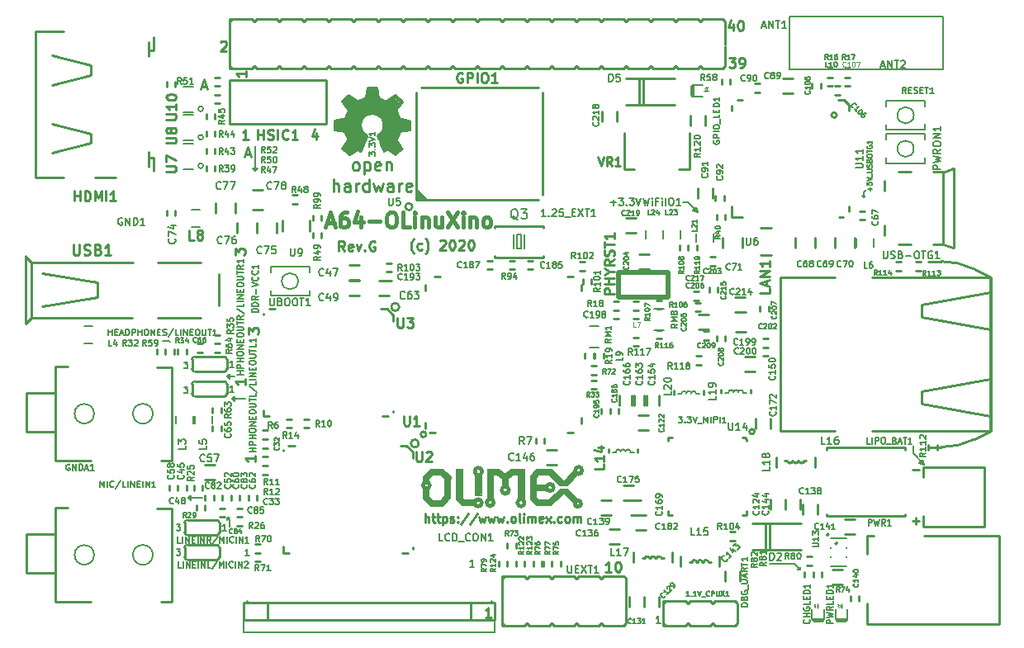
<source format=gbr>
%TF.GenerationSoftware,KiCad,Pcbnew,5.1.5-52549c5~84~ubuntu18.04.1*%
%TF.CreationDate,2020-02-13T08:32:56+02:00*%
%TF.ProjectId,A64-OlinuXino_Rev_G,4136342d-4f6c-4696-9e75-58696e6f5f52,G*%
%TF.SameCoordinates,Original*%
%TF.FileFunction,Legend,Top*%
%TF.FilePolarity,Positive*%
%FSLAX46Y46*%
G04 Gerber Fmt 4.6, Leading zero omitted, Abs format (unit mm)*
G04 Created by KiCad (PCBNEW 5.1.5-52549c5~84~ubuntu18.04.1) date 2020-02-13 08:32:56*
%MOMM*%
%LPD*%
G04 APERTURE LIST*
%ADD10C,0.200000*%
%ADD11C,0.222250*%
%ADD12C,0.254000*%
%ADD13C,0.158750*%
%ADD14C,0.190500*%
%ADD15C,0.381000*%
%ADD16C,0.250000*%
%ADD17C,0.127000*%
%ADD18C,0.150000*%
%ADD19C,0.203200*%
%ADD20C,0.050000*%
%ADD21C,0.100000*%
%ADD22C,0.700000*%
%ADD23C,0.400000*%
%ADD24C,0.500000*%
%ADD25C,1.000000*%
%ADD26C,0.370000*%
%ADD27C,0.380000*%
%ADD28C,0.420000*%
%ADD29C,0.508000*%
%ADD30C,0.125000*%
G04 APERTURE END LIST*
D10*
X182043605Y-55890895D02*
X181864000Y-56070500D01*
X181864000Y-56070500D02*
X181684395Y-55890895D01*
X181864000Y-55562500D02*
X182118000Y-55308500D01*
X181864000Y-56070500D02*
X181864000Y-55562500D01*
X116586000Y-88900000D02*
X116586000Y-89154000D01*
X116840000Y-88900000D02*
X116586000Y-88900000D01*
X163322000Y-56515000D02*
X163830000Y-56515000D01*
X164338000Y-57404000D02*
X164697210Y-57044790D01*
X164846000Y-57531000D02*
X164697210Y-57044790D01*
X164338000Y-57404000D02*
X164846000Y-57531000D01*
X164846000Y-57531000D02*
X163830000Y-56515000D01*
D11*
X186922833Y-84010500D02*
X187600166Y-84010500D01*
X186859333Y-89217500D02*
X187536666Y-89217500D01*
X187198000Y-89556166D02*
X187198000Y-88878833D01*
D10*
X112903000Y-87122000D02*
X112649000Y-86868000D01*
X112903000Y-86614000D02*
X112903000Y-87122000D01*
X112649000Y-86868000D02*
X112903000Y-86614000D01*
X114046000Y-86868000D02*
X112649000Y-86868000D01*
X175133000Y-94234000D02*
X175387000Y-94234000D01*
X175387000Y-93980000D02*
X175133000Y-94234000D01*
X175387000Y-94234000D02*
X175387000Y-93980000D01*
X174752000Y-93599000D02*
X175387000Y-94234000D01*
X172212000Y-93599000D02*
X174752000Y-93599000D01*
D12*
X118569619Y-43080214D02*
X118569619Y-43660785D01*
X118569619Y-43370500D02*
X117553619Y-43370500D01*
X117698761Y-43467261D01*
X117795523Y-43564023D01*
X117843904Y-43660785D01*
D10*
X119761000Y-53086000D02*
X119507000Y-53340000D01*
X119253000Y-53086000D02*
X119761000Y-53086000D01*
X119507000Y-53340000D02*
X119253000Y-53086000D01*
X119507000Y-50800000D02*
X119507000Y-53340000D01*
D12*
X114008095Y-44669333D02*
X114491904Y-44669333D01*
X113911333Y-44959619D02*
X114250000Y-43943619D01*
X114588666Y-44959619D01*
X118503095Y-51604333D02*
X118986904Y-51604333D01*
X118406333Y-51894619D02*
X118745000Y-50878619D01*
X119083666Y-51894619D01*
D10*
X116840000Y-74676000D02*
X116840000Y-74168000D01*
X116586000Y-74422000D02*
X116840000Y-74676000D01*
X116586000Y-74422000D02*
X116840000Y-74168000D01*
X117348000Y-76962000D02*
X117348000Y-76454000D01*
X117094000Y-76708000D02*
X117348000Y-76962000D01*
X117094000Y-76708000D02*
X117348000Y-76454000D01*
X118491000Y-76708000D02*
X117094000Y-76708000D01*
X117348000Y-74422000D02*
X116586000Y-74422000D01*
D12*
X118823619Y-70061666D02*
X118823619Y-69432714D01*
X119210666Y-69771380D01*
X119210666Y-69626238D01*
X119259047Y-69529476D01*
X119307428Y-69481095D01*
X119404190Y-69432714D01*
X119646095Y-69432714D01*
X119742857Y-69481095D01*
X119791238Y-69529476D01*
X119839619Y-69626238D01*
X119839619Y-69916523D01*
X119791238Y-70013285D01*
X119742857Y-70061666D01*
X119458619Y-82513714D02*
X119458619Y-83094285D01*
X119458619Y-82804000D02*
X118442619Y-82804000D01*
X118587761Y-82900761D01*
X118684523Y-82997523D01*
X118732904Y-83094285D01*
X117426619Y-61933666D02*
X117426619Y-61304714D01*
X117813666Y-61643380D01*
X117813666Y-61498238D01*
X117862047Y-61401476D01*
X117910428Y-61353095D01*
X118007190Y-61304714D01*
X118249095Y-61304714D01*
X118345857Y-61353095D01*
X118394238Y-61401476D01*
X118442619Y-61498238D01*
X118442619Y-61788523D01*
X118394238Y-61885285D01*
X118345857Y-61933666D01*
X118442619Y-74639714D02*
X118442619Y-75220285D01*
X118442619Y-74930000D02*
X117426619Y-74930000D01*
X117571761Y-75026761D01*
X117668523Y-75123523D01*
X117716904Y-75220285D01*
D10*
X110617000Y-70739000D02*
X110744000Y-70866000D01*
X109982000Y-70739000D02*
X110617000Y-70739000D01*
X116840000Y-89154000D02*
X116586000Y-88900000D01*
X116840000Y-89789000D02*
X116840000Y-89154000D01*
D13*
X118862928Y-92743261D02*
X118500071Y-92743261D01*
X118681500Y-92743261D02*
X118681500Y-92108261D01*
X118621023Y-92198976D01*
X118560547Y-92259452D01*
X118500071Y-92289690D01*
X111421333Y-92108261D02*
X111814428Y-92108261D01*
X111602761Y-92350166D01*
X111693476Y-92350166D01*
X111753952Y-92380404D01*
X111784190Y-92410642D01*
X111814428Y-92471119D01*
X111814428Y-92622309D01*
X111784190Y-92682785D01*
X111753952Y-92713023D01*
X111693476Y-92743261D01*
X111512047Y-92743261D01*
X111451571Y-92713023D01*
X111421333Y-92682785D01*
X116513428Y-90203261D02*
X116150571Y-90203261D01*
X116332000Y-90203261D02*
X116332000Y-89568261D01*
X116271523Y-89658976D01*
X116211047Y-89719452D01*
X116150571Y-89749690D01*
X111421333Y-89568261D02*
X111814428Y-89568261D01*
X111602761Y-89810166D01*
X111693476Y-89810166D01*
X111753952Y-89840404D01*
X111784190Y-89870642D01*
X111814428Y-89931119D01*
X111814428Y-90082309D01*
X111784190Y-90142785D01*
X111753952Y-90173023D01*
X111693476Y-90203261D01*
X111512047Y-90203261D01*
X111451571Y-90173023D01*
X111421333Y-90142785D01*
X112183333Y-72931261D02*
X112576428Y-72931261D01*
X112364761Y-73173166D01*
X112455476Y-73173166D01*
X112515952Y-73203404D01*
X112546190Y-73233642D01*
X112576428Y-73294119D01*
X112576428Y-73445309D01*
X112546190Y-73505785D01*
X112515952Y-73536023D01*
X112455476Y-73566261D01*
X112274047Y-73566261D01*
X112213571Y-73536023D01*
X112183333Y-73505785D01*
X112183333Y-75471261D02*
X112576428Y-75471261D01*
X112364761Y-75713166D01*
X112455476Y-75713166D01*
X112515952Y-75743404D01*
X112546190Y-75773642D01*
X112576428Y-75834119D01*
X112576428Y-75985309D01*
X112546190Y-76045785D01*
X112515952Y-76076023D01*
X112455476Y-76106261D01*
X112274047Y-76106261D01*
X112213571Y-76076023D01*
X112183333Y-76045785D01*
X117275428Y-75979261D02*
X116912571Y-75979261D01*
X117094000Y-75979261D02*
X117094000Y-75344261D01*
X117033523Y-75434976D01*
X116973047Y-75495452D01*
X116912571Y-75525690D01*
X117275428Y-73439261D02*
X116912571Y-73439261D01*
X117094000Y-73439261D02*
X117094000Y-72804261D01*
X117033523Y-72894976D01*
X116973047Y-72955452D01*
X116912571Y-72985690D01*
D14*
X161050514Y-99734914D02*
X160615085Y-99734914D01*
X160832800Y-99734914D02*
X160832800Y-98972914D01*
X160760228Y-99081771D01*
X160687657Y-99154342D01*
X160615085Y-99190628D01*
D12*
X143673285Y-99138619D02*
X143092714Y-99138619D01*
X143383000Y-99138619D02*
X143383000Y-98122619D01*
X143286238Y-98267761D01*
X143189476Y-98364523D01*
X143092714Y-98412904D01*
X156016476Y-94439619D02*
X155435904Y-94439619D01*
X155726190Y-94439619D02*
X155726190Y-93423619D01*
X155629428Y-93568761D01*
X155532666Y-93665523D01*
X155435904Y-93713904D01*
X156645428Y-93423619D02*
X156742190Y-93423619D01*
X156838952Y-93472000D01*
X156887333Y-93520380D01*
X156935714Y-93617142D01*
X156984095Y-93810666D01*
X156984095Y-94052571D01*
X156935714Y-94246095D01*
X156887333Y-94342857D01*
X156838952Y-94391238D01*
X156742190Y-94439619D01*
X156645428Y-94439619D01*
X156548666Y-94391238D01*
X156500285Y-94342857D01*
X156451904Y-94246095D01*
X156403523Y-94052571D01*
X156403523Y-93810666D01*
X156451904Y-93617142D01*
X156500285Y-93520380D01*
X156548666Y-93472000D01*
X156645428Y-93423619D01*
D10*
X186944000Y-82296000D02*
X186944000Y-81534000D01*
X188087000Y-83439000D02*
X187938210Y-82952790D01*
X187579000Y-83312000D02*
X187938210Y-82952790D01*
X187579000Y-83312000D02*
X188087000Y-83439000D01*
X188087000Y-83439000D02*
X186944000Y-82296000D01*
D12*
X125796523Y-49439285D02*
X125796523Y-50116619D01*
X125554619Y-49052238D02*
X125312714Y-49777952D01*
X125941666Y-49777952D01*
X118781285Y-50116619D02*
X118200714Y-50116619D01*
X118491000Y-50116619D02*
X118491000Y-49100619D01*
X118394238Y-49245761D01*
X118297476Y-49342523D01*
X118200714Y-49390904D01*
X115978214Y-40116880D02*
X116026595Y-40068500D01*
X116123357Y-40020119D01*
X116365261Y-40020119D01*
X116462023Y-40068500D01*
X116510404Y-40116880D01*
X116558785Y-40213642D01*
X116558785Y-40310404D01*
X116510404Y-40455547D01*
X115929833Y-41036119D01*
X116558785Y-41036119D01*
X168087523Y-41734619D02*
X168716476Y-41734619D01*
X168377809Y-42121666D01*
X168522952Y-42121666D01*
X168619714Y-42170047D01*
X168668095Y-42218428D01*
X168716476Y-42315190D01*
X168716476Y-42557095D01*
X168668095Y-42653857D01*
X168619714Y-42702238D01*
X168522952Y-42750619D01*
X168232666Y-42750619D01*
X168135904Y-42702238D01*
X168087523Y-42653857D01*
X169200285Y-42750619D02*
X169393809Y-42750619D01*
X169490571Y-42702238D01*
X169538952Y-42653857D01*
X169635714Y-42508714D01*
X169684095Y-42315190D01*
X169684095Y-41928142D01*
X169635714Y-41831380D01*
X169587333Y-41783000D01*
X169490571Y-41734619D01*
X169297047Y-41734619D01*
X169200285Y-41783000D01*
X169151904Y-41831380D01*
X169103523Y-41928142D01*
X169103523Y-42170047D01*
X169151904Y-42266809D01*
X169200285Y-42315190D01*
X169297047Y-42363571D01*
X169490571Y-42363571D01*
X169587333Y-42315190D01*
X169635714Y-42266809D01*
X169684095Y-42170047D01*
X168492714Y-38263285D02*
X168492714Y-38940619D01*
X168250809Y-37876238D02*
X168008904Y-38601952D01*
X168637857Y-38601952D01*
X169218428Y-37924619D02*
X169315190Y-37924619D01*
X169411952Y-37973000D01*
X169460333Y-38021380D01*
X169508714Y-38118142D01*
X169557095Y-38311666D01*
X169557095Y-38553571D01*
X169508714Y-38747095D01*
X169460333Y-38843857D01*
X169411952Y-38892238D01*
X169315190Y-38940619D01*
X169218428Y-38940619D01*
X169121666Y-38892238D01*
X169073285Y-38843857D01*
X169024904Y-38747095D01*
X168976523Y-38553571D01*
X168976523Y-38311666D01*
X169024904Y-38118142D01*
X169073285Y-38021380D01*
X169121666Y-37973000D01*
X169218428Y-37924619D01*
D11*
X136927166Y-89365666D02*
X136927166Y-88476666D01*
X137308166Y-89365666D02*
X137308166Y-88900000D01*
X137265833Y-88815333D01*
X137181166Y-88773000D01*
X137054166Y-88773000D01*
X136969500Y-88815333D01*
X136927166Y-88857666D01*
X137604500Y-88773000D02*
X137943166Y-88773000D01*
X137731500Y-88476666D02*
X137731500Y-89238666D01*
X137773833Y-89323333D01*
X137858500Y-89365666D01*
X137943166Y-89365666D01*
X138112500Y-88773000D02*
X138451166Y-88773000D01*
X138239500Y-88476666D02*
X138239500Y-89238666D01*
X138281833Y-89323333D01*
X138366500Y-89365666D01*
X138451166Y-89365666D01*
X138747500Y-88773000D02*
X138747500Y-89662000D01*
X138747500Y-88815333D02*
X138832166Y-88773000D01*
X139001500Y-88773000D01*
X139086166Y-88815333D01*
X139128500Y-88857666D01*
X139170833Y-88942333D01*
X139170833Y-89196333D01*
X139128500Y-89281000D01*
X139086166Y-89323333D01*
X139001500Y-89365666D01*
X138832166Y-89365666D01*
X138747500Y-89323333D01*
X139509500Y-89323333D02*
X139594166Y-89365666D01*
X139763500Y-89365666D01*
X139848166Y-89323333D01*
X139890500Y-89238666D01*
X139890500Y-89196333D01*
X139848166Y-89111666D01*
X139763500Y-89069333D01*
X139636500Y-89069333D01*
X139551833Y-89027000D01*
X139509500Y-88942333D01*
X139509500Y-88900000D01*
X139551833Y-88815333D01*
X139636500Y-88773000D01*
X139763500Y-88773000D01*
X139848166Y-88815333D01*
X140271500Y-89281000D02*
X140313833Y-89323333D01*
X140271500Y-89365666D01*
X140229166Y-89323333D01*
X140271500Y-89281000D01*
X140271500Y-89365666D01*
X140271500Y-88815333D02*
X140313833Y-88857666D01*
X140271500Y-88900000D01*
X140229166Y-88857666D01*
X140271500Y-88815333D01*
X140271500Y-88900000D01*
X141329833Y-88434333D02*
X140567833Y-89577333D01*
X142261166Y-88434333D02*
X141499166Y-89577333D01*
X142472833Y-88773000D02*
X142642166Y-89365666D01*
X142811500Y-88942333D01*
X142980833Y-89365666D01*
X143150166Y-88773000D01*
X143404166Y-88773000D02*
X143573500Y-89365666D01*
X143742833Y-88942333D01*
X143912166Y-89365666D01*
X144081500Y-88773000D01*
X144335500Y-88773000D02*
X144504833Y-89365666D01*
X144674166Y-88942333D01*
X144843500Y-89365666D01*
X145012833Y-88773000D01*
X145351500Y-89281000D02*
X145393833Y-89323333D01*
X145351500Y-89365666D01*
X145309166Y-89323333D01*
X145351500Y-89281000D01*
X145351500Y-89365666D01*
X145901833Y-89365666D02*
X145817166Y-89323333D01*
X145774833Y-89281000D01*
X145732500Y-89196333D01*
X145732500Y-88942333D01*
X145774833Y-88857666D01*
X145817166Y-88815333D01*
X145901833Y-88773000D01*
X146028833Y-88773000D01*
X146113500Y-88815333D01*
X146155833Y-88857666D01*
X146198166Y-88942333D01*
X146198166Y-89196333D01*
X146155833Y-89281000D01*
X146113500Y-89323333D01*
X146028833Y-89365666D01*
X145901833Y-89365666D01*
X146706166Y-89365666D02*
X146621500Y-89323333D01*
X146579166Y-89238666D01*
X146579166Y-88476666D01*
X147044833Y-89365666D02*
X147044833Y-88773000D01*
X147044833Y-88476666D02*
X147002500Y-88519000D01*
X147044833Y-88561333D01*
X147087166Y-88519000D01*
X147044833Y-88476666D01*
X147044833Y-88561333D01*
X147468166Y-89365666D02*
X147468166Y-88773000D01*
X147468166Y-88857666D02*
X147510500Y-88815333D01*
X147595166Y-88773000D01*
X147722166Y-88773000D01*
X147806833Y-88815333D01*
X147849166Y-88900000D01*
X147849166Y-89365666D01*
X147849166Y-88900000D02*
X147891500Y-88815333D01*
X147976166Y-88773000D01*
X148103166Y-88773000D01*
X148187833Y-88815333D01*
X148230166Y-88900000D01*
X148230166Y-89365666D01*
X148992166Y-89323333D02*
X148907500Y-89365666D01*
X148738166Y-89365666D01*
X148653500Y-89323333D01*
X148611166Y-89238666D01*
X148611166Y-88900000D01*
X148653500Y-88815333D01*
X148738166Y-88773000D01*
X148907500Y-88773000D01*
X148992166Y-88815333D01*
X149034500Y-88900000D01*
X149034500Y-88984666D01*
X148611166Y-89069333D01*
X149330833Y-89365666D02*
X149796500Y-88773000D01*
X149330833Y-88773000D02*
X149796500Y-89365666D01*
X150135166Y-89281000D02*
X150177500Y-89323333D01*
X150135166Y-89365666D01*
X150092833Y-89323333D01*
X150135166Y-89281000D01*
X150135166Y-89365666D01*
X150939500Y-89323333D02*
X150854833Y-89365666D01*
X150685500Y-89365666D01*
X150600833Y-89323333D01*
X150558500Y-89281000D01*
X150516166Y-89196333D01*
X150516166Y-88942333D01*
X150558500Y-88857666D01*
X150600833Y-88815333D01*
X150685500Y-88773000D01*
X150854833Y-88773000D01*
X150939500Y-88815333D01*
X151447500Y-89365666D02*
X151362833Y-89323333D01*
X151320500Y-89281000D01*
X151278166Y-89196333D01*
X151278166Y-88942333D01*
X151320500Y-88857666D01*
X151362833Y-88815333D01*
X151447500Y-88773000D01*
X151574500Y-88773000D01*
X151659166Y-88815333D01*
X151701500Y-88857666D01*
X151743833Y-88942333D01*
X151743833Y-89196333D01*
X151701500Y-89281000D01*
X151659166Y-89323333D01*
X151574500Y-89365666D01*
X151447500Y-89365666D01*
X152124833Y-89365666D02*
X152124833Y-88773000D01*
X152124833Y-88857666D02*
X152167166Y-88815333D01*
X152251833Y-88773000D01*
X152378833Y-88773000D01*
X152463500Y-88815333D01*
X152505833Y-88900000D01*
X152505833Y-89365666D01*
X152505833Y-88900000D02*
X152548166Y-88815333D01*
X152632833Y-88773000D01*
X152759833Y-88773000D01*
X152844500Y-88815333D01*
X152886833Y-88900000D01*
X152886833Y-89365666D01*
D12*
X135781142Y-61806666D02*
X135732761Y-61758285D01*
X135636000Y-61613142D01*
X135587619Y-61516380D01*
X135539238Y-61371238D01*
X135490857Y-61129333D01*
X135490857Y-60935809D01*
X135539238Y-60693904D01*
X135587619Y-60548761D01*
X135636000Y-60452000D01*
X135732761Y-60306857D01*
X135781142Y-60258476D01*
X136603619Y-61371238D02*
X136506857Y-61419619D01*
X136313333Y-61419619D01*
X136216571Y-61371238D01*
X136168190Y-61322857D01*
X136119809Y-61226095D01*
X136119809Y-60935809D01*
X136168190Y-60839047D01*
X136216571Y-60790666D01*
X136313333Y-60742285D01*
X136506857Y-60742285D01*
X136603619Y-60790666D01*
X136942285Y-61806666D02*
X136990666Y-61758285D01*
X137087428Y-61613142D01*
X137135809Y-61516380D01*
X137184190Y-61371238D01*
X137232571Y-61129333D01*
X137232571Y-60935809D01*
X137184190Y-60693904D01*
X137135809Y-60548761D01*
X137087428Y-60452000D01*
X136990666Y-60306857D01*
X136942285Y-60258476D01*
X138442095Y-60500380D02*
X138490476Y-60452000D01*
X138587238Y-60403619D01*
X138829142Y-60403619D01*
X138925904Y-60452000D01*
X138974285Y-60500380D01*
X139022666Y-60597142D01*
X139022666Y-60693904D01*
X138974285Y-60839047D01*
X138393714Y-61419619D01*
X139022666Y-61419619D01*
X139651619Y-60403619D02*
X139748380Y-60403619D01*
X139845142Y-60452000D01*
X139893523Y-60500380D01*
X139941904Y-60597142D01*
X139990285Y-60790666D01*
X139990285Y-61032571D01*
X139941904Y-61226095D01*
X139893523Y-61322857D01*
X139845142Y-61371238D01*
X139748380Y-61419619D01*
X139651619Y-61419619D01*
X139554857Y-61371238D01*
X139506476Y-61322857D01*
X139458095Y-61226095D01*
X139409714Y-61032571D01*
X139409714Y-60790666D01*
X139458095Y-60597142D01*
X139506476Y-60500380D01*
X139554857Y-60452000D01*
X139651619Y-60403619D01*
X140377333Y-60500380D02*
X140425714Y-60452000D01*
X140522476Y-60403619D01*
X140764380Y-60403619D01*
X140861142Y-60452000D01*
X140909523Y-60500380D01*
X140957904Y-60597142D01*
X140957904Y-60693904D01*
X140909523Y-60839047D01*
X140328952Y-61419619D01*
X140957904Y-61419619D01*
X141586857Y-60403619D02*
X141683619Y-60403619D01*
X141780380Y-60452000D01*
X141828761Y-60500380D01*
X141877142Y-60597142D01*
X141925523Y-60790666D01*
X141925523Y-61032571D01*
X141877142Y-61226095D01*
X141828761Y-61322857D01*
X141780380Y-61371238D01*
X141683619Y-61419619D01*
X141586857Y-61419619D01*
X141490095Y-61371238D01*
X141441714Y-61322857D01*
X141393333Y-61226095D01*
X141344952Y-61032571D01*
X141344952Y-60790666D01*
X141393333Y-60597142D01*
X141441714Y-60500380D01*
X141490095Y-60452000D01*
X141586857Y-60403619D01*
X128663095Y-61546619D02*
X128324428Y-61062809D01*
X128082523Y-61546619D02*
X128082523Y-60530619D01*
X128469571Y-60530619D01*
X128566333Y-60579000D01*
X128614714Y-60627380D01*
X128663095Y-60724142D01*
X128663095Y-60869285D01*
X128614714Y-60966047D01*
X128566333Y-61014428D01*
X128469571Y-61062809D01*
X128082523Y-61062809D01*
X129485571Y-61498238D02*
X129388809Y-61546619D01*
X129195285Y-61546619D01*
X129098523Y-61498238D01*
X129050142Y-61401476D01*
X129050142Y-61014428D01*
X129098523Y-60917666D01*
X129195285Y-60869285D01*
X129388809Y-60869285D01*
X129485571Y-60917666D01*
X129533952Y-61014428D01*
X129533952Y-61111190D01*
X129050142Y-61207952D01*
X129872619Y-60869285D02*
X130114523Y-61546619D01*
X130356428Y-60869285D01*
X130743476Y-61449857D02*
X130791857Y-61498238D01*
X130743476Y-61546619D01*
X130695095Y-61498238D01*
X130743476Y-61449857D01*
X130743476Y-61546619D01*
X131759476Y-60579000D02*
X131662714Y-60530619D01*
X131517571Y-60530619D01*
X131372428Y-60579000D01*
X131275666Y-60675761D01*
X131227285Y-60772523D01*
X131178904Y-60966047D01*
X131178904Y-61111190D01*
X131227285Y-61304714D01*
X131275666Y-61401476D01*
X131372428Y-61498238D01*
X131517571Y-61546619D01*
X131614333Y-61546619D01*
X131759476Y-61498238D01*
X131807857Y-61449857D01*
X131807857Y-61111190D01*
X131614333Y-61111190D01*
D15*
X126873000Y-58674000D02*
X127598714Y-58674000D01*
X126727857Y-59109428D02*
X127235857Y-57585428D01*
X127743857Y-59109428D01*
X128905000Y-57585428D02*
X128614714Y-57585428D01*
X128469571Y-57658000D01*
X128397000Y-57730571D01*
X128251857Y-57948285D01*
X128179285Y-58238571D01*
X128179285Y-58819142D01*
X128251857Y-58964285D01*
X128324428Y-59036857D01*
X128469571Y-59109428D01*
X128759857Y-59109428D01*
X128905000Y-59036857D01*
X128977571Y-58964285D01*
X129050142Y-58819142D01*
X129050142Y-58456285D01*
X128977571Y-58311142D01*
X128905000Y-58238571D01*
X128759857Y-58166000D01*
X128469571Y-58166000D01*
X128324428Y-58238571D01*
X128251857Y-58311142D01*
X128179285Y-58456285D01*
X130356428Y-58093428D02*
X130356428Y-59109428D01*
X129993571Y-57512857D02*
X129630714Y-58601428D01*
X130574142Y-58601428D01*
X131154714Y-58528857D02*
X132315857Y-58528857D01*
X133331857Y-57585428D02*
X133622142Y-57585428D01*
X133767285Y-57658000D01*
X133912428Y-57803142D01*
X133985000Y-58093428D01*
X133985000Y-58601428D01*
X133912428Y-58891714D01*
X133767285Y-59036857D01*
X133622142Y-59109428D01*
X133331857Y-59109428D01*
X133186714Y-59036857D01*
X133041571Y-58891714D01*
X132969000Y-58601428D01*
X132969000Y-58093428D01*
X133041571Y-57803142D01*
X133186714Y-57658000D01*
X133331857Y-57585428D01*
X135363857Y-59109428D02*
X134638142Y-59109428D01*
X134638142Y-57585428D01*
X135871857Y-59109428D02*
X135871857Y-58093428D01*
X135871857Y-57585428D02*
X135799285Y-57658000D01*
X135871857Y-57730571D01*
X135944428Y-57658000D01*
X135871857Y-57585428D01*
X135871857Y-57730571D01*
X136597571Y-58093428D02*
X136597571Y-59109428D01*
X136597571Y-58238571D02*
X136670142Y-58166000D01*
X136815285Y-58093428D01*
X137033000Y-58093428D01*
X137178142Y-58166000D01*
X137250714Y-58311142D01*
X137250714Y-59109428D01*
X138629571Y-58093428D02*
X138629571Y-59109428D01*
X137976428Y-58093428D02*
X137976428Y-58891714D01*
X138049000Y-59036857D01*
X138194142Y-59109428D01*
X138411857Y-59109428D01*
X138557000Y-59036857D01*
X138629571Y-58964285D01*
X139210142Y-57585428D02*
X140226142Y-59109428D01*
X140226142Y-57585428D02*
X139210142Y-59109428D01*
X140806714Y-59109428D02*
X140806714Y-58093428D01*
X140806714Y-57585428D02*
X140734142Y-57658000D01*
X140806714Y-57730571D01*
X140879285Y-57658000D01*
X140806714Y-57585428D01*
X140806714Y-57730571D01*
X141532428Y-58093428D02*
X141532428Y-59109428D01*
X141532428Y-58238571D02*
X141605000Y-58166000D01*
X141750142Y-58093428D01*
X141967857Y-58093428D01*
X142113000Y-58166000D01*
X142185571Y-58311142D01*
X142185571Y-59109428D01*
X143129000Y-59109428D02*
X142983857Y-59036857D01*
X142911285Y-58964285D01*
X142838714Y-58819142D01*
X142838714Y-58383714D01*
X142911285Y-58238571D01*
X142983857Y-58166000D01*
X143129000Y-58093428D01*
X143346714Y-58093428D01*
X143491857Y-58166000D01*
X143564428Y-58238571D01*
X143637000Y-58383714D01*
X143637000Y-58819142D01*
X143564428Y-58964285D01*
X143491857Y-59036857D01*
X143346714Y-59109428D01*
X143129000Y-59109428D01*
D12*
%TO.C,U11*%
X179871000Y-46070000D02*
X180361000Y-46570000D01*
X180361000Y-46570000D02*
X180361000Y-47180000D01*
X179871000Y-46070000D02*
X179261000Y-46070000D01*
X168371000Y-58070000D02*
X169481000Y-58070000D01*
X168371000Y-58070000D02*
X168371000Y-56960000D01*
X179113488Y-47610000D02*
G75*
G03X179113488Y-47610000I-262488J0D01*
G01*
X168371000Y-46660000D02*
X168371000Y-47160000D01*
X169471000Y-46070000D02*
X168981000Y-46070000D01*
X179371000Y-58070000D02*
X179791000Y-58070000D01*
X180371000Y-56990000D02*
X180371000Y-57480000D01*
%TO.C,C106*%
X179197000Y-44640500D02*
X179451000Y-44640500D01*
X179197000Y-44640500D02*
X178943000Y-44640500D01*
X179197000Y-45529500D02*
X178943000Y-45529500D01*
X179197000Y-45529500D02*
X179451000Y-45529500D01*
%TO.C,L10*%
X178435000Y-43751500D02*
X178689000Y-43751500D01*
X178435000Y-43751500D02*
X178181000Y-43751500D01*
X178435000Y-44640500D02*
X178181000Y-44640500D01*
X178435000Y-44640500D02*
X178689000Y-44640500D01*
%TO.C,LAN1*%
X189851927Y-81660762D02*
G75*
G03X193250820Y-80855820I-9787J7619762D01*
G01*
X193242167Y-63411600D02*
G75*
G03X189842140Y-62611000I-3400027J-6819400D01*
G01*
X187833000Y-77216000D02*
X194818000Y-78486000D01*
X187833000Y-75946000D02*
X187833000Y-77216000D01*
X194818000Y-74676000D02*
X187833000Y-75946000D01*
X194818000Y-74676000D02*
X194818000Y-64262000D01*
X194818000Y-78486000D02*
X194818000Y-74676000D01*
X194818000Y-80010000D02*
X194818000Y-78486000D01*
X187833000Y-68326000D02*
X194818000Y-69596000D01*
X187833000Y-67056000D02*
X187833000Y-68326000D01*
X194818000Y-65786000D02*
X187833000Y-67056000D01*
X189842140Y-81661000D02*
X188468000Y-81661000D01*
X194945000Y-80010000D02*
X193250820Y-80855820D01*
X189842140Y-62611000D02*
X188468000Y-62611000D01*
X194945000Y-64262000D02*
X193250820Y-63416180D01*
X173355000Y-64236000D02*
X173355000Y-80036000D01*
X194945000Y-64236000D02*
X182723000Y-64236000D01*
X194945000Y-64262000D02*
X194945000Y-64236600D01*
X194945000Y-80010000D02*
X194945000Y-64262000D01*
X194945000Y-80035400D02*
X194945000Y-80010000D01*
X182723000Y-80036000D02*
X194945000Y-80036000D01*
X173355000Y-64236000D02*
X178923000Y-64236000D01*
X173355000Y-80036000D02*
X178923000Y-80036000D01*
%TO.C,U2*%
X135650000Y-92080000D02*
X135650000Y-91950000D01*
X135145000Y-92495000D02*
X134525000Y-92495000D01*
X122975000Y-92495000D02*
X122355000Y-92495000D01*
X135650000Y-82770000D02*
X135650000Y-82150000D01*
X122350000Y-92500000D02*
X122350000Y-91880000D01*
X122350000Y-82070000D02*
X122350000Y-81950000D01*
X122900000Y-81500000D02*
X123520000Y-81500000D01*
X134370000Y-81500000D02*
X135000000Y-81500000D01*
X135000000Y-81500000D02*
X135650000Y-82150000D01*
D16*
X136259609Y-81285000D02*
G75*
G03X136259609Y-81285000I-401609J0D01*
G01*
D12*
%TO.C,U3*%
X133650000Y-78080000D02*
X133650000Y-77950000D01*
X133145000Y-78495000D02*
X132525000Y-78495000D01*
X120975000Y-78495000D02*
X120355000Y-78495000D01*
X133650000Y-68770000D02*
X133650000Y-68150000D01*
X120350000Y-78500000D02*
X120350000Y-77880000D01*
X120350000Y-68070000D02*
X120350000Y-67950000D01*
X120900000Y-67500000D02*
X121520000Y-67500000D01*
X132370000Y-67500000D02*
X133000000Y-67500000D01*
X133000000Y-67500000D02*
X133650000Y-68150000D01*
D16*
X134259609Y-67285000D02*
G75*
G03X134259609Y-67285000I-401609J0D01*
G01*
D12*
%TO.C,HDMI1*%
X108595160Y-40083740D02*
X108595160Y-40982900D01*
X108595160Y-40982900D02*
X108595160Y-41582340D01*
X108595160Y-51381660D02*
X108595160Y-51981100D01*
X108595160Y-51981100D02*
X108595160Y-52880260D01*
X105196640Y-53980080D02*
X103045260Y-53980080D01*
X99847400Y-53980080D02*
X96939100Y-53980080D01*
X96939100Y-53980080D02*
X96939100Y-38983920D01*
X96939100Y-38983920D02*
X99847400Y-38983920D01*
X109095540Y-53355240D02*
X109095540Y-51981100D01*
X109095540Y-51981100D02*
X108595160Y-51981100D01*
X108595160Y-40982900D02*
X109095540Y-40982900D01*
X109095540Y-40982900D02*
X109095540Y-39596060D01*
X98679000Y-48480980D02*
X102679500Y-49481740D01*
X102679500Y-49481740D02*
X102679500Y-50479960D01*
X102679500Y-50479960D02*
X98679000Y-51480720D01*
X98679000Y-44483020D02*
X102679500Y-43482260D01*
X102679500Y-43482260D02*
X102679500Y-42484040D01*
X102679500Y-42484040D02*
X98679000Y-41483280D01*
D17*
%TO.C,UBOOT1*%
X123902738Y-64643000D02*
G75*
G03X123902738Y-64643000I-839738J0D01*
G01*
X121063000Y-65582000D02*
X121063000Y-66140800D01*
X121063000Y-63145200D02*
X121063000Y-63754800D01*
X125063000Y-65582000D02*
X125063000Y-66140800D01*
X125063000Y-63146000D02*
X125063000Y-63704800D01*
X121063000Y-66143000D02*
X125063000Y-66143000D01*
X121063000Y-63143000D02*
X125063000Y-63143000D01*
%TO.C,RESET1*%
X188182000Y-49125000D02*
X184182000Y-49125000D01*
X188182000Y-46125000D02*
X184182000Y-46125000D01*
X184182000Y-49122000D02*
X184182000Y-48563200D01*
X184182000Y-46686000D02*
X184182000Y-46127200D01*
X188182000Y-49122800D02*
X188182000Y-48513200D01*
X188182000Y-46686000D02*
X188182000Y-46127200D01*
X187021738Y-47625000D02*
G75*
G03X187021738Y-47625000I-839738J0D01*
G01*
%TO.C,PWRON1*%
X188182000Y-52554000D02*
X184182000Y-52554000D01*
X188182000Y-49554000D02*
X184182000Y-49554000D01*
X184182000Y-52551000D02*
X184182000Y-51992200D01*
X184182000Y-50115000D02*
X184182000Y-49556200D01*
X188182000Y-52551800D02*
X188182000Y-51942200D01*
X188182000Y-50115000D02*
X188182000Y-49556200D01*
X187021738Y-51054000D02*
G75*
G03X187021738Y-51054000I-839738J0D01*
G01*
D12*
%TO.C,U5*%
X149000000Y-55750000D02*
X149000000Y-45250000D01*
X148500000Y-44750000D02*
X136500000Y-44750000D01*
X136500000Y-44750000D02*
X136500000Y-44750000D01*
X136000000Y-45250000D02*
X136000000Y-56250000D01*
X136000000Y-55500000D02*
X136750000Y-56250000D01*
X136000000Y-56250000D02*
X148500000Y-56250000D01*
X148500000Y-56250000D02*
X148500000Y-56250000D01*
X136000000Y-55750000D02*
X136500000Y-56250000D01*
X136000000Y-56000000D02*
X136250000Y-56250000D01*
X136000000Y-55250000D02*
X137000000Y-56250000D01*
X135603553Y-57000000D02*
G75*
G03X135603553Y-57000000I-353553J0D01*
G01*
%TO.C,UEXT1*%
X157480000Y-95109000D02*
X157480000Y-99709000D01*
X144780000Y-94869000D02*
X144780000Y-97409000D01*
X157226000Y-94869000D02*
X157480000Y-95109000D01*
X157480000Y-99709000D02*
X157226000Y-99949000D01*
X152654000Y-99949000D02*
X152400000Y-99695000D01*
X157226000Y-99949000D02*
X155194000Y-99949000D01*
X155194000Y-94869000D02*
X157226000Y-94869000D01*
X154940000Y-95123000D02*
X155194000Y-94869000D01*
X144780000Y-94869000D02*
X145034000Y-94869000D01*
X145034000Y-94869000D02*
X147066000Y-94869000D01*
X147066000Y-94869000D02*
X147320000Y-95123000D01*
X147320000Y-95123000D02*
X147574000Y-94869000D01*
X147574000Y-94869000D02*
X149606000Y-94869000D01*
X149606000Y-94869000D02*
X149860000Y-95123000D01*
X149860000Y-95123000D02*
X150114000Y-94869000D01*
X150114000Y-94869000D02*
X152146000Y-94869000D01*
X152146000Y-94869000D02*
X152400000Y-95123000D01*
X152400000Y-95123000D02*
X152654000Y-94869000D01*
X152654000Y-94869000D02*
X154686000Y-94869000D01*
X154686000Y-94869000D02*
X154940000Y-95123000D01*
X154940000Y-99695000D02*
X154686000Y-99949000D01*
X154686000Y-99949000D02*
X152654000Y-99949000D01*
X155194000Y-99949000D02*
X154940000Y-99695000D01*
X152400000Y-99695000D02*
X152146000Y-99949000D01*
X152146000Y-99949000D02*
X150114000Y-99949000D01*
X144780000Y-95123000D02*
X145034000Y-94869000D01*
X145034000Y-99949000D02*
X144780000Y-99695000D01*
X145288000Y-99949000D02*
X144780000Y-99949000D01*
X149606000Y-99949000D02*
X147574000Y-99949000D01*
X147574000Y-99949000D02*
X147320000Y-99695000D01*
X147320000Y-99695000D02*
X147066000Y-99949000D01*
X147066000Y-99949000D02*
X145288000Y-99949000D01*
X149606000Y-99949000D02*
X149860000Y-99695000D01*
X149860000Y-99695000D02*
X150114000Y-99949000D01*
X144780000Y-97409000D02*
X144780000Y-99949000D01*
%TO.C,HEADPHONES/LINEOUT1*%
X96005000Y-80080400D02*
X99015000Y-80080400D01*
X96005000Y-76140400D02*
X96005000Y-80080400D01*
X99015000Y-76140400D02*
X96005000Y-76140400D01*
D18*
X102982249Y-78232000D02*
G75*
G03X102982249Y-78232000I-1001249J0D01*
G01*
X109000727Y-78232000D02*
G75*
G03X109000727Y-78232000I-1019727J0D01*
G01*
D12*
X99034600Y-73431400D02*
X100291900Y-73431400D01*
X99034600Y-78232000D02*
X99034600Y-73431400D01*
X110972600Y-73444100D02*
X109410500Y-73444100D01*
X110985300Y-78244700D02*
X110972600Y-73444100D01*
X99034600Y-78232000D02*
X99034600Y-83032600D01*
X110972600Y-83019900D02*
X109816900Y-83019900D01*
X110985300Y-78232000D02*
X110972600Y-83019900D01*
X99021900Y-83019900D02*
X102654100Y-83019900D01*
%TO.C,U1*%
X137032843Y-80350000D02*
G75*
G03X137032843Y-80350000I-282843J0D01*
G01*
X152060000Y-80150000D02*
X151480000Y-80150000D01*
X152950000Y-78670000D02*
X152950000Y-79250000D01*
X152050000Y-64150000D02*
X151470000Y-64150000D01*
X152950000Y-65050000D02*
X152950000Y-65630000D01*
X138430000Y-64150000D02*
X137850000Y-64150000D01*
X136950000Y-65050000D02*
X136950000Y-65630000D01*
X136950000Y-79170000D02*
X136950000Y-79750000D01*
X137930000Y-80150000D02*
X137350000Y-80150000D01*
%TO.C,R73*%
X146240500Y-91757500D02*
X146240500Y-91503500D01*
X146240500Y-91757500D02*
X146240500Y-92011500D01*
X145351500Y-91757500D02*
X145351500Y-92011500D01*
X145351500Y-91757500D02*
X145351500Y-91503500D01*
%TO.C,R124*%
X145351500Y-93599000D02*
X145351500Y-93853000D01*
X145351500Y-93599000D02*
X145351500Y-93345000D01*
X146240500Y-93599000D02*
X146240500Y-93345000D01*
X146240500Y-93599000D02*
X146240500Y-93853000D01*
%TO.C,R123*%
X147129500Y-93599000D02*
X147129500Y-93853000D01*
X147129500Y-93599000D02*
X147129500Y-93345000D01*
X148018500Y-93599000D02*
X148018500Y-93345000D01*
X148018500Y-93599000D02*
X148018500Y-93853000D01*
%TO.C,R122*%
X147129500Y-93599000D02*
X147129500Y-93345000D01*
X147129500Y-93599000D02*
X147129500Y-93853000D01*
X146240500Y-93599000D02*
X146240500Y-93853000D01*
X146240500Y-93599000D02*
X146240500Y-93345000D01*
%TO.C,USB1*%
X106947500Y-62717000D02*
X96597000Y-62717000D01*
X106896700Y-68406600D02*
X96597000Y-68393900D01*
X113919800Y-68393900D02*
X109512900Y-68381200D01*
X113907100Y-62717000D02*
X109538300Y-62704300D01*
X115786700Y-63872700D02*
X115786700Y-67149300D01*
X97638400Y-63847300D02*
X103353400Y-64799800D01*
X103353400Y-64799800D02*
X103353400Y-66323800D01*
X103353400Y-66323800D02*
X97638400Y-67238200D01*
X96589380Y-68396440D02*
X95964540Y-69011120D01*
X95962000Y-62094700D02*
X96579220Y-62709380D01*
X96586840Y-62704300D02*
X96586840Y-68396440D01*
X95962000Y-62089620D02*
X95962000Y-69011120D01*
%TO.C,HSIC1*%
X116843000Y-44020000D02*
X126743000Y-44020000D01*
X116843000Y-48520000D02*
X126743000Y-48520000D01*
X116843000Y-48520000D02*
X116843000Y-44020000D01*
X126743000Y-48520000D02*
X126743000Y-44020000D01*
%TO.C,VR1*%
X164007800Y-53162200D02*
X162890200Y-53162200D01*
X157302200Y-53162200D02*
X158369000Y-53162200D01*
X164007800Y-53162200D02*
X164007800Y-49453800D01*
X157302200Y-53162200D02*
X157302200Y-49453800D01*
D17*
%TO.C,RM1*%
X154739340Y-69258180D02*
X153743660Y-69258180D01*
X153743660Y-71457820D02*
X154739340Y-71457820D01*
%TO.C,RM8*%
X160411160Y-69679820D02*
X161406840Y-69679820D01*
X161406840Y-67480180D02*
X160411160Y-67480180D01*
D18*
%TO.C,U13*%
X179233133Y-91531440D02*
G75*
G03X179233133Y-91531440I-158053J0D01*
G01*
D19*
X180131720Y-92976700D02*
X180131720Y-92882720D01*
X180131720Y-92029280D02*
X180131720Y-91935300D01*
X178513740Y-92976700D02*
X178513740Y-92882720D01*
X178513740Y-92029280D02*
X178513740Y-91935300D01*
X178513740Y-91033600D02*
X180134260Y-91033600D01*
X180134260Y-93878400D02*
X178513740Y-93878400D01*
D18*
X178344133Y-90642440D02*
G75*
G03X178344133Y-90642440I-158053J0D01*
G01*
D12*
%TO.C,L16*%
X186115960Y-81917540D02*
X186115960Y-81719420D01*
X186115960Y-81719420D02*
X178120040Y-81719420D01*
X178120040Y-81719420D02*
X178120040Y-81917540D01*
X178120040Y-88516460D02*
X178120040Y-88714580D01*
X178120040Y-88714580D02*
X186115960Y-88714580D01*
X186115960Y-88714580D02*
X186115960Y-88516460D01*
%TO.C,R117*%
X158496000Y-71310500D02*
X158750000Y-71310500D01*
X158496000Y-71310500D02*
X158242000Y-71310500D01*
X158496000Y-70421500D02*
X158242000Y-70421500D01*
X158496000Y-70421500D02*
X158750000Y-70421500D01*
%TO.C,CHGLED1*%
X176682400Y-99314000D02*
X177723800Y-99314000D01*
X177609500Y-99479100D02*
X176784000Y-99479100D01*
X176644300Y-99326700D02*
X176771300Y-99466400D01*
X177736500Y-99326700D02*
X177609500Y-99479100D01*
D20*
X176940400Y-97887800D02*
X176830400Y-97757800D01*
X176810400Y-97747800D02*
X176820400Y-97827800D01*
X176810400Y-97747800D02*
X176890400Y-97747800D01*
X176810400Y-97963200D02*
X176890400Y-97963200D01*
X176810400Y-97963200D02*
X176820400Y-98043200D01*
X176919400Y-98094800D02*
X176809400Y-97964800D01*
D21*
X177275000Y-98017000D02*
X177055000Y-98017000D01*
X177055000Y-97827000D02*
X177155000Y-97927000D01*
X177275000Y-97827000D02*
X177175000Y-97937000D01*
X177275000Y-97827000D02*
X177055000Y-97827000D01*
X177165000Y-97657000D02*
X177165000Y-98177000D01*
D17*
X177800000Y-98298000D02*
X177800000Y-99314000D01*
X176580800Y-99314000D02*
X176580800Y-98298000D01*
D12*
%TO.C,PWRLED1*%
X179095400Y-99314000D02*
X180136800Y-99314000D01*
X180022500Y-99479100D02*
X179197000Y-99479100D01*
X179057300Y-99326700D02*
X179184300Y-99466400D01*
X180149500Y-99326700D02*
X180022500Y-99479100D01*
D20*
X179353400Y-97887800D02*
X179243400Y-97757800D01*
X179223400Y-97747800D02*
X179233400Y-97827800D01*
X179223400Y-97747800D02*
X179303400Y-97747800D01*
X179223400Y-97963200D02*
X179303400Y-97963200D01*
X179223400Y-97963200D02*
X179233400Y-98043200D01*
X179332400Y-98094800D02*
X179222400Y-97964800D01*
D21*
X179688000Y-98017000D02*
X179468000Y-98017000D01*
X179468000Y-97827000D02*
X179568000Y-97927000D01*
X179688000Y-97827000D02*
X179588000Y-97937000D01*
X179688000Y-97827000D02*
X179468000Y-97827000D01*
X179578000Y-97657000D02*
X179578000Y-98177000D01*
D17*
X180213000Y-98298000D02*
X180213000Y-99314000D01*
X178993800Y-99314000D02*
X178993800Y-98298000D01*
D12*
%TO.C,USB-OTG1*%
X189992000Y-53450000D02*
X189992000Y-60850000D01*
X185492000Y-60850000D02*
X186692000Y-60850000D01*
X183992000Y-58950000D02*
X183992000Y-59950000D01*
X183992000Y-54350000D02*
X183992000Y-55350000D01*
X188992000Y-53450000D02*
X189992000Y-53450000D01*
X191092000Y-53086000D02*
X191092000Y-61214000D01*
X189992000Y-60850000D02*
X188992000Y-60850000D01*
X185492000Y-53450000D02*
X186692000Y-53450000D01*
X191021000Y-53086000D02*
X190005000Y-53467000D01*
X191021000Y-61214000D02*
X190005000Y-60833000D01*
%TO.C,MIC/LINEIN1*%
X96005000Y-94558400D02*
X99015000Y-94558400D01*
X96005000Y-90618400D02*
X96005000Y-94558400D01*
X99015000Y-90618400D02*
X96005000Y-90618400D01*
D18*
X102982249Y-92710000D02*
G75*
G03X102982249Y-92710000I-1001249J0D01*
G01*
X109000727Y-92710000D02*
G75*
G03X109000727Y-92710000I-1019727J0D01*
G01*
D12*
X99034600Y-87909400D02*
X100291900Y-87909400D01*
X99034600Y-92710000D02*
X99034600Y-87909400D01*
X110972600Y-87922100D02*
X109410500Y-87922100D01*
X110985300Y-92722700D02*
X110972600Y-87922100D01*
X99034600Y-92710000D02*
X99034600Y-97510600D01*
X110972600Y-97497900D02*
X109816900Y-97497900D01*
X110985300Y-92710000D02*
X110972600Y-97497900D01*
X99021900Y-97497900D02*
X102654100Y-97497900D01*
%TO.C,LCD_CON1*%
X144041000Y-99420000D02*
X118341000Y-99420000D01*
X118341000Y-99420000D02*
X118341000Y-97620000D01*
X118341000Y-97620000D02*
X118691000Y-97620000D01*
X144041000Y-99420000D02*
X144041000Y-97620000D01*
X144041000Y-97620000D02*
X143691000Y-97620000D01*
X143691000Y-97620000D02*
X143691000Y-97470000D01*
X118691000Y-97620000D02*
X118691000Y-97470000D01*
X143691000Y-97620000D02*
X118691000Y-97620000D01*
D17*
X144041000Y-99420000D02*
X144041000Y-100620000D01*
X144041000Y-100620000D02*
X118341000Y-100620000D01*
X118341000Y-100620000D02*
X118341000Y-99420000D01*
D12*
X141591000Y-99420000D02*
X141591000Y-97620000D01*
X120791000Y-99420000D02*
X120791000Y-97620000D01*
%TO.C,U14*%
X169859960Y-81046320D02*
X169859960Y-80845660D01*
X169859960Y-88643460D02*
X169859960Y-88244680D01*
X169461180Y-88643460D02*
X169859960Y-88643460D01*
X161864040Y-88643460D02*
X162262820Y-88643460D01*
X161864040Y-88244680D02*
X161864040Y-88643460D01*
X161864040Y-80647540D02*
X161864040Y-81046320D01*
X162262820Y-80647540D02*
X161864040Y-80647540D01*
X169661840Y-80647540D02*
X169461180Y-80647540D01*
X169859960Y-80845660D02*
X169661840Y-80647540D01*
X170688000Y-80073500D02*
G75*
G03X170688000Y-80073500I-254000J0D01*
G01*
D10*
%TO.C,L19*%
X169533000Y-76096000D02*
X169883000Y-76096000D01*
X168033000Y-76096000D02*
X167683000Y-76096000D01*
X169033000Y-76046000D02*
G75*
G02X169533000Y-76046000I250000J0D01*
G01*
X168033000Y-76046000D02*
G75*
G02X168533000Y-76046000I250000J0D01*
G01*
X168533000Y-76046000D02*
G75*
G02X169033000Y-76046000I250000J0D01*
G01*
D12*
X167283000Y-76146000D02*
X167283000Y-75746000D01*
X170283000Y-76146000D02*
X170283000Y-75746000D01*
D10*
%TO.C,L20*%
X164707000Y-76223000D02*
X165057000Y-76223000D01*
X163207000Y-76223000D02*
X162857000Y-76223000D01*
X164207000Y-76173000D02*
G75*
G02X164707000Y-76173000I250000J0D01*
G01*
X163207000Y-76173000D02*
G75*
G02X163707000Y-76173000I250000J0D01*
G01*
X163707000Y-76173000D02*
G75*
G02X164207000Y-76173000I250000J0D01*
G01*
D12*
X162457000Y-76273000D02*
X162457000Y-75873000D01*
X165457000Y-76273000D02*
X165457000Y-75873000D01*
D10*
%TO.C,L14*%
X157976000Y-82192000D02*
X158326000Y-82192000D01*
X156476000Y-82192000D02*
X156126000Y-82192000D01*
X157476000Y-82142000D02*
G75*
G02X157976000Y-82142000I250000J0D01*
G01*
X156476000Y-82142000D02*
G75*
G02X156976000Y-82142000I250000J0D01*
G01*
X156976000Y-82142000D02*
G75*
G02X157476000Y-82142000I250000J0D01*
G01*
D12*
X155726000Y-82242000D02*
X155726000Y-81842000D01*
X158726000Y-82242000D02*
X158726000Y-81842000D01*
%TO.C,L17*%
X158275020Y-93461840D02*
X158275020Y-92466160D01*
X162272980Y-93461840D02*
X162272980Y-92466160D01*
X159174180Y-93063060D02*
X159374840Y-93063060D01*
X159374840Y-93063060D02*
X159517080Y-92923360D01*
X159659320Y-92864940D02*
X159692340Y-92864940D01*
X159834580Y-92923360D02*
X159974280Y-93063060D01*
X159974280Y-93063060D02*
X160116520Y-92923360D01*
X160258760Y-92864940D02*
X160289240Y-92864940D01*
X160431480Y-92923360D02*
X160573720Y-93063060D01*
X160573720Y-93063060D02*
X160713420Y-92923360D01*
X160855660Y-92864940D02*
X160888680Y-92864940D01*
X161030920Y-92923360D02*
X161173160Y-93063060D01*
X161173160Y-93063060D02*
X161373820Y-93063060D01*
X159657176Y-92863702D02*
G75*
G03X159517080Y-92923360I2144J-199358D01*
G01*
X159832187Y-92922724D02*
G75*
G03X159692340Y-92864940I-139847J-140336D01*
G01*
X160256616Y-92863702D02*
G75*
G03X160116520Y-92923360I2144J-199358D01*
G01*
X160429087Y-92922724D02*
G75*
G03X160289240Y-92864940I-139847J-140336D01*
G01*
X160853516Y-92863702D02*
G75*
G03X160713420Y-92923360I2144J-199358D01*
G01*
X161028527Y-92922724D02*
G75*
G03X160888680Y-92864940I-139847J-140336D01*
G01*
%TO.C,L15*%
X163101020Y-93842840D02*
X163101020Y-92847160D01*
X167098980Y-93842840D02*
X167098980Y-92847160D01*
X164000180Y-93444060D02*
X164200840Y-93444060D01*
X164200840Y-93444060D02*
X164343080Y-93304360D01*
X164485320Y-93245940D02*
X164518340Y-93245940D01*
X164660580Y-93304360D02*
X164800280Y-93444060D01*
X164800280Y-93444060D02*
X164942520Y-93304360D01*
X165084760Y-93245940D02*
X165115240Y-93245940D01*
X165257480Y-93304360D02*
X165399720Y-93444060D01*
X165399720Y-93444060D02*
X165539420Y-93304360D01*
X165681660Y-93245940D02*
X165714680Y-93245940D01*
X165856920Y-93304360D02*
X165999160Y-93444060D01*
X165999160Y-93444060D02*
X166199820Y-93444060D01*
X164483176Y-93244702D02*
G75*
G03X164343080Y-93304360I2144J-199358D01*
G01*
X164658187Y-93303724D02*
G75*
G03X164518340Y-93245940I-139847J-140336D01*
G01*
X165082616Y-93244702D02*
G75*
G03X164942520Y-93304360I2144J-199358D01*
G01*
X165255087Y-93303724D02*
G75*
G03X165115240Y-93245940I-139847J-140336D01*
G01*
X165679516Y-93244702D02*
G75*
G03X165539420Y-93304360I2144J-199358D01*
G01*
X165854527Y-93303724D02*
G75*
G03X165714680Y-93245940I-139847J-140336D01*
G01*
%TO.C,L18*%
X176877980Y-82687160D02*
X176877980Y-83682840D01*
X172880020Y-82687160D02*
X172880020Y-83682840D01*
X175978820Y-83085940D02*
X175778160Y-83085940D01*
X175778160Y-83085940D02*
X175635920Y-83225640D01*
X175493680Y-83284060D02*
X175460660Y-83284060D01*
X175318420Y-83225640D02*
X175178720Y-83085940D01*
X175178720Y-83085940D02*
X175036480Y-83225640D01*
X174894240Y-83284060D02*
X174863760Y-83284060D01*
X174721520Y-83225640D02*
X174579280Y-83085940D01*
X174579280Y-83085940D02*
X174439580Y-83225640D01*
X174297340Y-83284060D02*
X174264320Y-83284060D01*
X174122080Y-83225640D02*
X173979840Y-83085940D01*
X173979840Y-83085940D02*
X173779180Y-83085940D01*
X175495824Y-83285298D02*
G75*
G03X175635920Y-83225640I-2144J199358D01*
G01*
X175320813Y-83226276D02*
G75*
G03X175460660Y-83284060I139847J140336D01*
G01*
X174896384Y-83285298D02*
G75*
G03X175036480Y-83225640I-2144J199358D01*
G01*
X174723913Y-83226276D02*
G75*
G03X174863760Y-83284060I139847J140336D01*
G01*
X174299484Y-83285298D02*
G75*
G03X174439580Y-83225640I-2144J199358D01*
G01*
X174124473Y-83226276D02*
G75*
G03X174264320Y-83284060I139847J140336D01*
G01*
%TO.C,C187*%
X143510000Y-63436500D02*
X143764000Y-63436500D01*
X143510000Y-63436500D02*
X143256000Y-63436500D01*
X143510000Y-62547500D02*
X143256000Y-62547500D01*
X143510000Y-62547500D02*
X143764000Y-62547500D01*
%TO.C,C91*%
X164846000Y-55118000D02*
X164846000Y-56134000D01*
X166370000Y-55118000D02*
X166370000Y-56134000D01*
%TO.C,C32*%
X120500000Y-81744500D02*
X120754000Y-81744500D01*
X120500000Y-81744500D02*
X120246000Y-81744500D01*
X120500000Y-80855500D02*
X120246000Y-80855500D01*
X120500000Y-80855500D02*
X120754000Y-80855500D01*
%TO.C,C33*%
X120500000Y-83555500D02*
X120246000Y-83555500D01*
X120500000Y-83555500D02*
X120754000Y-83555500D01*
X120500000Y-84444500D02*
X120754000Y-84444500D01*
X120500000Y-84444500D02*
X120246000Y-84444500D01*
%TO.C,C47*%
X130175000Y-62992000D02*
X129159000Y-62992000D01*
X130175000Y-64516000D02*
X129159000Y-64516000D01*
%TO.C,C48*%
X115252500Y-86868000D02*
X115252500Y-86614000D01*
X115252500Y-86868000D02*
X115252500Y-87122000D01*
X114363500Y-86868000D02*
X114363500Y-87122000D01*
X114363500Y-86868000D02*
X114363500Y-86614000D01*
%TO.C,C49*%
X129159000Y-66103500D02*
X130175000Y-66103500D01*
X129159000Y-64579500D02*
X130175000Y-64579500D01*
%TO.C,C52*%
X116141500Y-86868000D02*
X116141500Y-87122000D01*
X116141500Y-86868000D02*
X116141500Y-86614000D01*
X117030500Y-86868000D02*
X117030500Y-86614000D01*
X117030500Y-86868000D02*
X117030500Y-87122000D01*
%TO.C,C57*%
X115316000Y-83439000D02*
X114300000Y-83439000D01*
X115316000Y-84963000D02*
X114300000Y-84963000D01*
%TO.C,C58*%
X110680500Y-85852000D02*
X110680500Y-86106000D01*
X110680500Y-85852000D02*
X110680500Y-85598000D01*
X111569500Y-85852000D02*
X111569500Y-85598000D01*
X111569500Y-85852000D02*
X111569500Y-86106000D01*
%TO.C,C60*%
X117030500Y-86868000D02*
X117030500Y-87122000D01*
X117030500Y-86868000D02*
X117030500Y-86614000D01*
X117919500Y-86868000D02*
X117919500Y-86614000D01*
X117919500Y-86868000D02*
X117919500Y-87122000D01*
%TO.C,C62*%
X118808500Y-86868000D02*
X118808500Y-87122000D01*
X118808500Y-86868000D02*
X118808500Y-86614000D01*
X119697500Y-86868000D02*
X119697500Y-86614000D01*
X119697500Y-86868000D02*
X119697500Y-87122000D01*
%TO.C,C63*%
X133223000Y-64579500D02*
X132207000Y-64579500D01*
X133223000Y-66103500D02*
X132207000Y-66103500D01*
%TO.C,C65*%
X115125500Y-79756000D02*
X115125500Y-80010000D01*
X115125500Y-79756000D02*
X115125500Y-79502000D01*
X116014500Y-79756000D02*
X116014500Y-79502000D01*
X116014500Y-79756000D02*
X116014500Y-80010000D01*
%TO.C,C66*%
X113792000Y-71056500D02*
X113538000Y-71056500D01*
X113792000Y-71056500D02*
X114046000Y-71056500D01*
X113792000Y-71945500D02*
X114046000Y-71945500D01*
X113792000Y-71945500D02*
X113538000Y-71945500D01*
%TO.C,C67*%
X181737000Y-58356500D02*
X181991000Y-58356500D01*
X181737000Y-58356500D02*
X181483000Y-58356500D01*
X181737000Y-57467500D02*
X181483000Y-57467500D01*
X181737000Y-57467500D02*
X181991000Y-57467500D01*
%TO.C,C68*%
X174879000Y-60198000D02*
X174879000Y-61214000D01*
X176911000Y-60198000D02*
X176911000Y-61214000D01*
%TO.C,C69*%
X176911000Y-60198000D02*
X176911000Y-61214000D01*
X178943000Y-60198000D02*
X178943000Y-61214000D01*
%TO.C,C70*%
X178943000Y-60198000D02*
X178943000Y-61214000D01*
X180975000Y-60198000D02*
X180975000Y-61214000D01*
%TO.C,C71*%
X169418000Y-61214000D02*
X169418000Y-60198000D01*
X167386000Y-61214000D02*
X167386000Y-60198000D01*
%TO.C,C74*%
X110426500Y-57658000D02*
X110426500Y-57912000D01*
X110426500Y-57658000D02*
X110426500Y-57404000D01*
X111315500Y-57658000D02*
X111315500Y-57404000D01*
X111315500Y-57658000D02*
X111315500Y-57912000D01*
%TO.C,C75*%
X119634000Y-58674000D02*
X119634000Y-59690000D01*
X121666000Y-58674000D02*
X121666000Y-59690000D01*
%TO.C,C76*%
X117602000Y-58674000D02*
X117602000Y-59690000D01*
X119634000Y-58674000D02*
X119634000Y-59690000D01*
%TO.C,C77*%
X115443000Y-56642000D02*
X115443000Y-57658000D01*
X117475000Y-56642000D02*
X117475000Y-57658000D01*
%TO.C,C78*%
X120269000Y-55245000D02*
X119253000Y-55245000D01*
X120269000Y-57277000D02*
X119253000Y-57277000D01*
%TO.C,C89*%
X174625000Y-43815000D02*
X173609000Y-43815000D01*
X174625000Y-45339000D02*
X173609000Y-45339000D01*
%TO.C,C90*%
X170942000Y-44386500D02*
X170688000Y-44386500D01*
X170942000Y-44386500D02*
X171196000Y-44386500D01*
X170942000Y-45275500D02*
X171196000Y-45275500D01*
X170942000Y-45275500D02*
X170688000Y-45275500D01*
%TO.C,C92*%
X167576500Y-56134000D02*
X167576500Y-55880000D01*
X167576500Y-56134000D02*
X167576500Y-56388000D01*
X166687500Y-56134000D02*
X166687500Y-56388000D01*
X166687500Y-56134000D02*
X166687500Y-55880000D01*
%TO.C,C105*%
X177482500Y-44577000D02*
X177482500Y-44831000D01*
X177482500Y-44577000D02*
X177482500Y-44323000D01*
X176593500Y-44577000D02*
X176593500Y-44323000D01*
X176593500Y-44577000D02*
X176593500Y-44831000D01*
%TO.C,C107*%
X180213000Y-43751500D02*
X180467000Y-43751500D01*
X180213000Y-43751500D02*
X179959000Y-43751500D01*
X180213000Y-44640500D02*
X179959000Y-44640500D01*
X180213000Y-44640500D02*
X180467000Y-44640500D01*
%TO.C,C122*%
X159766000Y-78359000D02*
X158750000Y-78359000D01*
X159766000Y-79883000D02*
X158750000Y-79883000D01*
%TO.C,C124*%
X173863000Y-86995000D02*
X173863000Y-88011000D01*
X172339000Y-86995000D02*
X172339000Y-88011000D01*
%TO.C,C129*%
X160909000Y-98044000D02*
X160909000Y-97028000D01*
X159385000Y-98044000D02*
X159385000Y-97028000D01*
%TO.C,C131*%
X159385000Y-98044000D02*
X159385000Y-97028000D01*
X157861000Y-98044000D02*
X157861000Y-97028000D01*
%TO.C,C136*%
X156845000Y-90043000D02*
X155829000Y-90043000D01*
X156845000Y-91567000D02*
X155829000Y-91567000D01*
%TO.C,C138*%
X175641000Y-87503000D02*
X175641000Y-88519000D01*
X177165000Y-87503000D02*
X177165000Y-88519000D01*
%TO.C,C139*%
X155956000Y-87122000D02*
X154940000Y-87122000D01*
X155956000Y-88646000D02*
X154940000Y-88646000D01*
%TO.C,C140*%
X178689000Y-95758000D02*
X179705000Y-95758000D01*
X178689000Y-94234000D02*
X179705000Y-94234000D01*
%TO.C,C141*%
X179959000Y-90551000D02*
X180975000Y-90551000D01*
X179959000Y-89027000D02*
X180975000Y-89027000D01*
%TO.C,C143*%
X169164000Y-95377000D02*
X169164000Y-94361000D01*
X167640000Y-95377000D02*
X167640000Y-94361000D01*
%TO.C,C144*%
X175387000Y-86995000D02*
X175387000Y-88011000D01*
X173863000Y-86995000D02*
X173863000Y-88011000D01*
%TO.C,C146*%
X149352000Y-83439000D02*
X150368000Y-83439000D01*
X149352000Y-81915000D02*
X150368000Y-81915000D01*
%TO.C,C150*%
X170688000Y-72390000D02*
X169672000Y-72390000D01*
X170688000Y-73914000D02*
X169672000Y-73914000D01*
%TO.C,C154*%
X160909000Y-77343000D02*
X160909000Y-76327000D01*
X159385000Y-77343000D02*
X159385000Y-76327000D01*
%TO.C,C163*%
X159639000Y-77343000D02*
X159639000Y-76327000D01*
X158115000Y-77343000D02*
X158115000Y-76327000D01*
%TO.C,C166*%
X158369000Y-77343000D02*
X158369000Y-76327000D01*
X156845000Y-77343000D02*
X156845000Y-76327000D01*
%TO.C,C169*%
X159004000Y-87122000D02*
X157988000Y-87122000D01*
X159004000Y-88646000D02*
X157988000Y-88646000D01*
%TO.C,C172*%
X170815000Y-78740000D02*
X170815000Y-79756000D01*
X172339000Y-78740000D02*
X172339000Y-79756000D01*
%TO.C,C175*%
X158242000Y-85598000D02*
X157226000Y-85598000D01*
X158242000Y-87122000D02*
X157226000Y-87122000D01*
%TO.C,C182*%
X158496000Y-90170000D02*
X159512000Y-90170000D01*
X158496000Y-88646000D02*
X159512000Y-88646000D01*
%TO.C,C185*%
X147701000Y-62547500D02*
X147447000Y-62547500D01*
X147701000Y-62547500D02*
X147955000Y-62547500D01*
X147701000Y-63436500D02*
X147955000Y-63436500D01*
X147701000Y-63436500D02*
X147447000Y-63436500D01*
%TO.C,C186*%
X156781500Y-77978000D02*
X156781500Y-77724000D01*
X156781500Y-77978000D02*
X156781500Y-78232000D01*
X155892500Y-77978000D02*
X155892500Y-78232000D01*
X155892500Y-77978000D02*
X155892500Y-77724000D01*
%TO.C,C193*%
X133223000Y-63690500D02*
X132969000Y-63690500D01*
X133223000Y-63690500D02*
X133477000Y-63690500D01*
X133223000Y-64579500D02*
X133477000Y-64579500D01*
X133223000Y-64579500D02*
X132969000Y-64579500D01*
%TO.C,C195*%
X155892500Y-77978000D02*
X155892500Y-77724000D01*
X155892500Y-77978000D02*
X155892500Y-78232000D01*
X155003500Y-77978000D02*
X155003500Y-78232000D01*
X155003500Y-77978000D02*
X155003500Y-77724000D01*
%TO.C,D2*%
X170474000Y-92155000D02*
X175474000Y-92155000D01*
X171844000Y-89455000D02*
X171844000Y-92155000D01*
X175474000Y-89455000D02*
X170474000Y-89455000D01*
X172284000Y-89455000D02*
X172284000Y-92155000D01*
D17*
%TO.C,L3*%
X111379000Y-78435200D02*
X111379000Y-79273400D01*
X113157000Y-78435200D02*
X113157000Y-79273400D01*
%TO.C,L4*%
X102793800Y-69215000D02*
X101955600Y-69215000D01*
X102793800Y-70993000D02*
X101955600Y-70993000D01*
%TO.C,L5*%
X113284000Y-78435200D02*
X113284000Y-79273400D01*
X115062000Y-78435200D02*
X115062000Y-79273400D01*
%TO.C,L6*%
X182880000Y-61137800D02*
X182880000Y-60299600D01*
X181102000Y-61137800D02*
X181102000Y-60299600D01*
%TO.C,L8*%
X113842800Y-57277000D02*
X113004600Y-57277000D01*
X113842800Y-59055000D02*
X113004600Y-59055000D01*
D12*
%TO.C,R33*%
X154241500Y-75692000D02*
X154495500Y-75692000D01*
X154241500Y-75692000D02*
X153987500Y-75692000D01*
X154241500Y-74803000D02*
X153987500Y-74803000D01*
X154241500Y-74803000D02*
X154495500Y-74803000D01*
%TO.C,R39*%
X115379500Y-53086000D02*
X115379500Y-52832000D01*
X115379500Y-53086000D02*
X115379500Y-53340000D01*
X114490500Y-53086000D02*
X114490500Y-53340000D01*
X114490500Y-53086000D02*
X114490500Y-52832000D01*
%TO.C,R43*%
X114490500Y-51308000D02*
X114490500Y-51562000D01*
X114490500Y-51308000D02*
X114490500Y-51054000D01*
X115379500Y-51308000D02*
X115379500Y-51054000D01*
X115379500Y-51308000D02*
X115379500Y-51562000D01*
%TO.C,R44*%
X115379500Y-49530000D02*
X115379500Y-49276000D01*
X115379500Y-49530000D02*
X115379500Y-49784000D01*
X114490500Y-49530000D02*
X114490500Y-49784000D01*
X114490500Y-49530000D02*
X114490500Y-49276000D01*
%TO.C,R45*%
X114490500Y-47752000D02*
X114490500Y-48006000D01*
X114490500Y-47752000D02*
X114490500Y-47498000D01*
X115379500Y-47752000D02*
X115379500Y-47498000D01*
X115379500Y-47752000D02*
X115379500Y-48006000D01*
%TO.C,U6*%
X171272200Y-61988700D02*
X172402500Y-61988700D01*
X171272200Y-59182000D02*
X172402500Y-59182000D01*
%TO.C,U9*%
X122288300Y-58369200D02*
X122288300Y-59499500D01*
X125095000Y-58369200D02*
X125095000Y-59499500D01*
%TO.C,R40*%
X166814500Y-58039000D02*
X166814500Y-58293000D01*
X166814500Y-58039000D02*
X166814500Y-57785000D01*
X167703500Y-58039000D02*
X167703500Y-57785000D01*
X167703500Y-58039000D02*
X167703500Y-58293000D01*
%TO.C,R70*%
X119761000Y-92519500D02*
X120015000Y-92519500D01*
X119761000Y-92519500D02*
X119507000Y-92519500D01*
X119761000Y-91630500D02*
X119507000Y-91630500D01*
X119761000Y-91630500D02*
X120015000Y-91630500D01*
%TO.C,R71*%
X119761000Y-93408500D02*
X120015000Y-93408500D01*
X119761000Y-93408500D02*
X119507000Y-93408500D01*
X119761000Y-92519500D02*
X119507000Y-92519500D01*
X119761000Y-92519500D02*
X120015000Y-92519500D01*
%TO.C,R74*%
X181419500Y-97218500D02*
X181419500Y-96964500D01*
X181419500Y-97218500D02*
X181419500Y-97472500D01*
X180530500Y-97218500D02*
X180530500Y-97472500D01*
X180530500Y-97218500D02*
X180530500Y-96964500D01*
%TO.C,R82*%
X176720500Y-94742000D02*
X176720500Y-94488000D01*
X176720500Y-94742000D02*
X176720500Y-94996000D01*
X175831500Y-94742000D02*
X175831500Y-94996000D01*
X175831500Y-94742000D02*
X175831500Y-94488000D01*
%TO.C,R101*%
X153098500Y-64643000D02*
X153098500Y-64897000D01*
X153098500Y-64643000D02*
X153098500Y-64389000D01*
X153987500Y-64643000D02*
X153987500Y-64389000D01*
X153987500Y-64643000D02*
X153987500Y-64897000D01*
%TO.C,R102*%
X153035000Y-62674500D02*
X152781000Y-62674500D01*
X153035000Y-62674500D02*
X153289000Y-62674500D01*
X153035000Y-63563500D02*
X153289000Y-63563500D01*
X153035000Y-63563500D02*
X152781000Y-63563500D01*
%TO.C,R103*%
X133223000Y-62801500D02*
X132969000Y-62801500D01*
X133223000Y-62801500D02*
X133477000Y-62801500D01*
X133223000Y-63690500D02*
X133477000Y-63690500D01*
X133223000Y-63690500D02*
X132969000Y-63690500D01*
%TO.C,R104*%
X168402000Y-91249500D02*
X168656000Y-91249500D01*
X168402000Y-91249500D02*
X168148000Y-91249500D01*
X168402000Y-90360500D02*
X168148000Y-90360500D01*
X168402000Y-90360500D02*
X168656000Y-90360500D01*
%TO.C,R80*%
X176276000Y-92900500D02*
X176022000Y-92900500D01*
X176276000Y-92900500D02*
X176530000Y-92900500D01*
X176276000Y-93789500D02*
X176530000Y-93789500D01*
X176276000Y-93789500D02*
X176022000Y-93789500D01*
%TO.C,R81*%
X177609500Y-94742000D02*
X177609500Y-94488000D01*
X177609500Y-94742000D02*
X177609500Y-94996000D01*
X176720500Y-94742000D02*
X176720500Y-94996000D01*
X176720500Y-94742000D02*
X176720500Y-94488000D01*
%TO.C,R75*%
X150812500Y-93599000D02*
X150812500Y-93345000D01*
X150812500Y-93599000D02*
X150812500Y-93853000D01*
X149923500Y-93599000D02*
X149923500Y-93853000D01*
X149923500Y-93599000D02*
X149923500Y-93345000D01*
%TO.C,R76*%
X148882100Y-93599000D02*
X148882100Y-93345000D01*
X148882100Y-93599000D02*
X148882100Y-93853000D01*
X147993100Y-93599000D02*
X147993100Y-93853000D01*
X147993100Y-93599000D02*
X147993100Y-93345000D01*
%TO.C,R77*%
X149923500Y-93599000D02*
X149923500Y-93345000D01*
X149923500Y-93599000D02*
X149923500Y-93853000D01*
X149034500Y-93599000D02*
X149034500Y-93853000D01*
X149034500Y-93599000D02*
X149034500Y-93345000D01*
%TO.C,R79*%
X144462500Y-93599000D02*
X144462500Y-93853000D01*
X144462500Y-93599000D02*
X144462500Y-93345000D01*
X145351500Y-93599000D02*
X145351500Y-93345000D01*
X145351500Y-93599000D02*
X145351500Y-93853000D01*
%TO.C,R25*%
X113220500Y-85852000D02*
X113220500Y-86106000D01*
X113220500Y-85852000D02*
X113220500Y-85598000D01*
X114109500Y-85852000D02*
X114109500Y-85598000D01*
X114109500Y-85852000D02*
X114109500Y-86106000D01*
%TO.C,R26*%
X117856000Y-88836500D02*
X117602000Y-88836500D01*
X117856000Y-88836500D02*
X118110000Y-88836500D01*
X117856000Y-89725500D02*
X118110000Y-89725500D01*
X117856000Y-89725500D02*
X117602000Y-89725500D01*
%TO.C,R29*%
X113474500Y-87884000D02*
X113474500Y-88138000D01*
X113474500Y-87884000D02*
X113474500Y-87630000D01*
X114363500Y-87884000D02*
X114363500Y-87630000D01*
X114363500Y-87884000D02*
X114363500Y-88138000D01*
%TO.C,R32*%
X110299500Y-71882000D02*
X110299500Y-71628000D01*
X110299500Y-71882000D02*
X110299500Y-72136000D01*
X109410500Y-71882000D02*
X109410500Y-72136000D01*
X109410500Y-71882000D02*
X109410500Y-71628000D01*
%TO.C,R35*%
X115570000Y-70167500D02*
X115316000Y-70167500D01*
X115570000Y-70167500D02*
X115824000Y-70167500D01*
X115570000Y-71056500D02*
X115824000Y-71056500D01*
X115570000Y-71056500D02*
X115316000Y-71056500D01*
%TO.C,R48*%
X123571000Y-55816500D02*
X123317000Y-55816500D01*
X123571000Y-55816500D02*
X123825000Y-55816500D01*
X123571000Y-56705500D02*
X123825000Y-56705500D01*
X123571000Y-56705500D02*
X123317000Y-56705500D01*
%TO.C,R49*%
X126301500Y-59944000D02*
X126301500Y-59690000D01*
X126301500Y-59944000D02*
X126301500Y-60198000D01*
X125412500Y-59944000D02*
X125412500Y-60198000D01*
X125412500Y-59944000D02*
X125412500Y-59690000D01*
%TO.C,R47*%
X115570000Y-46418500D02*
X115824000Y-46418500D01*
X115570000Y-46418500D02*
X115316000Y-46418500D01*
X115570000Y-45529500D02*
X115316000Y-45529500D01*
X115570000Y-45529500D02*
X115824000Y-45529500D01*
%TO.C,R50*%
X115570000Y-45529500D02*
X115824000Y-45529500D01*
X115570000Y-45529500D02*
X115316000Y-45529500D01*
X115570000Y-44640500D02*
X115316000Y-44640500D01*
X115570000Y-44640500D02*
X115824000Y-44640500D01*
%TO.C,R51*%
X110426500Y-44450000D02*
X110426500Y-44704000D01*
X110426500Y-44450000D02*
X110426500Y-44196000D01*
X111315500Y-44450000D02*
X111315500Y-44196000D01*
X111315500Y-44450000D02*
X111315500Y-44704000D01*
%TO.C,R52*%
X115570000Y-43751500D02*
X115316000Y-43751500D01*
X115570000Y-43751500D02*
X115824000Y-43751500D01*
X115570000Y-44640500D02*
X115824000Y-44640500D01*
X115570000Y-44640500D02*
X115316000Y-44640500D01*
%TO.C,R7*%
X148272500Y-81026000D02*
X148272500Y-81280000D01*
X148272500Y-81026000D02*
X148272500Y-80772000D01*
X149161500Y-81026000D02*
X149161500Y-80772000D01*
X149161500Y-81026000D02*
X149161500Y-81280000D01*
%TO.C,R11*%
X120500000Y-82644500D02*
X120754000Y-82644500D01*
X120500000Y-82644500D02*
X120246000Y-82644500D01*
X120500000Y-81755500D02*
X120246000Y-81755500D01*
X120500000Y-81755500D02*
X120754000Y-81755500D01*
%TO.C,R12*%
X120500000Y-82655500D02*
X120246000Y-82655500D01*
X120500000Y-82655500D02*
X120754000Y-82655500D01*
X120500000Y-83544500D02*
X120754000Y-83544500D01*
X120500000Y-83544500D02*
X120246000Y-83544500D01*
%TO.C,R6*%
X120500000Y-79955500D02*
X120246000Y-79955500D01*
X120500000Y-79955500D02*
X120754000Y-79955500D01*
X120500000Y-80844500D02*
X120754000Y-80844500D01*
X120500000Y-80844500D02*
X120246000Y-80844500D01*
%TO.C,R10*%
X124714000Y-78803500D02*
X124460000Y-78803500D01*
X124714000Y-78803500D02*
X124968000Y-78803500D01*
X124714000Y-79692500D02*
X124968000Y-79692500D01*
X124714000Y-79692500D02*
X124460000Y-79692500D01*
%TO.C,R14*%
X122936000Y-79692500D02*
X123190000Y-79692500D01*
X122936000Y-79692500D02*
X122682000Y-79692500D01*
X122936000Y-78803500D02*
X122682000Y-78803500D01*
X122936000Y-78803500D02*
X123190000Y-78803500D01*
D21*
%TO.C,Logo-OLimeX_Big*%
X148450300Y-83896200D02*
X149821900Y-83896200D01*
X149821900Y-83896200D02*
X149872700Y-83896200D01*
X149872700Y-83896200D02*
X151130000Y-85140800D01*
X146926300Y-84010500D02*
X147027900Y-84010500D01*
X147078700Y-83947000D02*
X147078700Y-83934300D01*
X147078700Y-83934300D02*
X145783300Y-83934300D01*
X145783300Y-83934300D02*
X145757900Y-83934300D01*
X145757900Y-83934300D02*
X145135600Y-84429600D01*
X147078700Y-86956900D02*
X147078700Y-83947000D01*
X143421100Y-83997800D02*
X143344900Y-83997800D01*
X143268700Y-83934300D02*
X144513300Y-83934300D01*
X144513300Y-83934300D02*
X145097500Y-84416900D01*
X143268700Y-86931500D02*
X143268700Y-83947000D01*
X142532100Y-86525100D02*
X142621000Y-86525100D01*
X142189200Y-86525100D02*
X142125700Y-86525100D01*
X142049500Y-86588600D02*
X142659100Y-86588600D01*
X142659100Y-86588600D02*
X142684500Y-86588600D01*
X142684500Y-86588600D02*
X142684500Y-84569300D01*
X142049500Y-84569300D02*
X142049500Y-86588600D01*
X140550900Y-83959700D02*
X140665200Y-83959700D01*
X140423900Y-83883500D02*
X140728700Y-83883500D01*
X140728700Y-83883500D02*
X140728700Y-86918800D01*
X140246100Y-83972400D02*
X140182600Y-83959700D01*
X140131800Y-83883500D02*
X140119100Y-83883500D01*
X140119100Y-83883500D02*
X140106400Y-83883500D01*
X140106400Y-83883500D02*
X140106400Y-87033100D01*
X140411200Y-83883500D02*
X140131800Y-83883500D01*
D22*
X140411200Y-86956900D02*
X140411200Y-84226400D01*
X146748500Y-84239100D02*
X146748500Y-86842600D01*
X138633200Y-84226400D02*
X137629900Y-84226400D01*
X139255500Y-84836000D02*
X139255500Y-86766400D01*
X137033000Y-84874100D02*
X137033000Y-85115400D01*
X137033000Y-86842600D02*
X137617200Y-87414100D01*
X137045700Y-86855300D02*
X137045700Y-86093300D01*
X137604500Y-87414100D02*
X138645900Y-87414100D01*
D23*
X150092659Y-85801200D02*
G75*
G03X150092659Y-85801200I-359659J0D01*
G01*
D22*
X149225000Y-85801200D02*
X148005800Y-85801200D01*
D23*
X153026135Y-84061300D02*
G75*
G03X153026135Y-84061300I-359435J0D01*
G01*
D22*
X152298400Y-84416900D02*
X151434800Y-85310600D01*
D24*
X150876000Y-85407500D02*
X151434800Y-85407500D01*
D22*
X149758400Y-84226400D02*
X150850600Y-85293200D01*
X148536500Y-84226400D02*
X149758400Y-84226400D01*
X148005800Y-84709000D02*
X148488400Y-84201000D01*
X148005800Y-84734400D02*
X148005800Y-86969600D01*
X148005800Y-86969600D02*
X148437600Y-87401400D01*
X148437600Y-87401400D02*
X149758400Y-87401400D01*
X149758400Y-87401400D02*
X150901400Y-86283800D01*
D24*
X150901400Y-86182200D02*
X151434800Y-86182200D01*
D22*
X152247600Y-87096600D02*
X151409400Y-86283800D01*
D23*
X152907266Y-87452200D02*
G75*
G03X152907266Y-87452200I-329466J0D01*
G01*
X147111729Y-87363300D02*
G75*
G03X147111729Y-87363300I-363229J0D01*
G01*
D22*
X145846800Y-84251800D02*
X146735800Y-84251800D01*
D23*
X145506518Y-86080600D02*
G75*
G03X145506518Y-86080600I-370918J0D01*
G01*
D22*
X145211800Y-84759800D02*
X145846800Y-84251800D01*
X145135600Y-85547200D02*
X145135600Y-84836000D01*
X144424400Y-84251800D02*
X145034000Y-84759800D01*
X143586200Y-84251800D02*
X144424400Y-84251800D01*
X143586200Y-86842600D02*
X143586200Y-84251800D01*
D23*
X143958559Y-87350600D02*
G75*
G03X143958559Y-87350600I-359659J0D01*
G01*
X142753218Y-84150200D02*
G75*
G03X142753218Y-84150200I-373518J0D01*
G01*
D22*
X142367000Y-84683600D02*
X142367000Y-86283800D01*
D23*
X142733324Y-87376000D02*
G75*
G03X142733324Y-87376000I-366324J0D01*
G01*
D22*
X141854200Y-87401400D02*
X140868400Y-87401400D01*
X140868400Y-87401400D02*
X140411200Y-86944200D01*
X139242800Y-86804500D02*
X138684000Y-87388700D01*
X138633200Y-84239100D02*
X139268200Y-84848700D01*
X137033000Y-84823300D02*
X137541000Y-84315300D01*
D23*
X137383147Y-85598000D02*
G75*
G03X137383147Y-85598000I-337447J0D01*
G01*
D25*
%TO.C,Logo-OSHW*%
X132663320Y-49816800D02*
X132996060Y-50548320D01*
X132663320Y-49908240D02*
X133844420Y-50921700D01*
X132777620Y-49771080D02*
X133394840Y-50098740D01*
X133097660Y-49351980D02*
X133707260Y-49458660D01*
X133933320Y-48193740D02*
X133211960Y-48341060D01*
X133692020Y-47500320D02*
X133036700Y-47866080D01*
X132823340Y-46631640D02*
X132404240Y-47218380D01*
X132236600Y-46380180D02*
X132015620Y-47065980D01*
X130971680Y-46364940D02*
X131139320Y-46974540D01*
X130537340Y-46624020D02*
X130712600Y-46982160D01*
X129539120Y-47401260D02*
X129996320Y-47690820D01*
X129363860Y-47881320D02*
X129805820Y-48041340D01*
X129038740Y-49125920D02*
X129744860Y-48998920D01*
X129287660Y-49771080D02*
X129851540Y-49291020D01*
X129953140Y-50670240D02*
X130318900Y-49908240D01*
X134743580Y-48617920D02*
X133275460Y-48704280D01*
X133752980Y-46433520D02*
X132640460Y-47500320D01*
X131487300Y-45376880D02*
X131492380Y-46890720D01*
X129226700Y-46352240D02*
X130288420Y-47459680D01*
X128241180Y-48638240D02*
X129658500Y-48577280D01*
X129277500Y-50842960D02*
X130130940Y-49821880D01*
D18*
X130293500Y-49412940D02*
X130600840Y-49679640D01*
X129963300Y-46499560D02*
X130946280Y-46006800D01*
X132142620Y-50004760D02*
X132020700Y-49720280D01*
X132279780Y-49550100D02*
X132025780Y-49715200D01*
X130778640Y-49547560D02*
X131004700Y-49722820D01*
X130410340Y-49433260D02*
X130669420Y-49771080D01*
X130186820Y-49212280D02*
X130280800Y-49382460D01*
X130186820Y-49212280D02*
X130280800Y-49382460D01*
X130049660Y-48358840D02*
X130181740Y-49181800D01*
X130473840Y-47622240D02*
X130054740Y-48353760D01*
X131345060Y-47192980D02*
X130473840Y-47622240D01*
X132160400Y-47360620D02*
X131345060Y-47200600D01*
X132670940Y-47789880D02*
X132160400Y-47360620D01*
X132904620Y-48462980D02*
X132670940Y-47789880D01*
X132899540Y-48968440D02*
X132899540Y-48450280D01*
X132523620Y-49679640D02*
X132899540Y-48968440D01*
X132345820Y-49801560D02*
X132523620Y-49679640D01*
X129074300Y-45780740D02*
X129958220Y-46502100D01*
X129318140Y-47134560D02*
X128716160Y-46225240D01*
X129313060Y-47129480D02*
X128926980Y-48127700D01*
X127783980Y-48396940D02*
X128899040Y-48150560D01*
X127926220Y-48341060D02*
X127926220Y-48991300D01*
X132302640Y-49743140D02*
X132830960Y-51124900D01*
X132693800Y-51422080D02*
X132307720Y-50441640D01*
X133222120Y-51094420D02*
X132693800Y-51422080D01*
X133905380Y-51427160D02*
X133084960Y-50898840D01*
X133041780Y-51122360D02*
X133918080Y-51742120D01*
X133928240Y-51737040D02*
X134611500Y-51046160D01*
X134324480Y-50962340D02*
X133839340Y-51493200D01*
X134357500Y-49326580D02*
X133976500Y-50307020D01*
X134253360Y-49359600D02*
X135376040Y-49148780D01*
X135391280Y-48170880D02*
X135388740Y-49128460D01*
X135307460Y-48912560D02*
X134200020Y-49136080D01*
X134004440Y-47142180D02*
X134370200Y-48010860D01*
X134619120Y-46260800D02*
X133915540Y-47251400D01*
X133920620Y-45562300D02*
X134614040Y-46253180D01*
X132904620Y-46237940D02*
X133915540Y-45564840D01*
X132218820Y-45851860D02*
X133024000Y-46189680D01*
X132002920Y-44762200D02*
X132228980Y-45933140D01*
X131037720Y-44762200D02*
X132002920Y-44762200D01*
X131027560Y-44769820D02*
X130826900Y-45795980D01*
X130039500Y-46164280D02*
X130943740Y-45785820D01*
X129104780Y-45516580D02*
X130075060Y-46232860D01*
X128418980Y-46232860D02*
X129092080Y-45519120D01*
X128439300Y-46268420D02*
X129033660Y-47121860D01*
X128700920Y-47952440D02*
X129036200Y-47119320D01*
X127631580Y-48150560D02*
X128802520Y-47947360D01*
X127634120Y-48153100D02*
X127634120Y-49138620D01*
X127634120Y-49146240D02*
X128706000Y-49341820D01*
X128396120Y-51053780D02*
X128993020Y-50190180D01*
X129125100Y-51749740D02*
X128403740Y-51056320D01*
X129958220Y-51178240D02*
X129132720Y-51742120D01*
X129970920Y-51188400D02*
X130316360Y-51409380D01*
X130354460Y-51391600D02*
X131004700Y-49722820D01*
D26*
X133920620Y-51582100D02*
X134474340Y-51036000D01*
X133854580Y-50141920D02*
X134474340Y-51028380D01*
X130598300Y-47744160D02*
G75*
G03X130674500Y-49598360I965200J-889000D01*
G01*
X132549020Y-47916880D02*
G75*
G03X130623700Y-47718760I-1061720J-863600D01*
G01*
X132168020Y-49766000D02*
G75*
G03X132538860Y-47901640I-746760J1117600D01*
G01*
X132731900Y-51208720D02*
X132157860Y-49768540D01*
X133069720Y-51023300D02*
X132731900Y-51208720D01*
X133905380Y-51589720D02*
X133069720Y-51023300D01*
X134260980Y-49230060D02*
X133854580Y-50141920D01*
X135274440Y-49059880D02*
X134260980Y-49230060D01*
X135274440Y-48224220D02*
X135274440Y-49059880D01*
X134192400Y-47995620D02*
X135274440Y-48224220D01*
X133852040Y-47058360D02*
X134192400Y-47995620D01*
X134469260Y-46268420D02*
X133852040Y-47058360D01*
X133915540Y-45719780D02*
X134469260Y-46265880D01*
X133011300Y-46352240D02*
X133915540Y-45717800D01*
X132096900Y-45907740D02*
X132998600Y-46357320D01*
X131883540Y-44889200D02*
X132096900Y-45907740D01*
X131116460Y-44868880D02*
X131901320Y-44868880D01*
X131124080Y-44881580D02*
X130918340Y-45895040D01*
X130019180Y-46321760D02*
X130865000Y-45915360D01*
X129130180Y-45679140D02*
X129958220Y-46331920D01*
D27*
X128581540Y-46237940D02*
X129081920Y-45704540D01*
D26*
X128591700Y-46260800D02*
X129147960Y-47111700D01*
X128820300Y-48028640D02*
X129168280Y-47162500D01*
X127771280Y-48244540D02*
X128789820Y-48064200D01*
D27*
X127783980Y-48257240D02*
X127778900Y-49044640D01*
D26*
X127773820Y-49034480D02*
X128723780Y-49252920D01*
X128751720Y-49275780D02*
X129109860Y-50159700D01*
X128576460Y-51036000D02*
X129109860Y-50202880D01*
D27*
X128561220Y-51036000D02*
X129125100Y-51574480D01*
D23*
X129137800Y-51574480D02*
X129917580Y-51043620D01*
D26*
X129927740Y-51025840D02*
X130245240Y-51231580D01*
D28*
X130273180Y-51211260D02*
X130824360Y-49788860D01*
D12*
%TO.C,R99*%
X125412500Y-58166000D02*
X125412500Y-58420000D01*
X125412500Y-58166000D02*
X125412500Y-57912000D01*
X126301500Y-58166000D02*
X126301500Y-57912000D01*
X126301500Y-58166000D02*
X126301500Y-58420000D01*
%TO.C,R34*%
X112458500Y-71882000D02*
X112458500Y-71628000D01*
X112458500Y-71882000D02*
X112458500Y-72136000D01*
X111569500Y-71882000D02*
X111569500Y-72136000D01*
X111569500Y-71882000D02*
X111569500Y-71628000D01*
%TO.C,R94*%
X145796000Y-62547500D02*
X145542000Y-62547500D01*
X145796000Y-62547500D02*
X146050000Y-62547500D01*
X145796000Y-63436500D02*
X146050000Y-63436500D01*
X145796000Y-63436500D02*
X145542000Y-63436500D01*
%TO.C,C202*%
X169799000Y-67818000D02*
X168783000Y-67818000D01*
X169799000Y-69850000D02*
X168783000Y-69850000D01*
%TO.C,C204*%
X158877000Y-63373000D02*
X159893000Y-63373000D01*
X158877000Y-61849000D02*
X159893000Y-61849000D01*
%TO.C,C205*%
X165989000Y-68072000D02*
X164973000Y-68072000D01*
X165989000Y-69596000D02*
X164973000Y-69596000D01*
%TO.C,C214*%
X168656000Y-67818000D02*
X169672000Y-67818000D01*
X168656000Y-66294000D02*
X169672000Y-66294000D01*
%TO.C,C218*%
X155067000Y-47244000D02*
X155067000Y-48260000D01*
X156591000Y-47244000D02*
X156591000Y-48260000D01*
%TO.C,C219*%
X158496000Y-58166000D02*
X157480000Y-58166000D01*
X158496000Y-59690000D02*
X157480000Y-59690000D01*
D17*
%TO.C,L21*%
X166497000Y-60629800D02*
X166497000Y-59791600D01*
X164719000Y-60629800D02*
X164719000Y-59791600D01*
%TO.C,L23*%
X163068000Y-60248800D02*
X163068000Y-59410600D01*
X161290000Y-60248800D02*
X161290000Y-59410600D01*
%TO.C,L24*%
X161290000Y-60248800D02*
X161290000Y-59410600D01*
X159512000Y-60248800D02*
X159512000Y-59410600D01*
D12*
%TO.C,R106*%
X160909000Y-66611500D02*
X160655000Y-66611500D01*
X160909000Y-66611500D02*
X161163000Y-66611500D01*
X160909000Y-67500500D02*
X161163000Y-67500500D01*
X160909000Y-67500500D02*
X160655000Y-67500500D01*
%TO.C,R107*%
X158496000Y-66738500D02*
X158242000Y-66738500D01*
X158496000Y-66738500D02*
X158750000Y-66738500D01*
X158496000Y-67627500D02*
X158750000Y-67627500D01*
X158496000Y-67627500D02*
X158242000Y-67627500D01*
%TO.C,R108*%
X163004500Y-61214000D02*
X163004500Y-61468000D01*
X163004500Y-61214000D02*
X163004500Y-60960000D01*
X163893500Y-61214000D02*
X163893500Y-60960000D01*
X163893500Y-61214000D02*
X163893500Y-61468000D01*
%TO.C,R112*%
X189420500Y-81661000D02*
X189420500Y-81407000D01*
X189420500Y-81661000D02*
X189420500Y-81915000D01*
X188531500Y-81661000D02*
X188531500Y-81915000D01*
X188531500Y-81661000D02*
X188531500Y-81407000D01*
%TO.C,R113*%
X187452000Y-63563500D02*
X187706000Y-63563500D01*
X187452000Y-63563500D02*
X187198000Y-63563500D01*
X187452000Y-62674500D02*
X187198000Y-62674500D01*
X187452000Y-62674500D02*
X187706000Y-62674500D01*
%TO.C,R114*%
X185420000Y-62674500D02*
X185166000Y-62674500D01*
X185420000Y-62674500D02*
X185674000Y-62674500D01*
X185420000Y-63563500D02*
X185674000Y-63563500D01*
X185420000Y-63563500D02*
X185166000Y-63563500D01*
%TO.C,R116*%
X160909000Y-70548500D02*
X161163000Y-70548500D01*
X160909000Y-70548500D02*
X160655000Y-70548500D01*
X160909000Y-69659500D02*
X160655000Y-69659500D01*
X160909000Y-69659500D02*
X161163000Y-69659500D01*
%TO.C,R118*%
X164973000Y-72326500D02*
X164719000Y-72326500D01*
X164973000Y-72326500D02*
X165227000Y-72326500D01*
X164973000Y-73215500D02*
X165227000Y-73215500D01*
X164973000Y-73215500D02*
X164719000Y-73215500D01*
%TO.C,R119*%
X163893500Y-61214000D02*
X163893500Y-61468000D01*
X163893500Y-61214000D02*
X163893500Y-60960000D01*
X164782500Y-61214000D02*
X164782500Y-60960000D01*
X164782500Y-61214000D02*
X164782500Y-61468000D01*
%TO.C,R120*%
X165608000Y-48641000D02*
X165608000Y-47625000D01*
X164084000Y-48641000D02*
X164084000Y-47625000D01*
%TO.C,C199*%
X171831000Y-70548500D02*
X171577000Y-70548500D01*
X171831000Y-70548500D02*
X172085000Y-70548500D01*
X171831000Y-71437500D02*
X172085000Y-71437500D01*
X171831000Y-71437500D02*
X171577000Y-71437500D01*
%TO.C,C200*%
X171831000Y-71437500D02*
X171577000Y-71437500D01*
X171831000Y-71437500D02*
X172085000Y-71437500D01*
X171831000Y-72326500D02*
X172085000Y-72326500D01*
X171831000Y-72326500D02*
X171577000Y-72326500D01*
%TO.C,C203*%
X166370000Y-63055500D02*
X166624000Y-63055500D01*
X166370000Y-63055500D02*
X166116000Y-63055500D01*
X166370000Y-62166500D02*
X166116000Y-62166500D01*
X166370000Y-62166500D02*
X166624000Y-62166500D01*
%TO.C,C206*%
X164846000Y-67754500D02*
X165100000Y-67754500D01*
X164846000Y-67754500D02*
X164592000Y-67754500D01*
X164846000Y-66865500D02*
X164592000Y-66865500D01*
X164846000Y-66865500D02*
X165100000Y-66865500D01*
%TO.C,C207*%
X172148500Y-67437000D02*
X172148500Y-67183000D01*
X172148500Y-67437000D02*
X172148500Y-67691000D01*
X171259500Y-67437000D02*
X171259500Y-67691000D01*
X171259500Y-67437000D02*
X171259500Y-67183000D01*
%TO.C,C208*%
X167703500Y-70485000D02*
X167703500Y-70231000D01*
X167703500Y-70485000D02*
X167703500Y-70739000D01*
X166814500Y-70485000D02*
X166814500Y-70739000D01*
X166814500Y-70485000D02*
X166814500Y-70231000D01*
%TO.C,C209*%
X165735000Y-70675500D02*
X165989000Y-70675500D01*
X165735000Y-70675500D02*
X165481000Y-70675500D01*
X165735000Y-69786500D02*
X165481000Y-69786500D01*
X165735000Y-69786500D02*
X165989000Y-69786500D01*
%TO.C,C215*%
X166052500Y-65532000D02*
X166052500Y-65786000D01*
X166052500Y-65532000D02*
X166052500Y-65278000D01*
X166941500Y-65532000D02*
X166941500Y-65278000D01*
X166941500Y-65532000D02*
X166941500Y-65786000D01*
%TO.C,C217*%
X164719000Y-66611500D02*
X164973000Y-66611500D01*
X164719000Y-66611500D02*
X164465000Y-66611500D01*
X164719000Y-65722500D02*
X164465000Y-65722500D01*
X164719000Y-65722500D02*
X164973000Y-65722500D01*
%TO.C,C198*%
X156464000Y-67627500D02*
X156210000Y-67627500D01*
X156464000Y-67627500D02*
X156718000Y-67627500D01*
X156464000Y-68516500D02*
X156718000Y-68516500D01*
X156464000Y-68516500D02*
X156210000Y-68516500D01*
%TO.C,D5*%
X157520000Y-46562000D02*
X162520000Y-46562000D01*
X158890000Y-43862000D02*
X158890000Y-46562000D01*
X162520000Y-43862000D02*
X157520000Y-43862000D01*
X159330000Y-43862000D02*
X159330000Y-46562000D01*
%TO.C,R58*%
X168211500Y-44196000D02*
X168211500Y-43942000D01*
X168211500Y-44196000D02*
X168211500Y-44450000D01*
X167322500Y-44196000D02*
X167322500Y-44450000D01*
X167322500Y-44196000D02*
X167322500Y-43942000D01*
%TO.C,R59*%
X111188500Y-71882000D02*
X111188500Y-71628000D01*
X111188500Y-71882000D02*
X111188500Y-72136000D01*
X110299500Y-71882000D02*
X110299500Y-72136000D01*
X110299500Y-71882000D02*
X110299500Y-71628000D01*
%TO.C,R63*%
X115125500Y-77851000D02*
X115125500Y-78105000D01*
X115125500Y-77851000D02*
X115125500Y-77597000D01*
X116014500Y-77851000D02*
X116014500Y-77597000D01*
X116014500Y-77851000D02*
X116014500Y-78105000D01*
%TO.C,R64*%
X115570000Y-71056500D02*
X115316000Y-71056500D01*
X115570000Y-71056500D02*
X115824000Y-71056500D01*
X115570000Y-71945500D02*
X115824000Y-71945500D01*
X115570000Y-71945500D02*
X115316000Y-71945500D01*
%TO.C,GPIO1*%
X147320000Y-42545000D02*
X147574000Y-42799000D01*
X147066000Y-42799000D02*
X147320000Y-42545000D01*
X144526000Y-42799000D02*
X142494000Y-42799000D01*
X144780000Y-42545000D02*
X144526000Y-42799000D01*
X145034000Y-42799000D02*
X144780000Y-42545000D01*
X147066000Y-42799000D02*
X145034000Y-42799000D01*
X142494000Y-42799000D02*
X142240000Y-42545000D01*
X142240000Y-37973000D02*
X142494000Y-37719000D01*
X149606000Y-42799000D02*
X147574000Y-42799000D01*
X149860000Y-42545000D02*
X149606000Y-42799000D01*
X152654000Y-42799000D02*
X152400000Y-42545000D01*
X152146000Y-42799000D02*
X150114000Y-42799000D01*
X152400000Y-42545000D02*
X152146000Y-42799000D01*
X152146000Y-37719000D02*
X152400000Y-37973000D01*
X150114000Y-37719000D02*
X152146000Y-37719000D01*
X149860000Y-37973000D02*
X150114000Y-37719000D01*
X149606000Y-37719000D02*
X149860000Y-37973000D01*
X147574000Y-37719000D02*
X149606000Y-37719000D01*
X147320000Y-37973000D02*
X147574000Y-37719000D01*
X147066000Y-37719000D02*
X147320000Y-37973000D01*
X145034000Y-37719000D02*
X147066000Y-37719000D01*
X144780000Y-37973000D02*
X145034000Y-37719000D01*
X144526000Y-37719000D02*
X144780000Y-37973000D01*
X142494000Y-37719000D02*
X144526000Y-37719000D01*
X152400000Y-37973000D02*
X152654000Y-37719000D01*
X152654000Y-37719000D02*
X154686000Y-37719000D01*
X157226000Y-37719000D02*
X157480000Y-37973000D01*
X154686000Y-42799000D02*
X152654000Y-42799000D01*
X150114000Y-42799000D02*
X149860000Y-42545000D01*
X157480000Y-42545000D02*
X157226000Y-42799000D01*
X155194000Y-37719000D02*
X157226000Y-37719000D01*
X154940000Y-37973000D02*
X155194000Y-37719000D01*
X157226000Y-42799000D02*
X155194000Y-42799000D01*
X154940000Y-42545000D02*
X154686000Y-42799000D01*
X155194000Y-42799000D02*
X154940000Y-42545000D01*
X154686000Y-37719000D02*
X154940000Y-37973000D01*
X157226000Y-37719000D02*
X157480000Y-37973000D01*
X157480000Y-42545000D02*
X157226000Y-42799000D01*
X157226000Y-42799000D02*
X155194000Y-42799000D01*
X155194000Y-37719000D02*
X157226000Y-37719000D01*
X154940000Y-37973000D02*
X155194000Y-37719000D01*
X155194000Y-42799000D02*
X154940000Y-42545000D01*
X160274000Y-42799000D02*
X160020000Y-42545000D01*
X160020000Y-37973000D02*
X160274000Y-37719000D01*
X160274000Y-37719000D02*
X162306000Y-37719000D01*
X162306000Y-42799000D02*
X160274000Y-42799000D01*
X162560000Y-42545000D02*
X162306000Y-42799000D01*
X162306000Y-37719000D02*
X162560000Y-37973000D01*
X159766000Y-37719000D02*
X160020000Y-37973000D01*
X160274000Y-42799000D02*
X160020000Y-42545000D01*
X160020000Y-42545000D02*
X159766000Y-42799000D01*
X162306000Y-42799000D02*
X160274000Y-42799000D01*
X160020000Y-37973000D02*
X160274000Y-37719000D01*
X160274000Y-37719000D02*
X162306000Y-37719000D01*
X162560000Y-42545000D02*
X162306000Y-42799000D01*
X159766000Y-42799000D02*
X157734000Y-42799000D01*
X162306000Y-37719000D02*
X162560000Y-37973000D01*
X157734000Y-37719000D02*
X159766000Y-37719000D01*
X157480000Y-37973000D02*
X157734000Y-37719000D01*
X157734000Y-42799000D02*
X157480000Y-42545000D01*
X162814000Y-42799000D02*
X162560000Y-42545000D01*
X162560000Y-37973000D02*
X162814000Y-37719000D01*
X162814000Y-37719000D02*
X164846000Y-37719000D01*
X167386000Y-37719000D02*
X167640000Y-37973000D01*
X164846000Y-42799000D02*
X162814000Y-42799000D01*
X167640000Y-42545000D02*
X167386000Y-42799000D01*
X167640000Y-40513000D02*
X167640000Y-42545000D01*
X165354000Y-37719000D02*
X167386000Y-37719000D01*
X165100000Y-37973000D02*
X165354000Y-37719000D01*
X167386000Y-42799000D02*
X165354000Y-42799000D01*
X165100000Y-42545000D02*
X164846000Y-42799000D01*
X165354000Y-42799000D02*
X165100000Y-42545000D01*
X164846000Y-37719000D02*
X165100000Y-37973000D01*
X167386000Y-37719000D02*
X167640000Y-37973000D01*
X167640000Y-42545000D02*
X167386000Y-42799000D01*
X167386000Y-42799000D02*
X165354000Y-42799000D01*
X165354000Y-37719000D02*
X167386000Y-37719000D01*
X165100000Y-37973000D02*
X165354000Y-37719000D01*
X165354000Y-42799000D02*
X165100000Y-42545000D01*
X167640000Y-37973000D02*
X167640000Y-40386000D01*
X116840000Y-37719000D02*
X116840000Y-40259000D01*
X139954000Y-42799000D02*
X139700000Y-42545000D01*
X139700000Y-37973000D02*
X139954000Y-37719000D01*
X139954000Y-37719000D02*
X141986000Y-37719000D01*
X141986000Y-42799000D02*
X139954000Y-42799000D01*
X142240000Y-42545000D02*
X141986000Y-42799000D01*
X141986000Y-37719000D02*
X142240000Y-37973000D01*
X139446000Y-37719000D02*
X139700000Y-37973000D01*
X139954000Y-42799000D02*
X139700000Y-42545000D01*
X139700000Y-42545000D02*
X139446000Y-42799000D01*
X141986000Y-42799000D02*
X139954000Y-42799000D01*
X139700000Y-37973000D02*
X139954000Y-37719000D01*
X139954000Y-37719000D02*
X141986000Y-37719000D01*
X142240000Y-42545000D02*
X141986000Y-42799000D01*
X139446000Y-42799000D02*
X137414000Y-42799000D01*
X141986000Y-37719000D02*
X142240000Y-37973000D01*
X137414000Y-37719000D02*
X139446000Y-37719000D01*
X137160000Y-37973000D02*
X137414000Y-37719000D01*
X137414000Y-42799000D02*
X137160000Y-42545000D01*
X132334000Y-42799000D02*
X132080000Y-42545000D01*
X132080000Y-37973000D02*
X132334000Y-37719000D01*
X132334000Y-37719000D02*
X134366000Y-37719000D01*
X136906000Y-37719000D02*
X137160000Y-37973000D01*
X134366000Y-42799000D02*
X132334000Y-42799000D01*
X137160000Y-42545000D02*
X136906000Y-42799000D01*
X134874000Y-37719000D02*
X136906000Y-37719000D01*
X134620000Y-37973000D02*
X134874000Y-37719000D01*
X136906000Y-42799000D02*
X134874000Y-42799000D01*
X134620000Y-42545000D02*
X134366000Y-42799000D01*
X134874000Y-42799000D02*
X134620000Y-42545000D01*
X134366000Y-37719000D02*
X134620000Y-37973000D01*
X136906000Y-37719000D02*
X137160000Y-37973000D01*
X137160000Y-42545000D02*
X136906000Y-42799000D01*
X136906000Y-42799000D02*
X134874000Y-42799000D01*
X134874000Y-37719000D02*
X136906000Y-37719000D01*
X134620000Y-37973000D02*
X134874000Y-37719000D01*
X134874000Y-42799000D02*
X134620000Y-42545000D01*
X129794000Y-42799000D02*
X129540000Y-42545000D01*
X129540000Y-37973000D02*
X129794000Y-37719000D01*
X129794000Y-37719000D02*
X131826000Y-37719000D01*
X131826000Y-42799000D02*
X129794000Y-42799000D01*
X132080000Y-42545000D02*
X131826000Y-42799000D01*
X131826000Y-37719000D02*
X132080000Y-37973000D01*
X129286000Y-37719000D02*
X129540000Y-37973000D01*
X129794000Y-42799000D02*
X129540000Y-42545000D01*
X129540000Y-42545000D02*
X129286000Y-42799000D01*
X131826000Y-42799000D02*
X129794000Y-42799000D01*
X129540000Y-37973000D02*
X129794000Y-37719000D01*
X129794000Y-37719000D02*
X131826000Y-37719000D01*
X132080000Y-42545000D02*
X131826000Y-42799000D01*
X124714000Y-42799000D02*
X124460000Y-42545000D01*
X129286000Y-42799000D02*
X127254000Y-42799000D01*
X131826000Y-37719000D02*
X132080000Y-37973000D01*
X127254000Y-37719000D02*
X129286000Y-37719000D01*
X127000000Y-37973000D02*
X127254000Y-37719000D01*
X116840000Y-37719000D02*
X117094000Y-37719000D01*
X117094000Y-37719000D02*
X119126000Y-37719000D01*
X119126000Y-37719000D02*
X119380000Y-37973000D01*
X119380000Y-37973000D02*
X119634000Y-37719000D01*
X119634000Y-37719000D02*
X121666000Y-37719000D01*
X121666000Y-37719000D02*
X121920000Y-37973000D01*
X121920000Y-37973000D02*
X122174000Y-37719000D01*
X122174000Y-37719000D02*
X124206000Y-37719000D01*
X124206000Y-37719000D02*
X124460000Y-37973000D01*
X124460000Y-37973000D02*
X124714000Y-37719000D01*
X124714000Y-37719000D02*
X126746000Y-37719000D01*
X126746000Y-37719000D02*
X127000000Y-37973000D01*
X127000000Y-42545000D02*
X126746000Y-42799000D01*
X126746000Y-42799000D02*
X124714000Y-42799000D01*
X127254000Y-42799000D02*
X127000000Y-42545000D01*
X124460000Y-42545000D02*
X124206000Y-42799000D01*
X124206000Y-42799000D02*
X122174000Y-42799000D01*
X116840000Y-37973000D02*
X117094000Y-37719000D01*
X117094000Y-42799000D02*
X116840000Y-42545000D01*
X117348000Y-42799000D02*
X116840000Y-42799000D01*
X121666000Y-42799000D02*
X119634000Y-42799000D01*
X119634000Y-42799000D02*
X119380000Y-42545000D01*
X119380000Y-42545000D02*
X119126000Y-42799000D01*
X119126000Y-42799000D02*
X117348000Y-42799000D01*
X121666000Y-42799000D02*
X121920000Y-42545000D01*
X121920000Y-42545000D02*
X122174000Y-42799000D01*
X116840000Y-40259000D02*
X116840000Y-42799000D01*
%TO.C,DBG_UART1*%
X161290000Y-97409000D02*
X161544000Y-97409000D01*
X161544000Y-97409000D02*
X163576000Y-97409000D01*
X163576000Y-97409000D02*
X163830000Y-97663000D01*
X163830000Y-97663000D02*
X164084000Y-97409000D01*
X164084000Y-97409000D02*
X166116000Y-97409000D01*
X166116000Y-97409000D02*
X166370000Y-97663000D01*
X166370000Y-97663000D02*
X166624000Y-97409000D01*
X166624000Y-97409000D02*
X168656000Y-97409000D01*
X168656000Y-97409000D02*
X168910000Y-97663000D01*
X168910000Y-97663000D02*
X168910000Y-99695000D01*
X168910000Y-99695000D02*
X168656000Y-99949000D01*
X168656000Y-99949000D02*
X166624000Y-99949000D01*
X161290000Y-97663000D02*
X161544000Y-97409000D01*
X161544000Y-99949000D02*
X161290000Y-99695000D01*
X161798000Y-99949000D02*
X161290000Y-99949000D01*
X166116000Y-99949000D02*
X164084000Y-99949000D01*
X164084000Y-99949000D02*
X163830000Y-99695000D01*
X163830000Y-99695000D02*
X163576000Y-99949000D01*
X163576000Y-99949000D02*
X161798000Y-99949000D01*
X166116000Y-99949000D02*
X166370000Y-99695000D01*
X166370000Y-99695000D02*
X166624000Y-99949000D01*
X161290000Y-97409000D02*
X161290000Y-99949000D01*
%TO.C,LIPO_BAT1*%
X194289680Y-83726020D02*
X187972698Y-83726020D01*
X194289680Y-89806780D02*
X194289680Y-83726020D01*
X187980320Y-89806780D02*
X194289680Y-89806780D01*
X187972700Y-89801700D02*
X187972700Y-88747600D01*
X187972700Y-84734400D02*
X187972700Y-83731100D01*
D29*
%TO.C,PHYRST1*%
X156718000Y-63754000D02*
X161798000Y-63754000D01*
X161798000Y-63754000D02*
X161798000Y-66294000D01*
X161798000Y-66294000D02*
X156718000Y-66294000D01*
X156718000Y-66294000D02*
X156718000Y-63754000D01*
D12*
%TO.C,C45*%
X111569500Y-85852000D02*
X111569500Y-86106000D01*
X111569500Y-85852000D02*
X111569500Y-85598000D01*
X112458500Y-85852000D02*
X112458500Y-85598000D01*
X112458500Y-85852000D02*
X112458500Y-86106000D01*
%TO.C,C82*%
X115252500Y-86868000D02*
X115252500Y-87122000D01*
X115252500Y-86868000D02*
X115252500Y-86614000D01*
X116141500Y-86868000D02*
X116141500Y-86614000D01*
X116141500Y-86868000D02*
X116141500Y-87122000D01*
%TO.C,C83*%
X117919500Y-86868000D02*
X117919500Y-87122000D01*
X117919500Y-86868000D02*
X117919500Y-86614000D01*
X118808500Y-86868000D02*
X118808500Y-86614000D01*
X118808500Y-86868000D02*
X118808500Y-87122000D01*
%TO.C,C84*%
X116078000Y-88836500D02*
X116332000Y-88836500D01*
X116078000Y-88836500D02*
X115824000Y-88836500D01*
X116078000Y-87947500D02*
X115824000Y-87947500D01*
X116078000Y-87947500D02*
X116332000Y-87947500D01*
%TO.C,C85*%
X117856000Y-87947500D02*
X117602000Y-87947500D01*
X117856000Y-87947500D02*
X118110000Y-87947500D01*
X117856000Y-88836500D02*
X118110000Y-88836500D01*
X117856000Y-88836500D02*
X117602000Y-88836500D01*
%TO.C,PWR1*%
X182245000Y-99776000D02*
X195745000Y-99776000D01*
X195745000Y-99776000D02*
X195745000Y-90724000D01*
X182245000Y-99776000D02*
X182245000Y-97678000D01*
X182245000Y-90723720D02*
X182245000Y-92582000D01*
X195745000Y-90724000D02*
X188045000Y-90724000D01*
X182245000Y-90724000D02*
X182945000Y-90724000D01*
%TO.C,LINEINL/MICIN2*%
X112522000Y-91694000D02*
X115570000Y-91694000D01*
X112268000Y-91948000D02*
X112268000Y-92964000D01*
X115824000Y-91948000D02*
X115824000Y-92964000D01*
X115570000Y-93218000D02*
X112522000Y-93218000D01*
X112268000Y-92964000D02*
G75*
G03X112522000Y-93218000I254000J0D01*
G01*
X115570000Y-93218000D02*
G75*
G03X115824000Y-92964000I0J254000D01*
G01*
X115824000Y-91948000D02*
G75*
G03X115570000Y-91694000I-254000J0D01*
G01*
X112522000Y-91694000D02*
G75*
G03X112268000Y-91948000I0J-254000D01*
G01*
%TO.C,LINEINR/MICIN1*%
X112522000Y-89154000D02*
X115570000Y-89154000D01*
X112268000Y-89408000D02*
X112268000Y-90424000D01*
X115824000Y-89408000D02*
X115824000Y-90424000D01*
X115570000Y-90678000D02*
X112522000Y-90678000D01*
X112268000Y-90424000D02*
G75*
G03X112522000Y-90678000I254000J0D01*
G01*
X115570000Y-90678000D02*
G75*
G03X115824000Y-90424000I0J254000D01*
G01*
X115824000Y-89408000D02*
G75*
G03X115570000Y-89154000I-254000J0D01*
G01*
X112522000Y-89154000D02*
G75*
G03X112268000Y-89408000I0J-254000D01*
G01*
%TO.C,HPHONEOUTL/LINEOUTL1*%
X113284000Y-74930000D02*
X116332000Y-74930000D01*
X113030000Y-75184000D02*
X113030000Y-76200000D01*
X116586000Y-75184000D02*
X116586000Y-76200000D01*
X116332000Y-76454000D02*
X113284000Y-76454000D01*
X113030000Y-76200000D02*
G75*
G03X113284000Y-76454000I254000J0D01*
G01*
X116332000Y-76454000D02*
G75*
G03X116586000Y-76200000I0J254000D01*
G01*
X116586000Y-75184000D02*
G75*
G03X116332000Y-74930000I-254000J0D01*
G01*
X113284000Y-74930000D02*
G75*
G03X113030000Y-75184000I0J-254000D01*
G01*
%TO.C,HPHONEOUTR/LINEOUTR1*%
X113284000Y-72390000D02*
X116332000Y-72390000D01*
X113030000Y-72644000D02*
X113030000Y-73660000D01*
X116586000Y-72644000D02*
X116586000Y-73660000D01*
X116332000Y-73914000D02*
X113284000Y-73914000D01*
X113030000Y-73660000D02*
G75*
G03X113284000Y-73914000I254000J0D01*
G01*
X116332000Y-73914000D02*
G75*
G03X116586000Y-73660000I0J254000D01*
G01*
X116586000Y-72644000D02*
G75*
G03X116332000Y-72390000I-254000J0D01*
G01*
X113284000Y-72390000D02*
G75*
G03X113030000Y-72644000I0J-254000D01*
G01*
%TO.C,GPIO_LED1*%
X164338000Y-44602400D02*
X164338000Y-45643800D01*
X164172900Y-45529500D02*
X164172900Y-44704000D01*
X164325300Y-44564300D02*
X164185600Y-44691300D01*
X164325300Y-45656500D02*
X164172900Y-45529500D01*
D20*
X165764200Y-44860400D02*
X165894200Y-44750400D01*
X165904200Y-44730400D02*
X165824200Y-44740400D01*
X165904200Y-44730400D02*
X165904200Y-44810400D01*
X165688800Y-44730400D02*
X165688800Y-44810400D01*
X165688800Y-44730400D02*
X165608800Y-44740400D01*
X165557200Y-44839400D02*
X165687200Y-44729400D01*
D21*
X165635000Y-45195000D02*
X165635000Y-44975000D01*
X165825000Y-44975000D02*
X165725000Y-45075000D01*
X165825000Y-45195000D02*
X165715000Y-45095000D01*
X165825000Y-45195000D02*
X165825000Y-44975000D01*
X165995000Y-45085000D02*
X165475000Y-45085000D01*
D17*
X165354000Y-45720000D02*
X164338000Y-45720000D01*
X164338000Y-44500800D02*
X165354000Y-44500800D01*
D19*
%TO.C,U7*%
X113146840Y-50492660D02*
X112151160Y-50492660D01*
X113146840Y-53139340D02*
X112151160Y-53139340D01*
X114173000Y-52806600D02*
G75*
G03X114173000Y-52806600I-254000J0D01*
G01*
%TO.C,U8*%
X113146840Y-47571660D02*
X112151160Y-47571660D01*
X113146840Y-50218340D02*
X112151160Y-50218340D01*
X114173000Y-49885600D02*
G75*
G03X114173000Y-49885600I-254000J0D01*
G01*
%TO.C,U10*%
X113146840Y-44650660D02*
X112151160Y-44650660D01*
X113146840Y-47297340D02*
X112151160Y-47297340D01*
X114173000Y-46964600D02*
G75*
G03X114173000Y-46964600I-254000J0D01*
G01*
D12*
%TO.C,Q3*%
X149057360Y-58981340D02*
X144058640Y-58981340D01*
X144058640Y-58981340D02*
X144058640Y-59131200D01*
X144058640Y-62026800D02*
X144058640Y-62176660D01*
X144058640Y-62176660D02*
X149057360Y-62176660D01*
X149057360Y-62176660D02*
X149057360Y-62026800D01*
X149057360Y-59131200D02*
X149057360Y-58981340D01*
D19*
X146756120Y-61277500D02*
X146756120Y-59880500D01*
X146756120Y-59880500D02*
X146359880Y-59880500D01*
X146359880Y-59880500D02*
X146359880Y-61277500D01*
X146359880Y-61277500D02*
X146756120Y-61277500D01*
X147132040Y-61277500D02*
X147132040Y-60579000D01*
X147132040Y-60579000D02*
X147132040Y-59880500D01*
X145983960Y-61277500D02*
X145983960Y-60579000D01*
X145983960Y-60579000D02*
X145983960Y-59880500D01*
D12*
%TO.C,L7*%
X158496000Y-67627500D02*
X158242000Y-67627500D01*
X158496000Y-67627500D02*
X158750000Y-67627500D01*
X158496000Y-68516500D02*
X158750000Y-68516500D01*
X158496000Y-68516500D02*
X158242000Y-68516500D01*
%TO.C,L9*%
X155194000Y-72326500D02*
X155194000Y-72072500D01*
X155194000Y-72326500D02*
X155194000Y-72580500D01*
X154305000Y-72326500D02*
X154305000Y-72580500D01*
X154305000Y-72326500D02*
X154305000Y-72072500D01*
%TO.C,R72*%
X154241500Y-73342500D02*
X153987500Y-73342500D01*
X154241500Y-73342500D02*
X154495500Y-73342500D01*
X154241500Y-74231500D02*
X154495500Y-74231500D01*
X154241500Y-74231500D02*
X153987500Y-74231500D01*
D17*
%TO.C,ANT1*%
X189986000Y-37465000D02*
X174238000Y-37465000D01*
X174238000Y-37465000D02*
X174238000Y-42926000D01*
X174238000Y-42926000D02*
X189986000Y-42926000D01*
X189986000Y-42926000D02*
X189986000Y-37465000D01*
D12*
%TO.C,R16*%
X178435000Y-43751500D02*
X178181000Y-43751500D01*
X178435000Y-43751500D02*
X178689000Y-43751500D01*
X178435000Y-42862500D02*
X178689000Y-42862500D01*
X178435000Y-42862500D02*
X178181000Y-42862500D01*
%TO.C,R17*%
X180213000Y-43751500D02*
X180467000Y-43751500D01*
X180213000Y-43751500D02*
X179959000Y-43751500D01*
X180213000Y-42862500D02*
X179959000Y-42862500D01*
X180213000Y-42862500D02*
X180467000Y-42862500D01*
%TO.C,R18*%
X156464000Y-66738500D02*
X156210000Y-66738500D01*
X156464000Y-66738500D02*
X156718000Y-66738500D01*
X156464000Y-67627500D02*
X156718000Y-67627500D01*
X156464000Y-67627500D02*
X156210000Y-67627500D01*
%TO.C,R19*%
X153289000Y-72326500D02*
X153289000Y-72072500D01*
X153289000Y-72326500D02*
X153289000Y-72580500D01*
X154178000Y-72326500D02*
X154178000Y-72580500D01*
X154178000Y-72326500D02*
X154178000Y-72072500D01*
%TO.C,U11*%
D14*
X181065714Y-53013428D02*
X181682571Y-53013428D01*
X181755142Y-52977142D01*
X181791428Y-52940857D01*
X181827714Y-52868285D01*
X181827714Y-52723142D01*
X181791428Y-52650571D01*
X181755142Y-52614285D01*
X181682571Y-52578000D01*
X181065714Y-52578000D01*
X181827714Y-51816000D02*
X181827714Y-52251428D01*
X181827714Y-52033714D02*
X181065714Y-52033714D01*
X181174571Y-52106285D01*
X181247142Y-52178857D01*
X181283428Y-52251428D01*
X181827714Y-51090285D02*
X181827714Y-51525714D01*
X181827714Y-51308000D02*
X181065714Y-51308000D01*
X181174571Y-51380571D01*
X181247142Y-51453142D01*
X181283428Y-51525714D01*
%TO.C,C106*%
D17*
X180825737Y-46843316D02*
X180791526Y-46843316D01*
X180723105Y-46809105D01*
X180688895Y-46774895D01*
X180654684Y-46706474D01*
X180654684Y-46638053D01*
X180671790Y-46586737D01*
X180723105Y-46501211D01*
X180774421Y-46449895D01*
X180859947Y-46398579D01*
X180911263Y-46381474D01*
X180979684Y-46381474D01*
X181048105Y-46415684D01*
X181082316Y-46449895D01*
X181116526Y-46518316D01*
X181116526Y-46552526D01*
X181133631Y-47219631D02*
X180928368Y-47014368D01*
X181031000Y-47117000D02*
X181390210Y-46757789D01*
X181304684Y-46774895D01*
X181236263Y-46774895D01*
X181184947Y-46757789D01*
X181715210Y-47082789D02*
X181749420Y-47117000D01*
X181766525Y-47168315D01*
X181766525Y-47202526D01*
X181749420Y-47253841D01*
X181698104Y-47339368D01*
X181612578Y-47424894D01*
X181527052Y-47476210D01*
X181475736Y-47493315D01*
X181441526Y-47493315D01*
X181390210Y-47476210D01*
X181356000Y-47441999D01*
X181338894Y-47390683D01*
X181338894Y-47356473D01*
X181356000Y-47305157D01*
X181407315Y-47219631D01*
X181492841Y-47134105D01*
X181578368Y-47082789D01*
X181629683Y-47065684D01*
X181663894Y-47065684D01*
X181715210Y-47082789D01*
X182142841Y-47510420D02*
X182074420Y-47441999D01*
X182023104Y-47424894D01*
X181988894Y-47424894D01*
X181903367Y-47441999D01*
X181817841Y-47493315D01*
X181680999Y-47630157D01*
X181663894Y-47681473D01*
X181663894Y-47715683D01*
X181680999Y-47766999D01*
X181749420Y-47835420D01*
X181800736Y-47852525D01*
X181834946Y-47852525D01*
X181886262Y-47835420D01*
X181971788Y-47749894D01*
X181988894Y-47698578D01*
X181988894Y-47664367D01*
X181971788Y-47613052D01*
X181903367Y-47544631D01*
X181852052Y-47527525D01*
X181817841Y-47527525D01*
X181766525Y-47544631D01*
%TO.C,L10*%
X178235428Y-42647809D02*
X177993523Y-42647809D01*
X177993523Y-42139809D01*
X178670857Y-42647809D02*
X178380571Y-42647809D01*
X178525714Y-42647809D02*
X178525714Y-42139809D01*
X178477333Y-42212380D01*
X178428952Y-42260761D01*
X178380571Y-42284952D01*
X178985333Y-42139809D02*
X179033714Y-42139809D01*
X179082095Y-42164000D01*
X179106285Y-42188190D01*
X179130476Y-42236571D01*
X179154666Y-42333333D01*
X179154666Y-42454285D01*
X179130476Y-42551047D01*
X179106285Y-42599428D01*
X179082095Y-42623619D01*
X179033714Y-42647809D01*
X178985333Y-42647809D01*
X178936952Y-42623619D01*
X178912761Y-42599428D01*
X178888571Y-42551047D01*
X178864380Y-42454285D01*
X178864380Y-42333333D01*
X178888571Y-42236571D01*
X178912761Y-42188190D01*
X178936952Y-42164000D01*
X178985333Y-42139809D01*
%TO.C,LAN1*%
D12*
X172227119Y-65335452D02*
X172227119Y-65819261D01*
X171211119Y-65819261D01*
X171936833Y-65045166D02*
X171936833Y-64561357D01*
X172227119Y-65141928D02*
X171211119Y-64803261D01*
X172227119Y-64464595D01*
X172227119Y-64125928D02*
X171211119Y-64125928D01*
X172227119Y-63545357D01*
X171211119Y-63545357D01*
X172227119Y-62529357D02*
X172227119Y-63109928D01*
X172227119Y-62819642D02*
X171211119Y-62819642D01*
X171356261Y-62916404D01*
X171453023Y-63013166D01*
X171501404Y-63109928D01*
%TO.C,U2*%
X136004904Y-82120619D02*
X136004904Y-82943095D01*
X136053285Y-83039857D01*
X136101666Y-83088238D01*
X136198428Y-83136619D01*
X136391952Y-83136619D01*
X136488714Y-83088238D01*
X136537095Y-83039857D01*
X136585476Y-82943095D01*
X136585476Y-82120619D01*
X137020904Y-82217380D02*
X137069285Y-82169000D01*
X137166047Y-82120619D01*
X137407952Y-82120619D01*
X137504714Y-82169000D01*
X137553095Y-82217380D01*
X137601476Y-82314142D01*
X137601476Y-82410904D01*
X137553095Y-82556047D01*
X136972523Y-83136619D01*
X137601476Y-83136619D01*
%TO.C,U3*%
X134099904Y-68404619D02*
X134099904Y-69227095D01*
X134148285Y-69323857D01*
X134196666Y-69372238D01*
X134293428Y-69420619D01*
X134486952Y-69420619D01*
X134583714Y-69372238D01*
X134632095Y-69323857D01*
X134680476Y-69227095D01*
X134680476Y-68404619D01*
X135067523Y-68404619D02*
X135696476Y-68404619D01*
X135357809Y-68791666D01*
X135502952Y-68791666D01*
X135599714Y-68840047D01*
X135648095Y-68888428D01*
X135696476Y-68985190D01*
X135696476Y-69227095D01*
X135648095Y-69323857D01*
X135599714Y-69372238D01*
X135502952Y-69420619D01*
X135212666Y-69420619D01*
X135115904Y-69372238D01*
X135067523Y-69323857D01*
%TO.C,HDMI1*%
X100955928Y-56403119D02*
X100955928Y-55387119D01*
X100955928Y-55870928D02*
X101536500Y-55870928D01*
X101536500Y-56403119D02*
X101536500Y-55387119D01*
X102020309Y-56403119D02*
X102020309Y-55387119D01*
X102262214Y-55387119D01*
X102407357Y-55435500D01*
X102504119Y-55532261D01*
X102552500Y-55629023D01*
X102600880Y-55822547D01*
X102600880Y-55967690D01*
X102552500Y-56161214D01*
X102504119Y-56257976D01*
X102407357Y-56354738D01*
X102262214Y-56403119D01*
X102020309Y-56403119D01*
X103036309Y-56403119D02*
X103036309Y-55387119D01*
X103374976Y-56112833D01*
X103713642Y-55387119D01*
X103713642Y-56403119D01*
X104197452Y-56403119D02*
X104197452Y-55387119D01*
X105213452Y-56403119D02*
X104632880Y-56403119D01*
X104923166Y-56403119D02*
X104923166Y-55387119D01*
X104826404Y-55532261D01*
X104729642Y-55629023D01*
X104632880Y-55677404D01*
%TO.C,UBOOT1*%
D14*
X121012857Y-66384714D02*
X121012857Y-67001571D01*
X121049142Y-67074142D01*
X121085428Y-67110428D01*
X121158000Y-67146714D01*
X121303142Y-67146714D01*
X121375714Y-67110428D01*
X121412000Y-67074142D01*
X121448285Y-67001571D01*
X121448285Y-66384714D01*
X122065142Y-66747571D02*
X122174000Y-66783857D01*
X122210285Y-66820142D01*
X122246571Y-66892714D01*
X122246571Y-67001571D01*
X122210285Y-67074142D01*
X122174000Y-67110428D01*
X122101428Y-67146714D01*
X121811142Y-67146714D01*
X121811142Y-66384714D01*
X122065142Y-66384714D01*
X122137714Y-66421000D01*
X122174000Y-66457285D01*
X122210285Y-66529857D01*
X122210285Y-66602428D01*
X122174000Y-66675000D01*
X122137714Y-66711285D01*
X122065142Y-66747571D01*
X121811142Y-66747571D01*
X122718285Y-66384714D02*
X122863428Y-66384714D01*
X122936000Y-66421000D01*
X123008571Y-66493571D01*
X123044857Y-66638714D01*
X123044857Y-66892714D01*
X123008571Y-67037857D01*
X122936000Y-67110428D01*
X122863428Y-67146714D01*
X122718285Y-67146714D01*
X122645714Y-67110428D01*
X122573142Y-67037857D01*
X122536857Y-66892714D01*
X122536857Y-66638714D01*
X122573142Y-66493571D01*
X122645714Y-66421000D01*
X122718285Y-66384714D01*
X123516571Y-66384714D02*
X123661714Y-66384714D01*
X123734285Y-66421000D01*
X123806857Y-66493571D01*
X123843142Y-66638714D01*
X123843142Y-66892714D01*
X123806857Y-67037857D01*
X123734285Y-67110428D01*
X123661714Y-67146714D01*
X123516571Y-67146714D01*
X123444000Y-67110428D01*
X123371428Y-67037857D01*
X123335142Y-66892714D01*
X123335142Y-66638714D01*
X123371428Y-66493571D01*
X123444000Y-66421000D01*
X123516571Y-66384714D01*
X124060857Y-66384714D02*
X124496285Y-66384714D01*
X124278571Y-67146714D02*
X124278571Y-66384714D01*
X125149428Y-67146714D02*
X124714000Y-67146714D01*
X124931714Y-67146714D02*
X124931714Y-66384714D01*
X124859142Y-66493571D01*
X124786571Y-66566142D01*
X124714000Y-66602428D01*
%TO.C,RESET1*%
D13*
X186227357Y-45372261D02*
X186015690Y-45069880D01*
X185864500Y-45372261D02*
X185864500Y-44737261D01*
X186106404Y-44737261D01*
X186166880Y-44767500D01*
X186197119Y-44797738D01*
X186227357Y-44858214D01*
X186227357Y-44948928D01*
X186197119Y-45009404D01*
X186166880Y-45039642D01*
X186106404Y-45069880D01*
X185864500Y-45069880D01*
X186499500Y-45039642D02*
X186711166Y-45039642D01*
X186801880Y-45372261D02*
X186499500Y-45372261D01*
X186499500Y-44737261D01*
X186801880Y-44737261D01*
X187043785Y-45342023D02*
X187134500Y-45372261D01*
X187285690Y-45372261D01*
X187346166Y-45342023D01*
X187376404Y-45311785D01*
X187406642Y-45251309D01*
X187406642Y-45190833D01*
X187376404Y-45130357D01*
X187346166Y-45100119D01*
X187285690Y-45069880D01*
X187164738Y-45039642D01*
X187104261Y-45009404D01*
X187074023Y-44979166D01*
X187043785Y-44918690D01*
X187043785Y-44858214D01*
X187074023Y-44797738D01*
X187104261Y-44767500D01*
X187164738Y-44737261D01*
X187315928Y-44737261D01*
X187406642Y-44767500D01*
X187678785Y-45039642D02*
X187890452Y-45039642D01*
X187981166Y-45372261D02*
X187678785Y-45372261D01*
X187678785Y-44737261D01*
X187981166Y-44737261D01*
X188162595Y-44737261D02*
X188525452Y-44737261D01*
X188344023Y-45372261D02*
X188344023Y-44737261D01*
X189069738Y-45372261D02*
X188706880Y-45372261D01*
X188888309Y-45372261D02*
X188888309Y-44737261D01*
X188827833Y-44827976D01*
X188767357Y-44888452D01*
X188706880Y-44918690D01*
%TO.C,PWRON1*%
D14*
X189765214Y-53167642D02*
X189003214Y-53167642D01*
X189003214Y-52877357D01*
X189039500Y-52804785D01*
X189075785Y-52768500D01*
X189148357Y-52732214D01*
X189257214Y-52732214D01*
X189329785Y-52768500D01*
X189366071Y-52804785D01*
X189402357Y-52877357D01*
X189402357Y-53167642D01*
X189003214Y-52478214D02*
X189765214Y-52296785D01*
X189220928Y-52151642D01*
X189765214Y-52006500D01*
X189003214Y-51825071D01*
X189765214Y-51099357D02*
X189402357Y-51353357D01*
X189765214Y-51534785D02*
X189003214Y-51534785D01*
X189003214Y-51244500D01*
X189039500Y-51171928D01*
X189075785Y-51135642D01*
X189148357Y-51099357D01*
X189257214Y-51099357D01*
X189329785Y-51135642D01*
X189366071Y-51171928D01*
X189402357Y-51244500D01*
X189402357Y-51534785D01*
X189003214Y-50627642D02*
X189003214Y-50482500D01*
X189039500Y-50409928D01*
X189112071Y-50337357D01*
X189257214Y-50301071D01*
X189511214Y-50301071D01*
X189656357Y-50337357D01*
X189728928Y-50409928D01*
X189765214Y-50482500D01*
X189765214Y-50627642D01*
X189728928Y-50700214D01*
X189656357Y-50772785D01*
X189511214Y-50809071D01*
X189257214Y-50809071D01*
X189112071Y-50772785D01*
X189039500Y-50700214D01*
X189003214Y-50627642D01*
X189765214Y-49974500D02*
X189003214Y-49974500D01*
X189765214Y-49539071D01*
X189003214Y-49539071D01*
X189765214Y-48777071D02*
X189765214Y-49212500D01*
X189765214Y-48994785D02*
X189003214Y-48994785D01*
X189112071Y-49067357D01*
X189184642Y-49139928D01*
X189220928Y-49212500D01*
%TO.C,U5*%
X133169428Y-56082714D02*
X133169428Y-56699571D01*
X133205714Y-56772142D01*
X133242000Y-56808428D01*
X133314571Y-56844714D01*
X133459714Y-56844714D01*
X133532285Y-56808428D01*
X133568571Y-56772142D01*
X133604857Y-56699571D01*
X133604857Y-56082714D01*
X134330571Y-56082714D02*
X133967714Y-56082714D01*
X133931428Y-56445571D01*
X133967714Y-56409285D01*
X134040285Y-56373000D01*
X134221714Y-56373000D01*
X134294285Y-56409285D01*
X134330571Y-56445571D01*
X134366857Y-56518142D01*
X134366857Y-56699571D01*
X134330571Y-56772142D01*
X134294285Y-56808428D01*
X134221714Y-56844714D01*
X134040285Y-56844714D01*
X133967714Y-56808428D01*
X133931428Y-56772142D01*
%TO.C,UEXT1*%
X151520071Y-93816714D02*
X151520071Y-94433571D01*
X151556357Y-94506142D01*
X151592642Y-94542428D01*
X151665214Y-94578714D01*
X151810357Y-94578714D01*
X151882928Y-94542428D01*
X151919214Y-94506142D01*
X151955500Y-94433571D01*
X151955500Y-93816714D01*
X152318357Y-94179571D02*
X152572357Y-94179571D01*
X152681214Y-94578714D02*
X152318357Y-94578714D01*
X152318357Y-93816714D01*
X152681214Y-93816714D01*
X152935214Y-93816714D02*
X153443214Y-94578714D01*
X153443214Y-93816714D02*
X152935214Y-94578714D01*
X153624642Y-93816714D02*
X154060071Y-93816714D01*
X153842357Y-94578714D02*
X153842357Y-93816714D01*
X154713214Y-94578714D02*
X154277785Y-94578714D01*
X154495500Y-94578714D02*
X154495500Y-93816714D01*
X154422928Y-93925571D01*
X154350357Y-93998142D01*
X154277785Y-94034428D01*
%TO.C,HEADPHONES/LINEOUT1*%
D13*
X104448428Y-70200761D02*
X104448428Y-69565761D01*
X104448428Y-69868142D02*
X104811285Y-69868142D01*
X104811285Y-70200761D02*
X104811285Y-69565761D01*
X105113666Y-69868142D02*
X105325333Y-69868142D01*
X105416047Y-70200761D02*
X105113666Y-70200761D01*
X105113666Y-69565761D01*
X105416047Y-69565761D01*
X105657952Y-70019333D02*
X105960333Y-70019333D01*
X105597476Y-70200761D02*
X105809142Y-69565761D01*
X106020809Y-70200761D01*
X106232476Y-70200761D02*
X106232476Y-69565761D01*
X106383666Y-69565761D01*
X106474380Y-69596000D01*
X106534857Y-69656476D01*
X106565095Y-69716952D01*
X106595333Y-69837904D01*
X106595333Y-69928619D01*
X106565095Y-70049571D01*
X106534857Y-70110047D01*
X106474380Y-70170523D01*
X106383666Y-70200761D01*
X106232476Y-70200761D01*
X106867476Y-70200761D02*
X106867476Y-69565761D01*
X107109380Y-69565761D01*
X107169857Y-69596000D01*
X107200095Y-69626238D01*
X107230333Y-69686714D01*
X107230333Y-69777428D01*
X107200095Y-69837904D01*
X107169857Y-69868142D01*
X107109380Y-69898380D01*
X106867476Y-69898380D01*
X107502476Y-70200761D02*
X107502476Y-69565761D01*
X107502476Y-69868142D02*
X107865333Y-69868142D01*
X107865333Y-70200761D02*
X107865333Y-69565761D01*
X108288666Y-69565761D02*
X108409619Y-69565761D01*
X108470095Y-69596000D01*
X108530571Y-69656476D01*
X108560809Y-69777428D01*
X108560809Y-69989095D01*
X108530571Y-70110047D01*
X108470095Y-70170523D01*
X108409619Y-70200761D01*
X108288666Y-70200761D01*
X108228190Y-70170523D01*
X108167714Y-70110047D01*
X108137476Y-69989095D01*
X108137476Y-69777428D01*
X108167714Y-69656476D01*
X108228190Y-69596000D01*
X108288666Y-69565761D01*
X108832952Y-70200761D02*
X108832952Y-69565761D01*
X109195809Y-70200761D01*
X109195809Y-69565761D01*
X109498190Y-69868142D02*
X109709857Y-69868142D01*
X109800571Y-70200761D02*
X109498190Y-70200761D01*
X109498190Y-69565761D01*
X109800571Y-69565761D01*
X110042476Y-70170523D02*
X110133190Y-70200761D01*
X110284380Y-70200761D01*
X110344857Y-70170523D01*
X110375095Y-70140285D01*
X110405333Y-70079809D01*
X110405333Y-70019333D01*
X110375095Y-69958857D01*
X110344857Y-69928619D01*
X110284380Y-69898380D01*
X110163428Y-69868142D01*
X110102952Y-69837904D01*
X110072714Y-69807666D01*
X110042476Y-69747190D01*
X110042476Y-69686714D01*
X110072714Y-69626238D01*
X110102952Y-69596000D01*
X110163428Y-69565761D01*
X110314619Y-69565761D01*
X110405333Y-69596000D01*
X111131047Y-69535523D02*
X110586761Y-70351952D01*
X111645095Y-70200761D02*
X111342714Y-70200761D01*
X111342714Y-69565761D01*
X111856761Y-70200761D02*
X111856761Y-69565761D01*
X112159142Y-70200761D02*
X112159142Y-69565761D01*
X112522000Y-70200761D01*
X112522000Y-69565761D01*
X112824380Y-69868142D02*
X113036047Y-69868142D01*
X113126761Y-70200761D02*
X112824380Y-70200761D01*
X112824380Y-69565761D01*
X113126761Y-69565761D01*
X113519857Y-69565761D02*
X113640809Y-69565761D01*
X113701285Y-69596000D01*
X113761761Y-69656476D01*
X113792000Y-69777428D01*
X113792000Y-69989095D01*
X113761761Y-70110047D01*
X113701285Y-70170523D01*
X113640809Y-70200761D01*
X113519857Y-70200761D01*
X113459380Y-70170523D01*
X113398904Y-70110047D01*
X113368666Y-69989095D01*
X113368666Y-69777428D01*
X113398904Y-69656476D01*
X113459380Y-69596000D01*
X113519857Y-69565761D01*
X114064142Y-69565761D02*
X114064142Y-70079809D01*
X114094380Y-70140285D01*
X114124619Y-70170523D01*
X114185095Y-70200761D01*
X114306047Y-70200761D01*
X114366523Y-70170523D01*
X114396761Y-70140285D01*
X114427000Y-70079809D01*
X114427000Y-69565761D01*
X114638666Y-69565761D02*
X115001523Y-69565761D01*
X114820095Y-70200761D02*
X114820095Y-69565761D01*
X115545809Y-70200761D02*
X115182952Y-70200761D01*
X115364380Y-70200761D02*
X115364380Y-69565761D01*
X115303904Y-69656476D01*
X115243428Y-69716952D01*
X115182952Y-69747190D01*
%TO.C,U1*%
D12*
X134734904Y-78437619D02*
X134734904Y-79260095D01*
X134783285Y-79356857D01*
X134831666Y-79405238D01*
X134928428Y-79453619D01*
X135121952Y-79453619D01*
X135218714Y-79405238D01*
X135267095Y-79356857D01*
X135315476Y-79260095D01*
X135315476Y-78437619D01*
X136331476Y-79453619D02*
X135750904Y-79453619D01*
X136041190Y-79453619D02*
X136041190Y-78437619D01*
X135944428Y-78582761D01*
X135847666Y-78679523D01*
X135750904Y-78727904D01*
%TO.C,R73*%
D17*
X145469428Y-90717309D02*
X145300095Y-90475404D01*
X145179142Y-90717309D02*
X145179142Y-90209309D01*
X145372666Y-90209309D01*
X145421047Y-90233500D01*
X145445238Y-90257690D01*
X145469428Y-90306071D01*
X145469428Y-90378642D01*
X145445238Y-90427023D01*
X145421047Y-90451214D01*
X145372666Y-90475404D01*
X145179142Y-90475404D01*
X145638761Y-90209309D02*
X145977428Y-90209309D01*
X145759714Y-90717309D01*
X146122571Y-90209309D02*
X146437047Y-90209309D01*
X146267714Y-90402833D01*
X146340285Y-90402833D01*
X146388666Y-90427023D01*
X146412857Y-90451214D01*
X146437047Y-90499595D01*
X146437047Y-90620547D01*
X146412857Y-90668928D01*
X146388666Y-90693119D01*
X146340285Y-90717309D01*
X146195142Y-90717309D01*
X146146761Y-90693119D01*
X146122571Y-90668928D01*
%TO.C,R124*%
X144120809Y-94103976D02*
X143878904Y-94273309D01*
X144120809Y-94394261D02*
X143612809Y-94394261D01*
X143612809Y-94200738D01*
X143637000Y-94152357D01*
X143661190Y-94128166D01*
X143709571Y-94103976D01*
X143782142Y-94103976D01*
X143830523Y-94128166D01*
X143854714Y-94152357D01*
X143878904Y-94200738D01*
X143878904Y-94394261D01*
X144120809Y-93620166D02*
X144120809Y-93910452D01*
X144120809Y-93765309D02*
X143612809Y-93765309D01*
X143685380Y-93813690D01*
X143733761Y-93862071D01*
X143757952Y-93910452D01*
X143661190Y-93426642D02*
X143637000Y-93402452D01*
X143612809Y-93354071D01*
X143612809Y-93233119D01*
X143637000Y-93184738D01*
X143661190Y-93160547D01*
X143709571Y-93136357D01*
X143757952Y-93136357D01*
X143830523Y-93160547D01*
X144120809Y-93450833D01*
X144120809Y-93136357D01*
X143782142Y-92700928D02*
X144120809Y-92700928D01*
X143588619Y-92821880D02*
X143951476Y-92942833D01*
X143951476Y-92628357D01*
%TO.C,R123*%
X147867309Y-92325976D02*
X147625404Y-92495309D01*
X147867309Y-92616261D02*
X147359309Y-92616261D01*
X147359309Y-92422738D01*
X147383500Y-92374357D01*
X147407690Y-92350166D01*
X147456071Y-92325976D01*
X147528642Y-92325976D01*
X147577023Y-92350166D01*
X147601214Y-92374357D01*
X147625404Y-92422738D01*
X147625404Y-92616261D01*
X147867309Y-91842166D02*
X147867309Y-92132452D01*
X147867309Y-91987309D02*
X147359309Y-91987309D01*
X147431880Y-92035690D01*
X147480261Y-92084071D01*
X147504452Y-92132452D01*
X147407690Y-91648642D02*
X147383500Y-91624452D01*
X147359309Y-91576071D01*
X147359309Y-91455119D01*
X147383500Y-91406738D01*
X147407690Y-91382547D01*
X147456071Y-91358357D01*
X147504452Y-91358357D01*
X147577023Y-91382547D01*
X147867309Y-91672833D01*
X147867309Y-91358357D01*
X147359309Y-91189023D02*
X147359309Y-90874547D01*
X147552833Y-91043880D01*
X147552833Y-90971309D01*
X147577023Y-90922928D01*
X147601214Y-90898738D01*
X147649595Y-90874547D01*
X147770547Y-90874547D01*
X147818928Y-90898738D01*
X147843119Y-90922928D01*
X147867309Y-90971309D01*
X147867309Y-91116452D01*
X147843119Y-91164833D01*
X147818928Y-91189023D01*
%TO.C,R122*%
X147041809Y-92325976D02*
X146799904Y-92495309D01*
X147041809Y-92616261D02*
X146533809Y-92616261D01*
X146533809Y-92422738D01*
X146558000Y-92374357D01*
X146582190Y-92350166D01*
X146630571Y-92325976D01*
X146703142Y-92325976D01*
X146751523Y-92350166D01*
X146775714Y-92374357D01*
X146799904Y-92422738D01*
X146799904Y-92616261D01*
X147041809Y-91842166D02*
X147041809Y-92132452D01*
X147041809Y-91987309D02*
X146533809Y-91987309D01*
X146606380Y-92035690D01*
X146654761Y-92084071D01*
X146678952Y-92132452D01*
X146582190Y-91648642D02*
X146558000Y-91624452D01*
X146533809Y-91576071D01*
X146533809Y-91455119D01*
X146558000Y-91406738D01*
X146582190Y-91382547D01*
X146630571Y-91358357D01*
X146678952Y-91358357D01*
X146751523Y-91382547D01*
X147041809Y-91672833D01*
X147041809Y-91358357D01*
X146582190Y-91164833D02*
X146558000Y-91140642D01*
X146533809Y-91092261D01*
X146533809Y-90971309D01*
X146558000Y-90922928D01*
X146582190Y-90898738D01*
X146630571Y-90874547D01*
X146678952Y-90874547D01*
X146751523Y-90898738D01*
X147041809Y-91189023D01*
X147041809Y-90874547D01*
%TO.C,USB1*%
D12*
X100831095Y-60865619D02*
X100831095Y-61756095D01*
X100883476Y-61860857D01*
X100935857Y-61913238D01*
X101040619Y-61965619D01*
X101250142Y-61965619D01*
X101354904Y-61913238D01*
X101407285Y-61860857D01*
X101459666Y-61756095D01*
X101459666Y-60865619D01*
X101931095Y-61913238D02*
X102088238Y-61965619D01*
X102350142Y-61965619D01*
X102454904Y-61913238D01*
X102507285Y-61860857D01*
X102559666Y-61756095D01*
X102559666Y-61651333D01*
X102507285Y-61546571D01*
X102454904Y-61494190D01*
X102350142Y-61441809D01*
X102140619Y-61389428D01*
X102035857Y-61337047D01*
X101983476Y-61284666D01*
X101931095Y-61179904D01*
X101931095Y-61075142D01*
X101983476Y-60970380D01*
X102035857Y-60918000D01*
X102140619Y-60865619D01*
X102402523Y-60865619D01*
X102559666Y-60918000D01*
X103397761Y-61389428D02*
X103554904Y-61441809D01*
X103607285Y-61494190D01*
X103659666Y-61598952D01*
X103659666Y-61756095D01*
X103607285Y-61860857D01*
X103554904Y-61913238D01*
X103450142Y-61965619D01*
X103031095Y-61965619D01*
X103031095Y-60865619D01*
X103397761Y-60865619D01*
X103502523Y-60918000D01*
X103554904Y-60970380D01*
X103607285Y-61075142D01*
X103607285Y-61179904D01*
X103554904Y-61284666D01*
X103502523Y-61337047D01*
X103397761Y-61389428D01*
X103031095Y-61389428D01*
X104707285Y-61965619D02*
X104078714Y-61965619D01*
X104393000Y-61965619D02*
X104393000Y-60865619D01*
X104288238Y-61022761D01*
X104183476Y-61127523D01*
X104078714Y-61179904D01*
%TO.C,HSIC1*%
X119785190Y-50116619D02*
X119785190Y-49100619D01*
X119785190Y-49584428D02*
X120365761Y-49584428D01*
X120365761Y-50116619D02*
X120365761Y-49100619D01*
X120801190Y-50068238D02*
X120946333Y-50116619D01*
X121188238Y-50116619D01*
X121285000Y-50068238D01*
X121333380Y-50019857D01*
X121381761Y-49923095D01*
X121381761Y-49826333D01*
X121333380Y-49729571D01*
X121285000Y-49681190D01*
X121188238Y-49632809D01*
X120994714Y-49584428D01*
X120897952Y-49536047D01*
X120849571Y-49487666D01*
X120801190Y-49390904D01*
X120801190Y-49294142D01*
X120849571Y-49197380D01*
X120897952Y-49149000D01*
X120994714Y-49100619D01*
X121236619Y-49100619D01*
X121381761Y-49149000D01*
X121817190Y-50116619D02*
X121817190Y-49100619D01*
X122881571Y-50019857D02*
X122833190Y-50068238D01*
X122688047Y-50116619D01*
X122591285Y-50116619D01*
X122446142Y-50068238D01*
X122349380Y-49971476D01*
X122301000Y-49874714D01*
X122252619Y-49681190D01*
X122252619Y-49536047D01*
X122301000Y-49342523D01*
X122349380Y-49245761D01*
X122446142Y-49149000D01*
X122591285Y-49100619D01*
X122688047Y-49100619D01*
X122833190Y-49149000D01*
X122881571Y-49197380D01*
X123849190Y-50116619D02*
X123268619Y-50116619D01*
X123558904Y-50116619D02*
X123558904Y-49100619D01*
X123462142Y-49245761D01*
X123365380Y-49342523D01*
X123268619Y-49390904D01*
%TO.C,VR1*%
D11*
X154664833Y-51900666D02*
X154961166Y-52789666D01*
X155257500Y-51900666D01*
X156061833Y-52789666D02*
X155765500Y-52366333D01*
X155553833Y-52789666D02*
X155553833Y-51900666D01*
X155892500Y-51900666D01*
X155977166Y-51943000D01*
X156019500Y-51985333D01*
X156061833Y-52070000D01*
X156061833Y-52197000D01*
X156019500Y-52281666D01*
X155977166Y-52324000D01*
X155892500Y-52366333D01*
X155553833Y-52366333D01*
X156908500Y-52789666D02*
X156400500Y-52789666D01*
X156654500Y-52789666D02*
X156654500Y-51900666D01*
X156569833Y-52027666D01*
X156485166Y-52112333D01*
X156400500Y-52154666D01*
%TO.C,RM1*%
D13*
X155989261Y-70572690D02*
X155686880Y-70784357D01*
X155989261Y-70935547D02*
X155354261Y-70935547D01*
X155354261Y-70693642D01*
X155384500Y-70633166D01*
X155414738Y-70602928D01*
X155475214Y-70572690D01*
X155565928Y-70572690D01*
X155626404Y-70602928D01*
X155656642Y-70633166D01*
X155686880Y-70693642D01*
X155686880Y-70935547D01*
X155989261Y-70300547D02*
X155354261Y-70300547D01*
X155807833Y-70088880D01*
X155354261Y-69877214D01*
X155989261Y-69877214D01*
X155989261Y-69242214D02*
X155989261Y-69605071D01*
X155989261Y-69423642D02*
X155354261Y-69423642D01*
X155444976Y-69484119D01*
X155505452Y-69544595D01*
X155535690Y-69605071D01*
%TO.C,RM8*%
X162783761Y-69048690D02*
X162481380Y-69260357D01*
X162783761Y-69411547D02*
X162148761Y-69411547D01*
X162148761Y-69169642D01*
X162179000Y-69109166D01*
X162209238Y-69078928D01*
X162269714Y-69048690D01*
X162360428Y-69048690D01*
X162420904Y-69078928D01*
X162451142Y-69109166D01*
X162481380Y-69169642D01*
X162481380Y-69411547D01*
X162783761Y-68776547D02*
X162148761Y-68776547D01*
X162602333Y-68564880D01*
X162148761Y-68353214D01*
X162783761Y-68353214D01*
X162420904Y-67960119D02*
X162390666Y-68020595D01*
X162360428Y-68050833D01*
X162299952Y-68081071D01*
X162269714Y-68081071D01*
X162209238Y-68050833D01*
X162179000Y-68020595D01*
X162148761Y-67960119D01*
X162148761Y-67839166D01*
X162179000Y-67778690D01*
X162209238Y-67748452D01*
X162269714Y-67718214D01*
X162299952Y-67718214D01*
X162360428Y-67748452D01*
X162390666Y-67778690D01*
X162420904Y-67839166D01*
X162420904Y-67960119D01*
X162451142Y-68020595D01*
X162481380Y-68050833D01*
X162541857Y-68081071D01*
X162662809Y-68081071D01*
X162723285Y-68050833D01*
X162753523Y-68020595D01*
X162783761Y-67960119D01*
X162783761Y-67839166D01*
X162753523Y-67778690D01*
X162723285Y-67748452D01*
X162662809Y-67718214D01*
X162541857Y-67718214D01*
X162481380Y-67748452D01*
X162451142Y-67778690D01*
X162420904Y-67839166D01*
%TO.C,U13*%
X176639461Y-91870590D02*
X177153509Y-91870590D01*
X177213985Y-91840352D01*
X177244223Y-91810114D01*
X177274461Y-91749638D01*
X177274461Y-91628685D01*
X177244223Y-91568209D01*
X177213985Y-91537971D01*
X177153509Y-91507733D01*
X176639461Y-91507733D01*
X177274461Y-90872733D02*
X177274461Y-91235590D01*
X177274461Y-91054161D02*
X176639461Y-91054161D01*
X176730176Y-91114638D01*
X176790652Y-91175114D01*
X176820890Y-91235590D01*
X176639461Y-90661066D02*
X176639461Y-90267971D01*
X176881366Y-90479638D01*
X176881366Y-90388923D01*
X176911604Y-90328447D01*
X176941842Y-90298209D01*
X177002319Y-90267971D01*
X177153509Y-90267971D01*
X177213985Y-90298209D01*
X177244223Y-90328447D01*
X177274461Y-90388923D01*
X177274461Y-90570352D01*
X177244223Y-90630828D01*
X177213985Y-90661066D01*
%TO.C,L16*%
D14*
X177945142Y-81370714D02*
X177582285Y-81370714D01*
X177582285Y-80608714D01*
X178598285Y-81370714D02*
X178162857Y-81370714D01*
X178380571Y-81370714D02*
X178380571Y-80608714D01*
X178308000Y-80717571D01*
X178235428Y-80790142D01*
X178162857Y-80826428D01*
X179251428Y-80608714D02*
X179106285Y-80608714D01*
X179033714Y-80645000D01*
X178997428Y-80681285D01*
X178924857Y-80790142D01*
X178888571Y-80935285D01*
X178888571Y-81225571D01*
X178924857Y-81298142D01*
X178961142Y-81334428D01*
X179033714Y-81370714D01*
X179178857Y-81370714D01*
X179251428Y-81334428D01*
X179287714Y-81298142D01*
X179324000Y-81225571D01*
X179324000Y-81044142D01*
X179287714Y-80971571D01*
X179251428Y-80935285D01*
X179178857Y-80899000D01*
X179033714Y-80899000D01*
X178961142Y-80935285D01*
X178924857Y-80971571D01*
X178888571Y-81044142D01*
%TO.C,R117*%
D13*
X158166404Y-72169261D02*
X157954738Y-71866880D01*
X157803547Y-72169261D02*
X157803547Y-71534261D01*
X158045452Y-71534261D01*
X158105928Y-71564500D01*
X158136166Y-71594738D01*
X158166404Y-71655214D01*
X158166404Y-71745928D01*
X158136166Y-71806404D01*
X158105928Y-71836642D01*
X158045452Y-71866880D01*
X157803547Y-71866880D01*
X158771166Y-72169261D02*
X158408309Y-72169261D01*
X158589738Y-72169261D02*
X158589738Y-71534261D01*
X158529261Y-71624976D01*
X158468785Y-71685452D01*
X158408309Y-71715690D01*
X159375928Y-72169261D02*
X159013071Y-72169261D01*
X159194500Y-72169261D02*
X159194500Y-71534261D01*
X159134023Y-71624976D01*
X159073547Y-71685452D01*
X159013071Y-71715690D01*
X159587595Y-71534261D02*
X160010928Y-71534261D01*
X159738785Y-72169261D01*
%TO.C,CHGLED1*%
X176299585Y-99356938D02*
X176329823Y-99387176D01*
X176360061Y-99477890D01*
X176360061Y-99538366D01*
X176329823Y-99629080D01*
X176269347Y-99689557D01*
X176208871Y-99719795D01*
X176087919Y-99750033D01*
X175997204Y-99750033D01*
X175876252Y-99719795D01*
X175815776Y-99689557D01*
X175755300Y-99629080D01*
X175725061Y-99538366D01*
X175725061Y-99477890D01*
X175755300Y-99387176D01*
X175785538Y-99356938D01*
X176360061Y-99084795D02*
X175725061Y-99084795D01*
X176027442Y-99084795D02*
X176027442Y-98721938D01*
X176360061Y-98721938D02*
X175725061Y-98721938D01*
X175755300Y-98086938D02*
X175725061Y-98147414D01*
X175725061Y-98238128D01*
X175755300Y-98328842D01*
X175815776Y-98389319D01*
X175876252Y-98419557D01*
X175997204Y-98449795D01*
X176087919Y-98449795D01*
X176208871Y-98419557D01*
X176269347Y-98389319D01*
X176329823Y-98328842D01*
X176360061Y-98238128D01*
X176360061Y-98177652D01*
X176329823Y-98086938D01*
X176299585Y-98056700D01*
X176087919Y-98056700D01*
X176087919Y-98177652D01*
X176360061Y-97482176D02*
X176360061Y-97784557D01*
X175725061Y-97784557D01*
X176027442Y-97270509D02*
X176027442Y-97058842D01*
X176360061Y-96968128D02*
X176360061Y-97270509D01*
X175725061Y-97270509D01*
X175725061Y-96968128D01*
X176360061Y-96695985D02*
X175725061Y-96695985D01*
X175725061Y-96544795D01*
X175755300Y-96454080D01*
X175815776Y-96393604D01*
X175876252Y-96363366D01*
X175997204Y-96333128D01*
X176087919Y-96333128D01*
X176208871Y-96363366D01*
X176269347Y-96393604D01*
X176329823Y-96454080D01*
X176360061Y-96544795D01*
X176360061Y-96695985D01*
X176360061Y-95728366D02*
X176360061Y-96091223D01*
X176360061Y-95909795D02*
X175725061Y-95909795D01*
X175815776Y-95970271D01*
X175876252Y-96030747D01*
X175906490Y-96091223D01*
%TO.C,PWRLED1*%
X178722261Y-99750033D02*
X178087261Y-99750033D01*
X178087261Y-99508128D01*
X178117500Y-99447652D01*
X178147738Y-99417414D01*
X178208214Y-99387176D01*
X178298928Y-99387176D01*
X178359404Y-99417414D01*
X178389642Y-99447652D01*
X178419880Y-99508128D01*
X178419880Y-99750033D01*
X178087261Y-99175509D02*
X178722261Y-99024319D01*
X178268690Y-98903366D01*
X178722261Y-98782414D01*
X178087261Y-98631223D01*
X178722261Y-98026461D02*
X178419880Y-98238128D01*
X178722261Y-98389319D02*
X178087261Y-98389319D01*
X178087261Y-98147414D01*
X178117500Y-98086938D01*
X178147738Y-98056700D01*
X178208214Y-98026461D01*
X178298928Y-98026461D01*
X178359404Y-98056700D01*
X178389642Y-98086938D01*
X178419880Y-98147414D01*
X178419880Y-98389319D01*
X178722261Y-97451938D02*
X178722261Y-97754319D01*
X178087261Y-97754319D01*
X178389642Y-97240271D02*
X178389642Y-97028604D01*
X178722261Y-96937890D02*
X178722261Y-97240271D01*
X178087261Y-97240271D01*
X178087261Y-96937890D01*
X178722261Y-96665747D02*
X178087261Y-96665747D01*
X178087261Y-96514557D01*
X178117500Y-96423842D01*
X178177976Y-96363366D01*
X178238452Y-96333128D01*
X178359404Y-96302890D01*
X178450119Y-96302890D01*
X178571071Y-96333128D01*
X178631547Y-96363366D01*
X178692023Y-96423842D01*
X178722261Y-96514557D01*
X178722261Y-96665747D01*
X178722261Y-95698128D02*
X178722261Y-96060985D01*
X178722261Y-95879557D02*
X178087261Y-95879557D01*
X178177976Y-95940033D01*
X178238452Y-96000509D01*
X178268690Y-96060985D01*
%TO.C,USB-OTG1*%
D14*
X183886928Y-61558714D02*
X183886928Y-62175571D01*
X183923214Y-62248142D01*
X183959500Y-62284428D01*
X184032071Y-62320714D01*
X184177214Y-62320714D01*
X184249785Y-62284428D01*
X184286071Y-62248142D01*
X184322357Y-62175571D01*
X184322357Y-61558714D01*
X184648928Y-62284428D02*
X184757785Y-62320714D01*
X184939214Y-62320714D01*
X185011785Y-62284428D01*
X185048071Y-62248142D01*
X185084357Y-62175571D01*
X185084357Y-62103000D01*
X185048071Y-62030428D01*
X185011785Y-61994142D01*
X184939214Y-61957857D01*
X184794071Y-61921571D01*
X184721500Y-61885285D01*
X184685214Y-61849000D01*
X184648928Y-61776428D01*
X184648928Y-61703857D01*
X184685214Y-61631285D01*
X184721500Y-61595000D01*
X184794071Y-61558714D01*
X184975500Y-61558714D01*
X185084357Y-61595000D01*
X185664928Y-61921571D02*
X185773785Y-61957857D01*
X185810071Y-61994142D01*
X185846357Y-62066714D01*
X185846357Y-62175571D01*
X185810071Y-62248142D01*
X185773785Y-62284428D01*
X185701214Y-62320714D01*
X185410928Y-62320714D01*
X185410928Y-61558714D01*
X185664928Y-61558714D01*
X185737500Y-61595000D01*
X185773785Y-61631285D01*
X185810071Y-61703857D01*
X185810071Y-61776428D01*
X185773785Y-61849000D01*
X185737500Y-61885285D01*
X185664928Y-61921571D01*
X185410928Y-61921571D01*
X186172928Y-62030428D02*
X186753500Y-62030428D01*
X187261500Y-61558714D02*
X187406642Y-61558714D01*
X187479214Y-61595000D01*
X187551785Y-61667571D01*
X187588071Y-61812714D01*
X187588071Y-62066714D01*
X187551785Y-62211857D01*
X187479214Y-62284428D01*
X187406642Y-62320714D01*
X187261500Y-62320714D01*
X187188928Y-62284428D01*
X187116357Y-62211857D01*
X187080071Y-62066714D01*
X187080071Y-61812714D01*
X187116357Y-61667571D01*
X187188928Y-61595000D01*
X187261500Y-61558714D01*
X187805785Y-61558714D02*
X188241214Y-61558714D01*
X188023500Y-62320714D02*
X188023500Y-61558714D01*
X188894357Y-61595000D02*
X188821785Y-61558714D01*
X188712928Y-61558714D01*
X188604071Y-61595000D01*
X188531500Y-61667571D01*
X188495214Y-61740142D01*
X188458928Y-61885285D01*
X188458928Y-61994142D01*
X188495214Y-62139285D01*
X188531500Y-62211857D01*
X188604071Y-62284428D01*
X188712928Y-62320714D01*
X188785500Y-62320714D01*
X188894357Y-62284428D01*
X188930642Y-62248142D01*
X188930642Y-61994142D01*
X188785500Y-61994142D01*
X189656357Y-62320714D02*
X189220928Y-62320714D01*
X189438642Y-62320714D02*
X189438642Y-61558714D01*
X189366071Y-61667571D01*
X189293500Y-61740142D01*
X189220928Y-61776428D01*
%TO.C,MIC/LINEIN1*%
D13*
X103598738Y-85758261D02*
X103598738Y-85123261D01*
X103810404Y-85576833D01*
X104022071Y-85123261D01*
X104022071Y-85758261D01*
X104324452Y-85758261D02*
X104324452Y-85123261D01*
X104989690Y-85697785D02*
X104959452Y-85728023D01*
X104868738Y-85758261D01*
X104808261Y-85758261D01*
X104717547Y-85728023D01*
X104657071Y-85667547D01*
X104626833Y-85607071D01*
X104596595Y-85486119D01*
X104596595Y-85395404D01*
X104626833Y-85274452D01*
X104657071Y-85213976D01*
X104717547Y-85153500D01*
X104808261Y-85123261D01*
X104868738Y-85123261D01*
X104959452Y-85153500D01*
X104989690Y-85183738D01*
X105715404Y-85093023D02*
X105171119Y-85909452D01*
X106229452Y-85758261D02*
X105927071Y-85758261D01*
X105927071Y-85123261D01*
X106441119Y-85758261D02*
X106441119Y-85123261D01*
X106743500Y-85758261D02*
X106743500Y-85123261D01*
X107106357Y-85758261D01*
X107106357Y-85123261D01*
X107408738Y-85425642D02*
X107620404Y-85425642D01*
X107711119Y-85758261D02*
X107408738Y-85758261D01*
X107408738Y-85123261D01*
X107711119Y-85123261D01*
X107983261Y-85758261D02*
X107983261Y-85123261D01*
X108285642Y-85758261D02*
X108285642Y-85123261D01*
X108648500Y-85758261D01*
X108648500Y-85123261D01*
X109283500Y-85758261D02*
X108920642Y-85758261D01*
X109102071Y-85758261D02*
X109102071Y-85123261D01*
X109041595Y-85213976D01*
X108981119Y-85274452D01*
X108920642Y-85304690D01*
%TO.C,LCD_CON1*%
D14*
X138738428Y-91276714D02*
X138375571Y-91276714D01*
X138375571Y-90514714D01*
X139427857Y-91204142D02*
X139391571Y-91240428D01*
X139282714Y-91276714D01*
X139210142Y-91276714D01*
X139101285Y-91240428D01*
X139028714Y-91167857D01*
X138992428Y-91095285D01*
X138956142Y-90950142D01*
X138956142Y-90841285D01*
X138992428Y-90696142D01*
X139028714Y-90623571D01*
X139101285Y-90551000D01*
X139210142Y-90514714D01*
X139282714Y-90514714D01*
X139391571Y-90551000D01*
X139427857Y-90587285D01*
X139754428Y-91276714D02*
X139754428Y-90514714D01*
X139935857Y-90514714D01*
X140044714Y-90551000D01*
X140117285Y-90623571D01*
X140153571Y-90696142D01*
X140189857Y-90841285D01*
X140189857Y-90950142D01*
X140153571Y-91095285D01*
X140117285Y-91167857D01*
X140044714Y-91240428D01*
X139935857Y-91276714D01*
X139754428Y-91276714D01*
X140335000Y-91349285D02*
X140915571Y-91349285D01*
X141532428Y-91204142D02*
X141496142Y-91240428D01*
X141387285Y-91276714D01*
X141314714Y-91276714D01*
X141205857Y-91240428D01*
X141133285Y-91167857D01*
X141097000Y-91095285D01*
X141060714Y-90950142D01*
X141060714Y-90841285D01*
X141097000Y-90696142D01*
X141133285Y-90623571D01*
X141205857Y-90551000D01*
X141314714Y-90514714D01*
X141387285Y-90514714D01*
X141496142Y-90551000D01*
X141532428Y-90587285D01*
X142004142Y-90514714D02*
X142149285Y-90514714D01*
X142221857Y-90551000D01*
X142294428Y-90623571D01*
X142330714Y-90768714D01*
X142330714Y-91022714D01*
X142294428Y-91167857D01*
X142221857Y-91240428D01*
X142149285Y-91276714D01*
X142004142Y-91276714D01*
X141931571Y-91240428D01*
X141859000Y-91167857D01*
X141822714Y-91022714D01*
X141822714Y-90768714D01*
X141859000Y-90623571D01*
X141931571Y-90551000D01*
X142004142Y-90514714D01*
X142657285Y-91276714D02*
X142657285Y-90514714D01*
X143092714Y-91276714D01*
X143092714Y-90514714D01*
X143854714Y-91276714D02*
X143419285Y-91276714D01*
X143637000Y-91276714D02*
X143637000Y-90514714D01*
X143564428Y-90623571D01*
X143491857Y-90696142D01*
X143419285Y-90732428D01*
D18*
X141949714Y-93943714D02*
X141514285Y-93943714D01*
X141732000Y-93943714D02*
X141732000Y-93181714D01*
X141659428Y-93290571D01*
X141586857Y-93363142D01*
X141514285Y-93399428D01*
%TO.C,U14*%
D14*
X168030071Y-79148214D02*
X168030071Y-79765071D01*
X168066357Y-79837642D01*
X168102642Y-79873928D01*
X168175214Y-79910214D01*
X168320357Y-79910214D01*
X168392928Y-79873928D01*
X168429214Y-79837642D01*
X168465500Y-79765071D01*
X168465500Y-79148214D01*
X169227500Y-79910214D02*
X168792071Y-79910214D01*
X169009785Y-79910214D02*
X169009785Y-79148214D01*
X168937214Y-79257071D01*
X168864642Y-79329642D01*
X168792071Y-79365928D01*
X169880642Y-79402214D02*
X169880642Y-79910214D01*
X169699214Y-79111928D02*
X169517785Y-79656214D01*
X169989500Y-79656214D01*
%TO.C,L19*%
X166714714Y-76435857D02*
X166714714Y-76798714D01*
X165952714Y-76798714D01*
X166714714Y-75782714D02*
X166714714Y-76218142D01*
X166714714Y-76000428D02*
X165952714Y-76000428D01*
X166061571Y-76073000D01*
X166134142Y-76145571D01*
X166170428Y-76218142D01*
X166714714Y-75419857D02*
X166714714Y-75274714D01*
X166678428Y-75202142D01*
X166642142Y-75165857D01*
X166533285Y-75093285D01*
X166388142Y-75057000D01*
X166097857Y-75057000D01*
X166025285Y-75093285D01*
X165989000Y-75129571D01*
X165952714Y-75202142D01*
X165952714Y-75347285D01*
X165989000Y-75419857D01*
X166025285Y-75456142D01*
X166097857Y-75492428D01*
X166279285Y-75492428D01*
X166351857Y-75456142D01*
X166388142Y-75419857D01*
X166424428Y-75347285D01*
X166424428Y-75202142D01*
X166388142Y-75129571D01*
X166351857Y-75093285D01*
X166279285Y-75057000D01*
%TO.C,L20*%
X162142714Y-75927857D02*
X162142714Y-76290714D01*
X161380714Y-76290714D01*
X161453285Y-75710142D02*
X161417000Y-75673857D01*
X161380714Y-75601285D01*
X161380714Y-75419857D01*
X161417000Y-75347285D01*
X161453285Y-75311000D01*
X161525857Y-75274714D01*
X161598428Y-75274714D01*
X161707285Y-75311000D01*
X162142714Y-75746428D01*
X162142714Y-75274714D01*
X161380714Y-74803000D02*
X161380714Y-74730428D01*
X161417000Y-74657857D01*
X161453285Y-74621571D01*
X161525857Y-74585285D01*
X161671000Y-74549000D01*
X161852428Y-74549000D01*
X161997571Y-74585285D01*
X162070142Y-74621571D01*
X162106428Y-74657857D01*
X162142714Y-74730428D01*
X162142714Y-74803000D01*
X162106428Y-74875571D01*
X162070142Y-74911857D01*
X161997571Y-74948142D01*
X161852428Y-74984428D01*
X161671000Y-74984428D01*
X161525857Y-74948142D01*
X161453285Y-74911857D01*
X161417000Y-74875571D01*
X161380714Y-74803000D01*
%TO.C,L14*%
D16*
X155265380Y-83383357D02*
X155265380Y-83859547D01*
X154265380Y-83859547D01*
X155265380Y-82526214D02*
X155265380Y-83097642D01*
X155265380Y-82811928D02*
X154265380Y-82811928D01*
X154408238Y-82907166D01*
X154503476Y-83002404D01*
X154551095Y-83097642D01*
X154598714Y-81669071D02*
X155265380Y-81669071D01*
X154217761Y-81907166D02*
X154932047Y-82145261D01*
X154932047Y-81526214D01*
%TO.C,L17*%
D14*
X156355142Y-92800714D02*
X155992285Y-92800714D01*
X155992285Y-92038714D01*
X157008285Y-92800714D02*
X156572857Y-92800714D01*
X156790571Y-92800714D02*
X156790571Y-92038714D01*
X156718000Y-92147571D01*
X156645428Y-92220142D01*
X156572857Y-92256428D01*
X157262285Y-92038714D02*
X157770285Y-92038714D01*
X157443714Y-92800714D01*
%TO.C,L15*%
X164546642Y-90705214D02*
X164183785Y-90705214D01*
X164183785Y-89943214D01*
X165199785Y-90705214D02*
X164764357Y-90705214D01*
X164982071Y-90705214D02*
X164982071Y-89943214D01*
X164909500Y-90052071D01*
X164836928Y-90124642D01*
X164764357Y-90160928D01*
X165889214Y-89943214D02*
X165526357Y-89943214D01*
X165490071Y-90306071D01*
X165526357Y-90269785D01*
X165598928Y-90233500D01*
X165780357Y-90233500D01*
X165852928Y-90269785D01*
X165889214Y-90306071D01*
X165925500Y-90378642D01*
X165925500Y-90560071D01*
X165889214Y-90632642D01*
X165852928Y-90668928D01*
X165780357Y-90705214D01*
X165598928Y-90705214D01*
X165526357Y-90668928D01*
X165490071Y-90632642D01*
%TO.C,L18*%
X172239214Y-83674857D02*
X172239214Y-84037714D01*
X171477214Y-84037714D01*
X172239214Y-83021714D02*
X172239214Y-83457142D01*
X172239214Y-83239428D02*
X171477214Y-83239428D01*
X171586071Y-83312000D01*
X171658642Y-83384571D01*
X171694928Y-83457142D01*
X171803785Y-82586285D02*
X171767500Y-82658857D01*
X171731214Y-82695142D01*
X171658642Y-82731428D01*
X171622357Y-82731428D01*
X171549785Y-82695142D01*
X171513500Y-82658857D01*
X171477214Y-82586285D01*
X171477214Y-82441142D01*
X171513500Y-82368571D01*
X171549785Y-82332285D01*
X171622357Y-82296000D01*
X171658642Y-82296000D01*
X171731214Y-82332285D01*
X171767500Y-82368571D01*
X171803785Y-82441142D01*
X171803785Y-82586285D01*
X171840071Y-82658857D01*
X171876357Y-82695142D01*
X171948928Y-82731428D01*
X172094071Y-82731428D01*
X172166642Y-82695142D01*
X172202928Y-82658857D01*
X172239214Y-82586285D01*
X172239214Y-82441142D01*
X172202928Y-82368571D01*
X172166642Y-82332285D01*
X172094071Y-82296000D01*
X171948928Y-82296000D01*
X171876357Y-82332285D01*
X171840071Y-82368571D01*
X171803785Y-82441142D01*
%TO.C,C187*%
D13*
X140640404Y-63210785D02*
X140610166Y-63241023D01*
X140519452Y-63271261D01*
X140458976Y-63271261D01*
X140368261Y-63241023D01*
X140307785Y-63180547D01*
X140277547Y-63120071D01*
X140247309Y-62999119D01*
X140247309Y-62908404D01*
X140277547Y-62787452D01*
X140307785Y-62726976D01*
X140368261Y-62666500D01*
X140458976Y-62636261D01*
X140519452Y-62636261D01*
X140610166Y-62666500D01*
X140640404Y-62696738D01*
X141245166Y-63271261D02*
X140882309Y-63271261D01*
X141063738Y-63271261D02*
X141063738Y-62636261D01*
X141003261Y-62726976D01*
X140942785Y-62787452D01*
X140882309Y-62817690D01*
X141608023Y-62908404D02*
X141547547Y-62878166D01*
X141517309Y-62847928D01*
X141487071Y-62787452D01*
X141487071Y-62757214D01*
X141517309Y-62696738D01*
X141547547Y-62666500D01*
X141608023Y-62636261D01*
X141728976Y-62636261D01*
X141789452Y-62666500D01*
X141819690Y-62696738D01*
X141849928Y-62757214D01*
X141849928Y-62787452D01*
X141819690Y-62847928D01*
X141789452Y-62878166D01*
X141728976Y-62908404D01*
X141608023Y-62908404D01*
X141547547Y-62938642D01*
X141517309Y-62968880D01*
X141487071Y-63029357D01*
X141487071Y-63150309D01*
X141517309Y-63210785D01*
X141547547Y-63241023D01*
X141608023Y-63271261D01*
X141728976Y-63271261D01*
X141789452Y-63241023D01*
X141819690Y-63210785D01*
X141849928Y-63150309D01*
X141849928Y-63029357D01*
X141819690Y-62968880D01*
X141789452Y-62938642D01*
X141728976Y-62908404D01*
X142061595Y-62636261D02*
X142484928Y-62636261D01*
X142212785Y-63271261D01*
%TO.C,C91*%
X165834785Y-53621214D02*
X165865023Y-53651452D01*
X165895261Y-53742166D01*
X165895261Y-53802642D01*
X165865023Y-53893357D01*
X165804547Y-53953833D01*
X165744071Y-53984071D01*
X165623119Y-54014309D01*
X165532404Y-54014309D01*
X165411452Y-53984071D01*
X165350976Y-53953833D01*
X165290500Y-53893357D01*
X165260261Y-53802642D01*
X165260261Y-53742166D01*
X165290500Y-53651452D01*
X165320738Y-53621214D01*
X165895261Y-53318833D02*
X165895261Y-53197880D01*
X165865023Y-53137404D01*
X165834785Y-53107166D01*
X165744071Y-53046690D01*
X165623119Y-53016452D01*
X165381214Y-53016452D01*
X165320738Y-53046690D01*
X165290500Y-53076928D01*
X165260261Y-53137404D01*
X165260261Y-53258357D01*
X165290500Y-53318833D01*
X165320738Y-53349071D01*
X165381214Y-53379309D01*
X165532404Y-53379309D01*
X165592880Y-53349071D01*
X165623119Y-53318833D01*
X165653357Y-53258357D01*
X165653357Y-53137404D01*
X165623119Y-53076928D01*
X165592880Y-53046690D01*
X165532404Y-53016452D01*
X165895261Y-52411690D02*
X165895261Y-52774547D01*
X165895261Y-52593119D02*
X165260261Y-52593119D01*
X165350976Y-52653595D01*
X165411452Y-52714071D01*
X165441690Y-52774547D01*
%TO.C,C32*%
D17*
X121910928Y-81670071D02*
X121935119Y-81694261D01*
X121959309Y-81766833D01*
X121959309Y-81815214D01*
X121935119Y-81887785D01*
X121886738Y-81936166D01*
X121838357Y-81960357D01*
X121741595Y-81984547D01*
X121669023Y-81984547D01*
X121572261Y-81960357D01*
X121523880Y-81936166D01*
X121475500Y-81887785D01*
X121451309Y-81815214D01*
X121451309Y-81766833D01*
X121475500Y-81694261D01*
X121499690Y-81670071D01*
X121451309Y-81500738D02*
X121451309Y-81186261D01*
X121644833Y-81355595D01*
X121644833Y-81283023D01*
X121669023Y-81234642D01*
X121693214Y-81210452D01*
X121741595Y-81186261D01*
X121862547Y-81186261D01*
X121910928Y-81210452D01*
X121935119Y-81234642D01*
X121959309Y-81283023D01*
X121959309Y-81428166D01*
X121935119Y-81476547D01*
X121910928Y-81500738D01*
X121499690Y-80992738D02*
X121475500Y-80968547D01*
X121451309Y-80920166D01*
X121451309Y-80799214D01*
X121475500Y-80750833D01*
X121499690Y-80726642D01*
X121548071Y-80702452D01*
X121596452Y-80702452D01*
X121669023Y-80726642D01*
X121959309Y-81016928D01*
X121959309Y-80702452D01*
%TO.C,C33*%
D13*
X120749785Y-87475785D02*
X120719547Y-87506023D01*
X120628833Y-87536261D01*
X120568357Y-87536261D01*
X120477642Y-87506023D01*
X120417166Y-87445547D01*
X120386928Y-87385071D01*
X120356690Y-87264119D01*
X120356690Y-87173404D01*
X120386928Y-87052452D01*
X120417166Y-86991976D01*
X120477642Y-86931500D01*
X120568357Y-86901261D01*
X120628833Y-86901261D01*
X120719547Y-86931500D01*
X120749785Y-86961738D01*
X120961452Y-86901261D02*
X121354547Y-86901261D01*
X121142880Y-87143166D01*
X121233595Y-87143166D01*
X121294071Y-87173404D01*
X121324309Y-87203642D01*
X121354547Y-87264119D01*
X121354547Y-87415309D01*
X121324309Y-87475785D01*
X121294071Y-87506023D01*
X121233595Y-87536261D01*
X121052166Y-87536261D01*
X120991690Y-87506023D01*
X120961452Y-87475785D01*
X121566214Y-86901261D02*
X121959309Y-86901261D01*
X121747642Y-87143166D01*
X121838357Y-87143166D01*
X121898833Y-87173404D01*
X121929071Y-87203642D01*
X121959309Y-87264119D01*
X121959309Y-87415309D01*
X121929071Y-87475785D01*
X121898833Y-87506023D01*
X121838357Y-87536261D01*
X121656928Y-87536261D01*
X121596452Y-87506023D01*
X121566214Y-87475785D01*
%TO.C,C47*%
D14*
X126510142Y-64026142D02*
X126473857Y-64062428D01*
X126365000Y-64098714D01*
X126292428Y-64098714D01*
X126183571Y-64062428D01*
X126111000Y-63989857D01*
X126074714Y-63917285D01*
X126038428Y-63772142D01*
X126038428Y-63663285D01*
X126074714Y-63518142D01*
X126111000Y-63445571D01*
X126183571Y-63373000D01*
X126292428Y-63336714D01*
X126365000Y-63336714D01*
X126473857Y-63373000D01*
X126510142Y-63409285D01*
X127163285Y-63590714D02*
X127163285Y-64098714D01*
X126981857Y-63300428D02*
X126800428Y-63844714D01*
X127272142Y-63844714D01*
X127489857Y-63336714D02*
X127997857Y-63336714D01*
X127671285Y-64098714D01*
%TO.C,C48*%
D13*
X111097785Y-87412285D02*
X111067547Y-87442523D01*
X110976833Y-87472761D01*
X110916357Y-87472761D01*
X110825642Y-87442523D01*
X110765166Y-87382047D01*
X110734928Y-87321571D01*
X110704690Y-87200619D01*
X110704690Y-87109904D01*
X110734928Y-86988952D01*
X110765166Y-86928476D01*
X110825642Y-86868000D01*
X110916357Y-86837761D01*
X110976833Y-86837761D01*
X111067547Y-86868000D01*
X111097785Y-86898238D01*
X111642071Y-87049428D02*
X111642071Y-87472761D01*
X111490880Y-86807523D02*
X111339690Y-87261095D01*
X111732785Y-87261095D01*
X112065404Y-87109904D02*
X112004928Y-87079666D01*
X111974690Y-87049428D01*
X111944452Y-86988952D01*
X111944452Y-86958714D01*
X111974690Y-86898238D01*
X112004928Y-86868000D01*
X112065404Y-86837761D01*
X112186357Y-86837761D01*
X112246833Y-86868000D01*
X112277071Y-86898238D01*
X112307309Y-86958714D01*
X112307309Y-86988952D01*
X112277071Y-87049428D01*
X112246833Y-87079666D01*
X112186357Y-87109904D01*
X112065404Y-87109904D01*
X112004928Y-87140142D01*
X111974690Y-87170380D01*
X111944452Y-87230857D01*
X111944452Y-87351809D01*
X111974690Y-87412285D01*
X112004928Y-87442523D01*
X112065404Y-87472761D01*
X112186357Y-87472761D01*
X112246833Y-87442523D01*
X112277071Y-87412285D01*
X112307309Y-87351809D01*
X112307309Y-87230857D01*
X112277071Y-87170380D01*
X112246833Y-87140142D01*
X112186357Y-87109904D01*
%TO.C,C49*%
D14*
X126510142Y-66566142D02*
X126473857Y-66602428D01*
X126365000Y-66638714D01*
X126292428Y-66638714D01*
X126183571Y-66602428D01*
X126111000Y-66529857D01*
X126074714Y-66457285D01*
X126038428Y-66312142D01*
X126038428Y-66203285D01*
X126074714Y-66058142D01*
X126111000Y-65985571D01*
X126183571Y-65913000D01*
X126292428Y-65876714D01*
X126365000Y-65876714D01*
X126473857Y-65913000D01*
X126510142Y-65949285D01*
X127163285Y-66130714D02*
X127163285Y-66638714D01*
X126981857Y-65840428D02*
X126800428Y-66384714D01*
X127272142Y-66384714D01*
X127598714Y-66638714D02*
X127743857Y-66638714D01*
X127816428Y-66602428D01*
X127852714Y-66566142D01*
X127925285Y-66457285D01*
X127961571Y-66312142D01*
X127961571Y-66021857D01*
X127925285Y-65949285D01*
X127889000Y-65913000D01*
X127816428Y-65876714D01*
X127671285Y-65876714D01*
X127598714Y-65913000D01*
X127562428Y-65949285D01*
X127526142Y-66021857D01*
X127526142Y-66203285D01*
X127562428Y-66275857D01*
X127598714Y-66312142D01*
X127671285Y-66348428D01*
X127816428Y-66348428D01*
X127889000Y-66312142D01*
X127925285Y-66275857D01*
X127961571Y-66203285D01*
%TO.C,C52*%
D13*
X116939785Y-85498214D02*
X116970023Y-85528452D01*
X117000261Y-85619166D01*
X117000261Y-85679642D01*
X116970023Y-85770357D01*
X116909547Y-85830833D01*
X116849071Y-85861071D01*
X116728119Y-85891309D01*
X116637404Y-85891309D01*
X116516452Y-85861071D01*
X116455976Y-85830833D01*
X116395500Y-85770357D01*
X116365261Y-85679642D01*
X116365261Y-85619166D01*
X116395500Y-85528452D01*
X116425738Y-85498214D01*
X116365261Y-84923690D02*
X116365261Y-85226071D01*
X116667642Y-85256309D01*
X116637404Y-85226071D01*
X116607166Y-85165595D01*
X116607166Y-85014404D01*
X116637404Y-84953928D01*
X116667642Y-84923690D01*
X116728119Y-84893452D01*
X116879309Y-84893452D01*
X116939785Y-84923690D01*
X116970023Y-84953928D01*
X117000261Y-85014404D01*
X117000261Y-85165595D01*
X116970023Y-85226071D01*
X116939785Y-85256309D01*
X116425738Y-84651547D02*
X116395500Y-84621309D01*
X116365261Y-84560833D01*
X116365261Y-84409642D01*
X116395500Y-84349166D01*
X116425738Y-84318928D01*
X116486214Y-84288690D01*
X116546690Y-84288690D01*
X116637404Y-84318928D01*
X117000261Y-84681785D01*
X117000261Y-84288690D01*
%TO.C,C57*%
D14*
X114318142Y-83076142D02*
X114281857Y-83112428D01*
X114173000Y-83148714D01*
X114100428Y-83148714D01*
X113991571Y-83112428D01*
X113919000Y-83039857D01*
X113882714Y-82967285D01*
X113846428Y-82822142D01*
X113846428Y-82713285D01*
X113882714Y-82568142D01*
X113919000Y-82495571D01*
X113991571Y-82423000D01*
X114100428Y-82386714D01*
X114173000Y-82386714D01*
X114281857Y-82423000D01*
X114318142Y-82459285D01*
X115007571Y-82386714D02*
X114644714Y-82386714D01*
X114608428Y-82749571D01*
X114644714Y-82713285D01*
X114717285Y-82677000D01*
X114898714Y-82677000D01*
X114971285Y-82713285D01*
X115007571Y-82749571D01*
X115043857Y-82822142D01*
X115043857Y-83003571D01*
X115007571Y-83076142D01*
X114971285Y-83112428D01*
X114898714Y-83148714D01*
X114717285Y-83148714D01*
X114644714Y-83112428D01*
X114608428Y-83076142D01*
X115297857Y-82386714D02*
X115805857Y-82386714D01*
X115479285Y-83148714D01*
%TO.C,C58*%
D13*
X111097785Y-84545714D02*
X111128023Y-84575952D01*
X111158261Y-84666666D01*
X111158261Y-84727142D01*
X111128023Y-84817857D01*
X111067547Y-84878333D01*
X111007071Y-84908571D01*
X110886119Y-84938809D01*
X110795404Y-84938809D01*
X110674452Y-84908571D01*
X110613976Y-84878333D01*
X110553500Y-84817857D01*
X110523261Y-84727142D01*
X110523261Y-84666666D01*
X110553500Y-84575952D01*
X110583738Y-84545714D01*
X110523261Y-83971190D02*
X110523261Y-84273571D01*
X110825642Y-84303809D01*
X110795404Y-84273571D01*
X110765166Y-84213095D01*
X110765166Y-84061904D01*
X110795404Y-84001428D01*
X110825642Y-83971190D01*
X110886119Y-83940952D01*
X111037309Y-83940952D01*
X111097785Y-83971190D01*
X111128023Y-84001428D01*
X111158261Y-84061904D01*
X111158261Y-84213095D01*
X111128023Y-84273571D01*
X111097785Y-84303809D01*
X110795404Y-83578095D02*
X110765166Y-83638571D01*
X110734928Y-83668809D01*
X110674452Y-83699047D01*
X110644214Y-83699047D01*
X110583738Y-83668809D01*
X110553500Y-83638571D01*
X110523261Y-83578095D01*
X110523261Y-83457142D01*
X110553500Y-83396666D01*
X110583738Y-83366428D01*
X110644214Y-83336190D01*
X110674452Y-83336190D01*
X110734928Y-83366428D01*
X110765166Y-83396666D01*
X110795404Y-83457142D01*
X110795404Y-83578095D01*
X110825642Y-83638571D01*
X110855880Y-83668809D01*
X110916357Y-83699047D01*
X111037309Y-83699047D01*
X111097785Y-83668809D01*
X111128023Y-83638571D01*
X111158261Y-83578095D01*
X111158261Y-83457142D01*
X111128023Y-83396666D01*
X111097785Y-83366428D01*
X111037309Y-83336190D01*
X110916357Y-83336190D01*
X110855880Y-83366428D01*
X110825642Y-83396666D01*
X110795404Y-83457142D01*
%TO.C,C60*%
X117777985Y-85498214D02*
X117808223Y-85528452D01*
X117838461Y-85619166D01*
X117838461Y-85679642D01*
X117808223Y-85770357D01*
X117747747Y-85830833D01*
X117687271Y-85861071D01*
X117566319Y-85891309D01*
X117475604Y-85891309D01*
X117354652Y-85861071D01*
X117294176Y-85830833D01*
X117233700Y-85770357D01*
X117203461Y-85679642D01*
X117203461Y-85619166D01*
X117233700Y-85528452D01*
X117263938Y-85498214D01*
X117203461Y-84953928D02*
X117203461Y-85074880D01*
X117233700Y-85135357D01*
X117263938Y-85165595D01*
X117354652Y-85226071D01*
X117475604Y-85256309D01*
X117717509Y-85256309D01*
X117777985Y-85226071D01*
X117808223Y-85195833D01*
X117838461Y-85135357D01*
X117838461Y-85014404D01*
X117808223Y-84953928D01*
X117777985Y-84923690D01*
X117717509Y-84893452D01*
X117566319Y-84893452D01*
X117505842Y-84923690D01*
X117475604Y-84953928D01*
X117445366Y-85014404D01*
X117445366Y-85135357D01*
X117475604Y-85195833D01*
X117505842Y-85226071D01*
X117566319Y-85256309D01*
X117203461Y-84500357D02*
X117203461Y-84439880D01*
X117233700Y-84379404D01*
X117263938Y-84349166D01*
X117324414Y-84318928D01*
X117445366Y-84288690D01*
X117596557Y-84288690D01*
X117717509Y-84318928D01*
X117777985Y-84349166D01*
X117808223Y-84379404D01*
X117838461Y-84439880D01*
X117838461Y-84500357D01*
X117808223Y-84560833D01*
X117777985Y-84591071D01*
X117717509Y-84621309D01*
X117596557Y-84651547D01*
X117445366Y-84651547D01*
X117324414Y-84621309D01*
X117263938Y-84591071D01*
X117233700Y-84560833D01*
X117203461Y-84500357D01*
%TO.C,C62*%
X119454385Y-85498214D02*
X119484623Y-85528452D01*
X119514861Y-85619166D01*
X119514861Y-85679642D01*
X119484623Y-85770357D01*
X119424147Y-85830833D01*
X119363671Y-85861071D01*
X119242719Y-85891309D01*
X119152004Y-85891309D01*
X119031052Y-85861071D01*
X118970576Y-85830833D01*
X118910100Y-85770357D01*
X118879861Y-85679642D01*
X118879861Y-85619166D01*
X118910100Y-85528452D01*
X118940338Y-85498214D01*
X118879861Y-84953928D02*
X118879861Y-85074880D01*
X118910100Y-85135357D01*
X118940338Y-85165595D01*
X119031052Y-85226071D01*
X119152004Y-85256309D01*
X119393909Y-85256309D01*
X119454385Y-85226071D01*
X119484623Y-85195833D01*
X119514861Y-85135357D01*
X119514861Y-85014404D01*
X119484623Y-84953928D01*
X119454385Y-84923690D01*
X119393909Y-84893452D01*
X119242719Y-84893452D01*
X119182242Y-84923690D01*
X119152004Y-84953928D01*
X119121766Y-85014404D01*
X119121766Y-85135357D01*
X119152004Y-85195833D01*
X119182242Y-85226071D01*
X119242719Y-85256309D01*
X118940338Y-84651547D02*
X118910100Y-84621309D01*
X118879861Y-84560833D01*
X118879861Y-84409642D01*
X118910100Y-84349166D01*
X118940338Y-84318928D01*
X119000814Y-84288690D01*
X119061290Y-84288690D01*
X119152004Y-84318928D01*
X119514861Y-84681785D01*
X119514861Y-84288690D01*
%TO.C,C63*%
D14*
X134828642Y-66375642D02*
X134792357Y-66411928D01*
X134683500Y-66448214D01*
X134610928Y-66448214D01*
X134502071Y-66411928D01*
X134429500Y-66339357D01*
X134393214Y-66266785D01*
X134356928Y-66121642D01*
X134356928Y-66012785D01*
X134393214Y-65867642D01*
X134429500Y-65795071D01*
X134502071Y-65722500D01*
X134610928Y-65686214D01*
X134683500Y-65686214D01*
X134792357Y-65722500D01*
X134828642Y-65758785D01*
X135481785Y-65686214D02*
X135336642Y-65686214D01*
X135264071Y-65722500D01*
X135227785Y-65758785D01*
X135155214Y-65867642D01*
X135118928Y-66012785D01*
X135118928Y-66303071D01*
X135155214Y-66375642D01*
X135191500Y-66411928D01*
X135264071Y-66448214D01*
X135409214Y-66448214D01*
X135481785Y-66411928D01*
X135518071Y-66375642D01*
X135554357Y-66303071D01*
X135554357Y-66121642D01*
X135518071Y-66049071D01*
X135481785Y-66012785D01*
X135409214Y-65976500D01*
X135264071Y-65976500D01*
X135191500Y-66012785D01*
X135155214Y-66049071D01*
X135118928Y-66121642D01*
X135808357Y-65686214D02*
X136280071Y-65686214D01*
X136026071Y-65976500D01*
X136134928Y-65976500D01*
X136207500Y-66012785D01*
X136243785Y-66049071D01*
X136280071Y-66121642D01*
X136280071Y-66303071D01*
X136243785Y-66375642D01*
X136207500Y-66411928D01*
X136134928Y-66448214D01*
X135917214Y-66448214D01*
X135844642Y-66411928D01*
X135808357Y-66375642D01*
%TO.C,C65*%
D13*
X116939785Y-80291214D02*
X116970023Y-80321452D01*
X117000261Y-80412166D01*
X117000261Y-80472642D01*
X116970023Y-80563357D01*
X116909547Y-80623833D01*
X116849071Y-80654071D01*
X116728119Y-80684309D01*
X116637404Y-80684309D01*
X116516452Y-80654071D01*
X116455976Y-80623833D01*
X116395500Y-80563357D01*
X116365261Y-80472642D01*
X116365261Y-80412166D01*
X116395500Y-80321452D01*
X116425738Y-80291214D01*
X116365261Y-79746928D02*
X116365261Y-79867880D01*
X116395500Y-79928357D01*
X116425738Y-79958595D01*
X116516452Y-80019071D01*
X116637404Y-80049309D01*
X116879309Y-80049309D01*
X116939785Y-80019071D01*
X116970023Y-79988833D01*
X117000261Y-79928357D01*
X117000261Y-79807404D01*
X116970023Y-79746928D01*
X116939785Y-79716690D01*
X116879309Y-79686452D01*
X116728119Y-79686452D01*
X116667642Y-79716690D01*
X116637404Y-79746928D01*
X116607166Y-79807404D01*
X116607166Y-79928357D01*
X116637404Y-79988833D01*
X116667642Y-80019071D01*
X116728119Y-80049309D01*
X116365261Y-79111928D02*
X116365261Y-79414309D01*
X116667642Y-79444547D01*
X116637404Y-79414309D01*
X116607166Y-79353833D01*
X116607166Y-79202642D01*
X116637404Y-79142166D01*
X116667642Y-79111928D01*
X116728119Y-79081690D01*
X116879309Y-79081690D01*
X116939785Y-79111928D01*
X116970023Y-79142166D01*
X117000261Y-79202642D01*
X117000261Y-79353833D01*
X116970023Y-79414309D01*
X116939785Y-79444547D01*
%TO.C,C66*%
D17*
X113465428Y-70856928D02*
X113441238Y-70881119D01*
X113368666Y-70905309D01*
X113320285Y-70905309D01*
X113247714Y-70881119D01*
X113199333Y-70832738D01*
X113175142Y-70784357D01*
X113150952Y-70687595D01*
X113150952Y-70615023D01*
X113175142Y-70518261D01*
X113199333Y-70469880D01*
X113247714Y-70421500D01*
X113320285Y-70397309D01*
X113368666Y-70397309D01*
X113441238Y-70421500D01*
X113465428Y-70445690D01*
X113900857Y-70397309D02*
X113804095Y-70397309D01*
X113755714Y-70421500D01*
X113731523Y-70445690D01*
X113683142Y-70518261D01*
X113658952Y-70615023D01*
X113658952Y-70808547D01*
X113683142Y-70856928D01*
X113707333Y-70881119D01*
X113755714Y-70905309D01*
X113852476Y-70905309D01*
X113900857Y-70881119D01*
X113925047Y-70856928D01*
X113949238Y-70808547D01*
X113949238Y-70687595D01*
X113925047Y-70639214D01*
X113900857Y-70615023D01*
X113852476Y-70590833D01*
X113755714Y-70590833D01*
X113707333Y-70615023D01*
X113683142Y-70639214D01*
X113658952Y-70687595D01*
X114384666Y-70397309D02*
X114287904Y-70397309D01*
X114239523Y-70421500D01*
X114215333Y-70445690D01*
X114166952Y-70518261D01*
X114142761Y-70615023D01*
X114142761Y-70808547D01*
X114166952Y-70856928D01*
X114191142Y-70881119D01*
X114239523Y-70905309D01*
X114336285Y-70905309D01*
X114384666Y-70881119D01*
X114408857Y-70856928D01*
X114433047Y-70808547D01*
X114433047Y-70687595D01*
X114408857Y-70639214D01*
X114384666Y-70615023D01*
X114336285Y-70590833D01*
X114239523Y-70590833D01*
X114191142Y-70615023D01*
X114166952Y-70639214D01*
X114142761Y-70687595D01*
%TO.C,C67*%
D13*
X183297285Y-58510714D02*
X183327523Y-58540952D01*
X183357761Y-58631666D01*
X183357761Y-58692142D01*
X183327523Y-58782857D01*
X183267047Y-58843333D01*
X183206571Y-58873571D01*
X183085619Y-58903809D01*
X182994904Y-58903809D01*
X182873952Y-58873571D01*
X182813476Y-58843333D01*
X182753000Y-58782857D01*
X182722761Y-58692142D01*
X182722761Y-58631666D01*
X182753000Y-58540952D01*
X182783238Y-58510714D01*
X182722761Y-57966428D02*
X182722761Y-58087380D01*
X182753000Y-58147857D01*
X182783238Y-58178095D01*
X182873952Y-58238571D01*
X182994904Y-58268809D01*
X183236809Y-58268809D01*
X183297285Y-58238571D01*
X183327523Y-58208333D01*
X183357761Y-58147857D01*
X183357761Y-58026904D01*
X183327523Y-57966428D01*
X183297285Y-57936190D01*
X183236809Y-57905952D01*
X183085619Y-57905952D01*
X183025142Y-57936190D01*
X182994904Y-57966428D01*
X182964666Y-58026904D01*
X182964666Y-58147857D01*
X182994904Y-58208333D01*
X183025142Y-58238571D01*
X183085619Y-58268809D01*
X182722761Y-57694285D02*
X182722761Y-57270952D01*
X183357761Y-57543095D01*
%TO.C,C68*%
X175486785Y-63091785D02*
X175456547Y-63122023D01*
X175365833Y-63152261D01*
X175305357Y-63152261D01*
X175214642Y-63122023D01*
X175154166Y-63061547D01*
X175123928Y-63001071D01*
X175093690Y-62880119D01*
X175093690Y-62789404D01*
X175123928Y-62668452D01*
X175154166Y-62607976D01*
X175214642Y-62547500D01*
X175305357Y-62517261D01*
X175365833Y-62517261D01*
X175456547Y-62547500D01*
X175486785Y-62577738D01*
X176031071Y-62517261D02*
X175910119Y-62517261D01*
X175849642Y-62547500D01*
X175819404Y-62577738D01*
X175758928Y-62668452D01*
X175728690Y-62789404D01*
X175728690Y-63031309D01*
X175758928Y-63091785D01*
X175789166Y-63122023D01*
X175849642Y-63152261D01*
X175970595Y-63152261D01*
X176031071Y-63122023D01*
X176061309Y-63091785D01*
X176091547Y-63031309D01*
X176091547Y-62880119D01*
X176061309Y-62819642D01*
X176031071Y-62789404D01*
X175970595Y-62759166D01*
X175849642Y-62759166D01*
X175789166Y-62789404D01*
X175758928Y-62819642D01*
X175728690Y-62880119D01*
X176454404Y-62789404D02*
X176393928Y-62759166D01*
X176363690Y-62728928D01*
X176333452Y-62668452D01*
X176333452Y-62638214D01*
X176363690Y-62577738D01*
X176393928Y-62547500D01*
X176454404Y-62517261D01*
X176575357Y-62517261D01*
X176635833Y-62547500D01*
X176666071Y-62577738D01*
X176696309Y-62638214D01*
X176696309Y-62668452D01*
X176666071Y-62728928D01*
X176635833Y-62759166D01*
X176575357Y-62789404D01*
X176454404Y-62789404D01*
X176393928Y-62819642D01*
X176363690Y-62849880D01*
X176333452Y-62910357D01*
X176333452Y-63031309D01*
X176363690Y-63091785D01*
X176393928Y-63122023D01*
X176454404Y-63152261D01*
X176575357Y-63152261D01*
X176635833Y-63122023D01*
X176666071Y-63091785D01*
X176696309Y-63031309D01*
X176696309Y-62910357D01*
X176666071Y-62849880D01*
X176635833Y-62819642D01*
X176575357Y-62789404D01*
%TO.C,C69*%
X177518785Y-63091785D02*
X177488547Y-63122023D01*
X177397833Y-63152261D01*
X177337357Y-63152261D01*
X177246642Y-63122023D01*
X177186166Y-63061547D01*
X177155928Y-63001071D01*
X177125690Y-62880119D01*
X177125690Y-62789404D01*
X177155928Y-62668452D01*
X177186166Y-62607976D01*
X177246642Y-62547500D01*
X177337357Y-62517261D01*
X177397833Y-62517261D01*
X177488547Y-62547500D01*
X177518785Y-62577738D01*
X178063071Y-62517261D02*
X177942119Y-62517261D01*
X177881642Y-62547500D01*
X177851404Y-62577738D01*
X177790928Y-62668452D01*
X177760690Y-62789404D01*
X177760690Y-63031309D01*
X177790928Y-63091785D01*
X177821166Y-63122023D01*
X177881642Y-63152261D01*
X178002595Y-63152261D01*
X178063071Y-63122023D01*
X178093309Y-63091785D01*
X178123547Y-63031309D01*
X178123547Y-62880119D01*
X178093309Y-62819642D01*
X178063071Y-62789404D01*
X178002595Y-62759166D01*
X177881642Y-62759166D01*
X177821166Y-62789404D01*
X177790928Y-62819642D01*
X177760690Y-62880119D01*
X178425928Y-63152261D02*
X178546880Y-63152261D01*
X178607357Y-63122023D01*
X178637595Y-63091785D01*
X178698071Y-63001071D01*
X178728309Y-62880119D01*
X178728309Y-62638214D01*
X178698071Y-62577738D01*
X178667833Y-62547500D01*
X178607357Y-62517261D01*
X178486404Y-62517261D01*
X178425928Y-62547500D01*
X178395690Y-62577738D01*
X178365452Y-62638214D01*
X178365452Y-62789404D01*
X178395690Y-62849880D01*
X178425928Y-62880119D01*
X178486404Y-62910357D01*
X178607357Y-62910357D01*
X178667833Y-62880119D01*
X178698071Y-62849880D01*
X178728309Y-62789404D01*
%TO.C,C70*%
X179550785Y-63091785D02*
X179520547Y-63122023D01*
X179429833Y-63152261D01*
X179369357Y-63152261D01*
X179278642Y-63122023D01*
X179218166Y-63061547D01*
X179187928Y-63001071D01*
X179157690Y-62880119D01*
X179157690Y-62789404D01*
X179187928Y-62668452D01*
X179218166Y-62607976D01*
X179278642Y-62547500D01*
X179369357Y-62517261D01*
X179429833Y-62517261D01*
X179520547Y-62547500D01*
X179550785Y-62577738D01*
X179762452Y-62517261D02*
X180185785Y-62517261D01*
X179913642Y-63152261D01*
X180548642Y-62517261D02*
X180609119Y-62517261D01*
X180669595Y-62547500D01*
X180699833Y-62577738D01*
X180730071Y-62638214D01*
X180760309Y-62759166D01*
X180760309Y-62910357D01*
X180730071Y-63031309D01*
X180699833Y-63091785D01*
X180669595Y-63122023D01*
X180609119Y-63152261D01*
X180548642Y-63152261D01*
X180488166Y-63122023D01*
X180457928Y-63091785D01*
X180427690Y-63031309D01*
X180397452Y-62910357D01*
X180397452Y-62759166D01*
X180427690Y-62638214D01*
X180457928Y-62577738D01*
X180488166Y-62547500D01*
X180548642Y-62517261D01*
%TO.C,C71*%
X168184285Y-63409285D02*
X168154047Y-63439523D01*
X168063333Y-63469761D01*
X168002857Y-63469761D01*
X167912142Y-63439523D01*
X167851666Y-63379047D01*
X167821428Y-63318571D01*
X167791190Y-63197619D01*
X167791190Y-63106904D01*
X167821428Y-62985952D01*
X167851666Y-62925476D01*
X167912142Y-62865000D01*
X168002857Y-62834761D01*
X168063333Y-62834761D01*
X168154047Y-62865000D01*
X168184285Y-62895238D01*
X168395952Y-62834761D02*
X168819285Y-62834761D01*
X168547142Y-63469761D01*
X169393809Y-63469761D02*
X169030952Y-63469761D01*
X169212380Y-63469761D02*
X169212380Y-62834761D01*
X169151904Y-62925476D01*
X169091428Y-62985952D01*
X169030952Y-63016190D01*
%TO.C,C74*%
D14*
X111270142Y-60306857D02*
X111306428Y-60343142D01*
X111342714Y-60452000D01*
X111342714Y-60524571D01*
X111306428Y-60633428D01*
X111233857Y-60706000D01*
X111161285Y-60742285D01*
X111016142Y-60778571D01*
X110907285Y-60778571D01*
X110762142Y-60742285D01*
X110689571Y-60706000D01*
X110617000Y-60633428D01*
X110580714Y-60524571D01*
X110580714Y-60452000D01*
X110617000Y-60343142D01*
X110653285Y-60306857D01*
X110580714Y-60052857D02*
X110580714Y-59544857D01*
X111342714Y-59871428D01*
X110834714Y-58928000D02*
X111342714Y-58928000D01*
X110544428Y-59109428D02*
X111088714Y-59290857D01*
X111088714Y-58819142D01*
%TO.C,C75*%
X120160142Y-61740142D02*
X120123857Y-61776428D01*
X120015000Y-61812714D01*
X119942428Y-61812714D01*
X119833571Y-61776428D01*
X119761000Y-61703857D01*
X119724714Y-61631285D01*
X119688428Y-61486142D01*
X119688428Y-61377285D01*
X119724714Y-61232142D01*
X119761000Y-61159571D01*
X119833571Y-61087000D01*
X119942428Y-61050714D01*
X120015000Y-61050714D01*
X120123857Y-61087000D01*
X120160142Y-61123285D01*
X120414142Y-61050714D02*
X120922142Y-61050714D01*
X120595571Y-61812714D01*
X121575285Y-61050714D02*
X121212428Y-61050714D01*
X121176142Y-61413571D01*
X121212428Y-61377285D01*
X121285000Y-61341000D01*
X121466428Y-61341000D01*
X121539000Y-61377285D01*
X121575285Y-61413571D01*
X121611571Y-61486142D01*
X121611571Y-61667571D01*
X121575285Y-61740142D01*
X121539000Y-61776428D01*
X121466428Y-61812714D01*
X121285000Y-61812714D01*
X121212428Y-61776428D01*
X121176142Y-61740142D01*
%TO.C,C76*%
X116096142Y-60724142D02*
X116059857Y-60760428D01*
X115951000Y-60796714D01*
X115878428Y-60796714D01*
X115769571Y-60760428D01*
X115697000Y-60687857D01*
X115660714Y-60615285D01*
X115624428Y-60470142D01*
X115624428Y-60361285D01*
X115660714Y-60216142D01*
X115697000Y-60143571D01*
X115769571Y-60071000D01*
X115878428Y-60034714D01*
X115951000Y-60034714D01*
X116059857Y-60071000D01*
X116096142Y-60107285D01*
X116350142Y-60034714D02*
X116858142Y-60034714D01*
X116531571Y-60796714D01*
X117475000Y-60034714D02*
X117329857Y-60034714D01*
X117257285Y-60071000D01*
X117221000Y-60107285D01*
X117148428Y-60216142D01*
X117112142Y-60361285D01*
X117112142Y-60651571D01*
X117148428Y-60724142D01*
X117184714Y-60760428D01*
X117257285Y-60796714D01*
X117402428Y-60796714D01*
X117475000Y-60760428D01*
X117511285Y-60724142D01*
X117547571Y-60651571D01*
X117547571Y-60470142D01*
X117511285Y-60397571D01*
X117475000Y-60361285D01*
X117402428Y-60325000D01*
X117257285Y-60325000D01*
X117184714Y-60361285D01*
X117148428Y-60397571D01*
X117112142Y-60470142D01*
%TO.C,C77*%
X115969142Y-55136142D02*
X115932857Y-55172428D01*
X115824000Y-55208714D01*
X115751428Y-55208714D01*
X115642571Y-55172428D01*
X115570000Y-55099857D01*
X115533714Y-55027285D01*
X115497428Y-54882142D01*
X115497428Y-54773285D01*
X115533714Y-54628142D01*
X115570000Y-54555571D01*
X115642571Y-54483000D01*
X115751428Y-54446714D01*
X115824000Y-54446714D01*
X115932857Y-54483000D01*
X115969142Y-54519285D01*
X116223142Y-54446714D02*
X116731142Y-54446714D01*
X116404571Y-55208714D01*
X116948857Y-54446714D02*
X117456857Y-54446714D01*
X117130285Y-55208714D01*
%TO.C,C78*%
X121176142Y-55136142D02*
X121139857Y-55172428D01*
X121031000Y-55208714D01*
X120958428Y-55208714D01*
X120849571Y-55172428D01*
X120777000Y-55099857D01*
X120740714Y-55027285D01*
X120704428Y-54882142D01*
X120704428Y-54773285D01*
X120740714Y-54628142D01*
X120777000Y-54555571D01*
X120849571Y-54483000D01*
X120958428Y-54446714D01*
X121031000Y-54446714D01*
X121139857Y-54483000D01*
X121176142Y-54519285D01*
X121430142Y-54446714D02*
X121938142Y-54446714D01*
X121611571Y-55208714D01*
X122337285Y-54773285D02*
X122264714Y-54737000D01*
X122228428Y-54700714D01*
X122192142Y-54628142D01*
X122192142Y-54591857D01*
X122228428Y-54519285D01*
X122264714Y-54483000D01*
X122337285Y-54446714D01*
X122482428Y-54446714D01*
X122555000Y-54483000D01*
X122591285Y-54519285D01*
X122627571Y-54591857D01*
X122627571Y-54628142D01*
X122591285Y-54700714D01*
X122555000Y-54737000D01*
X122482428Y-54773285D01*
X122337285Y-54773285D01*
X122264714Y-54809571D01*
X122228428Y-54845857D01*
X122192142Y-54918428D01*
X122192142Y-55063571D01*
X122228428Y-55136142D01*
X122264714Y-55172428D01*
X122337285Y-55208714D01*
X122482428Y-55208714D01*
X122555000Y-55172428D01*
X122591285Y-55136142D01*
X122627571Y-55063571D01*
X122627571Y-54918428D01*
X122591285Y-54845857D01*
X122555000Y-54809571D01*
X122482428Y-54773285D01*
%TO.C,C89*%
D13*
X172121285Y-43787785D02*
X172091047Y-43818023D01*
X172000333Y-43848261D01*
X171939857Y-43848261D01*
X171849142Y-43818023D01*
X171788666Y-43757547D01*
X171758428Y-43697071D01*
X171728190Y-43576119D01*
X171728190Y-43485404D01*
X171758428Y-43364452D01*
X171788666Y-43303976D01*
X171849142Y-43243500D01*
X171939857Y-43213261D01*
X172000333Y-43213261D01*
X172091047Y-43243500D01*
X172121285Y-43273738D01*
X172484142Y-43485404D02*
X172423666Y-43455166D01*
X172393428Y-43424928D01*
X172363190Y-43364452D01*
X172363190Y-43334214D01*
X172393428Y-43273738D01*
X172423666Y-43243500D01*
X172484142Y-43213261D01*
X172605095Y-43213261D01*
X172665571Y-43243500D01*
X172695809Y-43273738D01*
X172726047Y-43334214D01*
X172726047Y-43364452D01*
X172695809Y-43424928D01*
X172665571Y-43455166D01*
X172605095Y-43485404D01*
X172484142Y-43485404D01*
X172423666Y-43515642D01*
X172393428Y-43545880D01*
X172363190Y-43606357D01*
X172363190Y-43727309D01*
X172393428Y-43787785D01*
X172423666Y-43818023D01*
X172484142Y-43848261D01*
X172605095Y-43848261D01*
X172665571Y-43818023D01*
X172695809Y-43787785D01*
X172726047Y-43727309D01*
X172726047Y-43606357D01*
X172695809Y-43545880D01*
X172665571Y-43515642D01*
X172605095Y-43485404D01*
X173028428Y-43848261D02*
X173149380Y-43848261D01*
X173209857Y-43818023D01*
X173240095Y-43787785D01*
X173300571Y-43697071D01*
X173330809Y-43576119D01*
X173330809Y-43334214D01*
X173300571Y-43273738D01*
X173270333Y-43243500D01*
X173209857Y-43213261D01*
X173088904Y-43213261D01*
X173028428Y-43243500D01*
X172998190Y-43273738D01*
X172967952Y-43334214D01*
X172967952Y-43485404D01*
X172998190Y-43545880D01*
X173028428Y-43576119D01*
X173088904Y-43606357D01*
X173209857Y-43606357D01*
X173270333Y-43576119D01*
X173300571Y-43545880D01*
X173330809Y-43485404D01*
%TO.C,C90*%
X169708285Y-44041785D02*
X169678047Y-44072023D01*
X169587333Y-44102261D01*
X169526857Y-44102261D01*
X169436142Y-44072023D01*
X169375666Y-44011547D01*
X169345428Y-43951071D01*
X169315190Y-43830119D01*
X169315190Y-43739404D01*
X169345428Y-43618452D01*
X169375666Y-43557976D01*
X169436142Y-43497500D01*
X169526857Y-43467261D01*
X169587333Y-43467261D01*
X169678047Y-43497500D01*
X169708285Y-43527738D01*
X170010666Y-44102261D02*
X170131619Y-44102261D01*
X170192095Y-44072023D01*
X170222333Y-44041785D01*
X170282809Y-43951071D01*
X170313047Y-43830119D01*
X170313047Y-43588214D01*
X170282809Y-43527738D01*
X170252571Y-43497500D01*
X170192095Y-43467261D01*
X170071142Y-43467261D01*
X170010666Y-43497500D01*
X169980428Y-43527738D01*
X169950190Y-43588214D01*
X169950190Y-43739404D01*
X169980428Y-43799880D01*
X170010666Y-43830119D01*
X170071142Y-43860357D01*
X170192095Y-43860357D01*
X170252571Y-43830119D01*
X170282809Y-43799880D01*
X170313047Y-43739404D01*
X170706142Y-43467261D02*
X170766619Y-43467261D01*
X170827095Y-43497500D01*
X170857333Y-43527738D01*
X170887571Y-43588214D01*
X170917809Y-43709166D01*
X170917809Y-43860357D01*
X170887571Y-43981309D01*
X170857333Y-44041785D01*
X170827095Y-44072023D01*
X170766619Y-44102261D01*
X170706142Y-44102261D01*
X170645666Y-44072023D01*
X170615428Y-44041785D01*
X170585190Y-43981309D01*
X170554952Y-43860357D01*
X170554952Y-43709166D01*
X170585190Y-43588214D01*
X170615428Y-43527738D01*
X170645666Y-43497500D01*
X170706142Y-43467261D01*
%TO.C,C92*%
X167358785Y-53875214D02*
X167389023Y-53905452D01*
X167419261Y-53996166D01*
X167419261Y-54056642D01*
X167389023Y-54147357D01*
X167328547Y-54207833D01*
X167268071Y-54238071D01*
X167147119Y-54268309D01*
X167056404Y-54268309D01*
X166935452Y-54238071D01*
X166874976Y-54207833D01*
X166814500Y-54147357D01*
X166784261Y-54056642D01*
X166784261Y-53996166D01*
X166814500Y-53905452D01*
X166844738Y-53875214D01*
X167419261Y-53572833D02*
X167419261Y-53451880D01*
X167389023Y-53391404D01*
X167358785Y-53361166D01*
X167268071Y-53300690D01*
X167147119Y-53270452D01*
X166905214Y-53270452D01*
X166844738Y-53300690D01*
X166814500Y-53330928D01*
X166784261Y-53391404D01*
X166784261Y-53512357D01*
X166814500Y-53572833D01*
X166844738Y-53603071D01*
X166905214Y-53633309D01*
X167056404Y-53633309D01*
X167116880Y-53603071D01*
X167147119Y-53572833D01*
X167177357Y-53512357D01*
X167177357Y-53391404D01*
X167147119Y-53330928D01*
X167116880Y-53300690D01*
X167056404Y-53270452D01*
X166844738Y-53028547D02*
X166814500Y-52998309D01*
X166784261Y-52937833D01*
X166784261Y-52786642D01*
X166814500Y-52726166D01*
X166844738Y-52695928D01*
X166905214Y-52665690D01*
X166965690Y-52665690D01*
X167056404Y-52695928D01*
X167419261Y-53058785D01*
X167419261Y-52665690D01*
%TO.C,C105*%
D17*
X176330428Y-45145476D02*
X176354619Y-45169666D01*
X176378809Y-45242238D01*
X176378809Y-45290619D01*
X176354619Y-45363190D01*
X176306238Y-45411571D01*
X176257857Y-45435761D01*
X176161095Y-45459952D01*
X176088523Y-45459952D01*
X175991761Y-45435761D01*
X175943380Y-45411571D01*
X175895000Y-45363190D01*
X175870809Y-45290619D01*
X175870809Y-45242238D01*
X175895000Y-45169666D01*
X175919190Y-45145476D01*
X176378809Y-44661666D02*
X176378809Y-44951952D01*
X176378809Y-44806809D02*
X175870809Y-44806809D01*
X175943380Y-44855190D01*
X175991761Y-44903571D01*
X176015952Y-44951952D01*
X175870809Y-44347190D02*
X175870809Y-44298809D01*
X175895000Y-44250428D01*
X175919190Y-44226238D01*
X175967571Y-44202047D01*
X176064333Y-44177857D01*
X176185285Y-44177857D01*
X176282047Y-44202047D01*
X176330428Y-44226238D01*
X176354619Y-44250428D01*
X176378809Y-44298809D01*
X176378809Y-44347190D01*
X176354619Y-44395571D01*
X176330428Y-44419761D01*
X176282047Y-44443952D01*
X176185285Y-44468142D01*
X176064333Y-44468142D01*
X175967571Y-44443952D01*
X175919190Y-44419761D01*
X175895000Y-44395571D01*
X175870809Y-44347190D01*
X175870809Y-43718238D02*
X175870809Y-43960142D01*
X176112714Y-43984333D01*
X176088523Y-43960142D01*
X176064333Y-43911761D01*
X176064333Y-43790809D01*
X176088523Y-43742428D01*
X176112714Y-43718238D01*
X176161095Y-43694047D01*
X176282047Y-43694047D01*
X176330428Y-43718238D01*
X176354619Y-43742428D01*
X176378809Y-43790809D01*
X176378809Y-43911761D01*
X176354619Y-43960142D01*
X176330428Y-43984333D01*
%TO.C,C107*%
D30*
X180034476Y-42596571D02*
X180010666Y-42620380D01*
X179939238Y-42644190D01*
X179891619Y-42644190D01*
X179820190Y-42620380D01*
X179772571Y-42572761D01*
X179748761Y-42525142D01*
X179724952Y-42429904D01*
X179724952Y-42358476D01*
X179748761Y-42263238D01*
X179772571Y-42215619D01*
X179820190Y-42168000D01*
X179891619Y-42144190D01*
X179939238Y-42144190D01*
X180010666Y-42168000D01*
X180034476Y-42191809D01*
X180510666Y-42644190D02*
X180224952Y-42644190D01*
X180367809Y-42644190D02*
X180367809Y-42144190D01*
X180320190Y-42215619D01*
X180272571Y-42263238D01*
X180224952Y-42287047D01*
X180820190Y-42144190D02*
X180867809Y-42144190D01*
X180915428Y-42168000D01*
X180939238Y-42191809D01*
X180963047Y-42239428D01*
X180986857Y-42334666D01*
X180986857Y-42453714D01*
X180963047Y-42548952D01*
X180939238Y-42596571D01*
X180915428Y-42620380D01*
X180867809Y-42644190D01*
X180820190Y-42644190D01*
X180772571Y-42620380D01*
X180748761Y-42596571D01*
X180724952Y-42548952D01*
X180701142Y-42453714D01*
X180701142Y-42334666D01*
X180724952Y-42239428D01*
X180748761Y-42191809D01*
X180772571Y-42168000D01*
X180820190Y-42144190D01*
X181153523Y-42144190D02*
X181486857Y-42144190D01*
X181272571Y-42644190D01*
%TO.C,C122*%
D17*
X161344428Y-79752976D02*
X161368619Y-79777166D01*
X161392809Y-79849738D01*
X161392809Y-79898119D01*
X161368619Y-79970690D01*
X161320238Y-80019071D01*
X161271857Y-80043261D01*
X161175095Y-80067452D01*
X161102523Y-80067452D01*
X161005761Y-80043261D01*
X160957380Y-80019071D01*
X160909000Y-79970690D01*
X160884809Y-79898119D01*
X160884809Y-79849738D01*
X160909000Y-79777166D01*
X160933190Y-79752976D01*
X161392809Y-79269166D02*
X161392809Y-79559452D01*
X161392809Y-79414309D02*
X160884809Y-79414309D01*
X160957380Y-79462690D01*
X161005761Y-79511071D01*
X161029952Y-79559452D01*
X160933190Y-79075642D02*
X160909000Y-79051452D01*
X160884809Y-79003071D01*
X160884809Y-78882119D01*
X160909000Y-78833738D01*
X160933190Y-78809547D01*
X160981571Y-78785357D01*
X161029952Y-78785357D01*
X161102523Y-78809547D01*
X161392809Y-79099833D01*
X161392809Y-78785357D01*
X160933190Y-78591833D02*
X160909000Y-78567642D01*
X160884809Y-78519261D01*
X160884809Y-78398309D01*
X160909000Y-78349928D01*
X160933190Y-78325738D01*
X160981571Y-78301547D01*
X161029952Y-78301547D01*
X161102523Y-78325738D01*
X161392809Y-78616023D01*
X161392809Y-78301547D01*
%TO.C,C124*%
D13*
X171105285Y-88213595D02*
X171135523Y-88243833D01*
X171165761Y-88334547D01*
X171165761Y-88395023D01*
X171135523Y-88485738D01*
X171075047Y-88546214D01*
X171014571Y-88576452D01*
X170893619Y-88606690D01*
X170802904Y-88606690D01*
X170681952Y-88576452D01*
X170621476Y-88546214D01*
X170561000Y-88485738D01*
X170530761Y-88395023D01*
X170530761Y-88334547D01*
X170561000Y-88243833D01*
X170591238Y-88213595D01*
X171165761Y-87608833D02*
X171165761Y-87971690D01*
X171165761Y-87790261D02*
X170530761Y-87790261D01*
X170621476Y-87850738D01*
X170681952Y-87911214D01*
X170712190Y-87971690D01*
X170591238Y-87366928D02*
X170561000Y-87336690D01*
X170530761Y-87276214D01*
X170530761Y-87125023D01*
X170561000Y-87064547D01*
X170591238Y-87034309D01*
X170651714Y-87004071D01*
X170712190Y-87004071D01*
X170802904Y-87034309D01*
X171165761Y-87397166D01*
X171165761Y-87004071D01*
X170742428Y-86459785D02*
X171165761Y-86459785D01*
X170500523Y-86610976D02*
X170954095Y-86762166D01*
X170954095Y-86369071D01*
%TO.C,C129*%
D17*
X161524316Y-96897862D02*
X161524316Y-96932073D01*
X161490105Y-97000494D01*
X161455895Y-97034704D01*
X161387474Y-97068915D01*
X161319053Y-97068915D01*
X161267737Y-97051809D01*
X161182211Y-97000494D01*
X161130895Y-96949178D01*
X161079579Y-96863652D01*
X161062474Y-96812336D01*
X161062474Y-96743915D01*
X161096684Y-96675494D01*
X161130895Y-96641283D01*
X161199316Y-96607073D01*
X161233526Y-96607073D01*
X161900631Y-96589968D02*
X161695368Y-96795231D01*
X161798000Y-96692599D02*
X161438789Y-96333389D01*
X161455895Y-96418915D01*
X161455895Y-96487336D01*
X161438789Y-96538652D01*
X161712473Y-96128126D02*
X161712473Y-96093916D01*
X161729579Y-96042600D01*
X161815105Y-95957074D01*
X161866420Y-95939968D01*
X161900631Y-95939968D01*
X161951947Y-95957074D01*
X161986157Y-95991284D01*
X162020368Y-96059705D01*
X162020368Y-96470231D01*
X162242736Y-96247863D01*
X162413788Y-96076810D02*
X162482209Y-96008389D01*
X162499315Y-95957074D01*
X162499315Y-95922863D01*
X162482209Y-95837337D01*
X162430894Y-95751811D01*
X162294052Y-95614969D01*
X162242736Y-95597863D01*
X162208525Y-95597863D01*
X162157210Y-95614969D01*
X162088789Y-95683390D01*
X162071683Y-95734705D01*
X162071683Y-95768916D01*
X162088789Y-95820232D01*
X162174315Y-95905758D01*
X162225631Y-95922863D01*
X162259841Y-95922863D01*
X162311157Y-95905758D01*
X162379578Y-95837337D01*
X162396683Y-95786021D01*
X162396683Y-95751811D01*
X162379578Y-95700495D01*
%TO.C,C131*%
X158029123Y-99698628D02*
X158004933Y-99722819D01*
X157932361Y-99747009D01*
X157883980Y-99747009D01*
X157811409Y-99722819D01*
X157763028Y-99674438D01*
X157738838Y-99626057D01*
X157714647Y-99529295D01*
X157714647Y-99456723D01*
X157738838Y-99359961D01*
X157763028Y-99311580D01*
X157811409Y-99263200D01*
X157883980Y-99239009D01*
X157932361Y-99239009D01*
X158004933Y-99263200D01*
X158029123Y-99287390D01*
X158512933Y-99747009D02*
X158222647Y-99747009D01*
X158367790Y-99747009D02*
X158367790Y-99239009D01*
X158319409Y-99311580D01*
X158271028Y-99359961D01*
X158222647Y-99384152D01*
X158682266Y-99239009D02*
X158996742Y-99239009D01*
X158827409Y-99432533D01*
X158899980Y-99432533D01*
X158948361Y-99456723D01*
X158972552Y-99480914D01*
X158996742Y-99529295D01*
X158996742Y-99650247D01*
X158972552Y-99698628D01*
X158948361Y-99722819D01*
X158899980Y-99747009D01*
X158754838Y-99747009D01*
X158706457Y-99722819D01*
X158682266Y-99698628D01*
X159480552Y-99747009D02*
X159190266Y-99747009D01*
X159335409Y-99747009D02*
X159335409Y-99239009D01*
X159287028Y-99311580D01*
X159238647Y-99359961D01*
X159190266Y-99384152D01*
%TO.C,C136*%
D13*
X152832404Y-90726785D02*
X152802166Y-90757023D01*
X152711452Y-90787261D01*
X152650976Y-90787261D01*
X152560261Y-90757023D01*
X152499785Y-90696547D01*
X152469547Y-90636071D01*
X152439309Y-90515119D01*
X152439309Y-90424404D01*
X152469547Y-90303452D01*
X152499785Y-90242976D01*
X152560261Y-90182500D01*
X152650976Y-90152261D01*
X152711452Y-90152261D01*
X152802166Y-90182500D01*
X152832404Y-90212738D01*
X153437166Y-90787261D02*
X153074309Y-90787261D01*
X153255738Y-90787261D02*
X153255738Y-90152261D01*
X153195261Y-90242976D01*
X153134785Y-90303452D01*
X153074309Y-90333690D01*
X153648833Y-90152261D02*
X154041928Y-90152261D01*
X153830261Y-90394166D01*
X153920976Y-90394166D01*
X153981452Y-90424404D01*
X154011690Y-90454642D01*
X154041928Y-90515119D01*
X154041928Y-90666309D01*
X154011690Y-90726785D01*
X153981452Y-90757023D01*
X153920976Y-90787261D01*
X153739547Y-90787261D01*
X153679071Y-90757023D01*
X153648833Y-90726785D01*
X154586214Y-90152261D02*
X154465261Y-90152261D01*
X154404785Y-90182500D01*
X154374547Y-90212738D01*
X154314071Y-90303452D01*
X154283833Y-90424404D01*
X154283833Y-90666309D01*
X154314071Y-90726785D01*
X154344309Y-90757023D01*
X154404785Y-90787261D01*
X154525738Y-90787261D01*
X154586214Y-90757023D01*
X154616452Y-90726785D01*
X154646690Y-90666309D01*
X154646690Y-90515119D01*
X154616452Y-90454642D01*
X154586214Y-90424404D01*
X154525738Y-90394166D01*
X154404785Y-90394166D01*
X154344309Y-90424404D01*
X154314071Y-90454642D01*
X154283833Y-90515119D01*
%TO.C,C138*%
X175692404Y-86396285D02*
X175662166Y-86426523D01*
X175571452Y-86456761D01*
X175510976Y-86456761D01*
X175420261Y-86426523D01*
X175359785Y-86366047D01*
X175329547Y-86305571D01*
X175299309Y-86184619D01*
X175299309Y-86093904D01*
X175329547Y-85972952D01*
X175359785Y-85912476D01*
X175420261Y-85852000D01*
X175510976Y-85821761D01*
X175571452Y-85821761D01*
X175662166Y-85852000D01*
X175692404Y-85882238D01*
X176297166Y-86456761D02*
X175934309Y-86456761D01*
X176115738Y-86456761D02*
X176115738Y-85821761D01*
X176055261Y-85912476D01*
X175994785Y-85972952D01*
X175934309Y-86003190D01*
X176508833Y-85821761D02*
X176901928Y-85821761D01*
X176690261Y-86063666D01*
X176780976Y-86063666D01*
X176841452Y-86093904D01*
X176871690Y-86124142D01*
X176901928Y-86184619D01*
X176901928Y-86335809D01*
X176871690Y-86396285D01*
X176841452Y-86426523D01*
X176780976Y-86456761D01*
X176599547Y-86456761D01*
X176539071Y-86426523D01*
X176508833Y-86396285D01*
X177264785Y-86093904D02*
X177204309Y-86063666D01*
X177174071Y-86033428D01*
X177143833Y-85972952D01*
X177143833Y-85942714D01*
X177174071Y-85882238D01*
X177204309Y-85852000D01*
X177264785Y-85821761D01*
X177385738Y-85821761D01*
X177446214Y-85852000D01*
X177476452Y-85882238D01*
X177506690Y-85942714D01*
X177506690Y-85972952D01*
X177476452Y-86033428D01*
X177446214Y-86063666D01*
X177385738Y-86093904D01*
X177264785Y-86093904D01*
X177204309Y-86124142D01*
X177174071Y-86154380D01*
X177143833Y-86214857D01*
X177143833Y-86335809D01*
X177174071Y-86396285D01*
X177204309Y-86426523D01*
X177264785Y-86456761D01*
X177385738Y-86456761D01*
X177446214Y-86426523D01*
X177476452Y-86396285D01*
X177506690Y-86335809D01*
X177506690Y-86214857D01*
X177476452Y-86154380D01*
X177446214Y-86124142D01*
X177385738Y-86093904D01*
%TO.C,C139*%
X153975404Y-89507785D02*
X153945166Y-89538023D01*
X153854452Y-89568261D01*
X153793976Y-89568261D01*
X153703261Y-89538023D01*
X153642785Y-89477547D01*
X153612547Y-89417071D01*
X153582309Y-89296119D01*
X153582309Y-89205404D01*
X153612547Y-89084452D01*
X153642785Y-89023976D01*
X153703261Y-88963500D01*
X153793976Y-88933261D01*
X153854452Y-88933261D01*
X153945166Y-88963500D01*
X153975404Y-88993738D01*
X154580166Y-89568261D02*
X154217309Y-89568261D01*
X154398738Y-89568261D02*
X154398738Y-88933261D01*
X154338261Y-89023976D01*
X154277785Y-89084452D01*
X154217309Y-89114690D01*
X154791833Y-88933261D02*
X155184928Y-88933261D01*
X154973261Y-89175166D01*
X155063976Y-89175166D01*
X155124452Y-89205404D01*
X155154690Y-89235642D01*
X155184928Y-89296119D01*
X155184928Y-89447309D01*
X155154690Y-89507785D01*
X155124452Y-89538023D01*
X155063976Y-89568261D01*
X154882547Y-89568261D01*
X154822071Y-89538023D01*
X154791833Y-89507785D01*
X155487309Y-89568261D02*
X155608261Y-89568261D01*
X155668738Y-89538023D01*
X155698976Y-89507785D01*
X155759452Y-89417071D01*
X155789690Y-89296119D01*
X155789690Y-89054214D01*
X155759452Y-88993738D01*
X155729214Y-88963500D01*
X155668738Y-88933261D01*
X155547785Y-88933261D01*
X155487309Y-88963500D01*
X155457071Y-88993738D01*
X155426833Y-89054214D01*
X155426833Y-89205404D01*
X155457071Y-89265880D01*
X155487309Y-89296119D01*
X155547785Y-89326357D01*
X155668738Y-89326357D01*
X155729214Y-89296119D01*
X155759452Y-89265880D01*
X155789690Y-89205404D01*
%TO.C,C140*%
D17*
X181283428Y-95691476D02*
X181307619Y-95715666D01*
X181331809Y-95788238D01*
X181331809Y-95836619D01*
X181307619Y-95909190D01*
X181259238Y-95957571D01*
X181210857Y-95981761D01*
X181114095Y-96005952D01*
X181041523Y-96005952D01*
X180944761Y-95981761D01*
X180896380Y-95957571D01*
X180848000Y-95909190D01*
X180823809Y-95836619D01*
X180823809Y-95788238D01*
X180848000Y-95715666D01*
X180872190Y-95691476D01*
X181331809Y-95207666D02*
X181331809Y-95497952D01*
X181331809Y-95352809D02*
X180823809Y-95352809D01*
X180896380Y-95401190D01*
X180944761Y-95449571D01*
X180968952Y-95497952D01*
X180993142Y-94772238D02*
X181331809Y-94772238D01*
X180799619Y-94893190D02*
X181162476Y-95014142D01*
X181162476Y-94699666D01*
X180823809Y-94409380D02*
X180823809Y-94361000D01*
X180848000Y-94312619D01*
X180872190Y-94288428D01*
X180920571Y-94264238D01*
X181017333Y-94240047D01*
X181138285Y-94240047D01*
X181235047Y-94264238D01*
X181283428Y-94288428D01*
X181307619Y-94312619D01*
X181331809Y-94361000D01*
X181331809Y-94409380D01*
X181307619Y-94457761D01*
X181283428Y-94481952D01*
X181235047Y-94506142D01*
X181138285Y-94530333D01*
X181017333Y-94530333D01*
X180920571Y-94506142D01*
X180872190Y-94481952D01*
X180848000Y-94457761D01*
X180823809Y-94409380D01*
%TO.C,C141*%
D18*
X177255571Y-90003285D02*
X177227000Y-90031857D01*
X177141285Y-90060428D01*
X177084142Y-90060428D01*
X176998428Y-90031857D01*
X176941285Y-89974714D01*
X176912714Y-89917571D01*
X176884142Y-89803285D01*
X176884142Y-89717571D01*
X176912714Y-89603285D01*
X176941285Y-89546142D01*
X176998428Y-89489000D01*
X177084142Y-89460428D01*
X177141285Y-89460428D01*
X177227000Y-89489000D01*
X177255571Y-89517571D01*
X177827000Y-90060428D02*
X177484142Y-90060428D01*
X177655571Y-90060428D02*
X177655571Y-89460428D01*
X177598428Y-89546142D01*
X177541285Y-89603285D01*
X177484142Y-89631857D01*
X178341285Y-89660428D02*
X178341285Y-90060428D01*
X178198428Y-89431857D02*
X178055571Y-89860428D01*
X178427000Y-89860428D01*
X178969857Y-90060428D02*
X178627000Y-90060428D01*
X178798428Y-90060428D02*
X178798428Y-89460428D01*
X178741285Y-89546142D01*
X178684142Y-89603285D01*
X178627000Y-89631857D01*
%TO.C,C143*%
D13*
X167907895Y-93162828D02*
X167907895Y-93205591D01*
X167865131Y-93291117D01*
X167822368Y-93333880D01*
X167736842Y-93376644D01*
X167651316Y-93376644D01*
X167587171Y-93355262D01*
X167480263Y-93291117D01*
X167416119Y-93226973D01*
X167351974Y-93120065D01*
X167330592Y-93055920D01*
X167330592Y-92970394D01*
X167373355Y-92884868D01*
X167416119Y-92842104D01*
X167501645Y-92799341D01*
X167544408Y-92799341D01*
X168378289Y-92777960D02*
X168121710Y-93034539D01*
X168250000Y-92906249D02*
X167800987Y-92457236D01*
X167822368Y-92564144D01*
X167822368Y-92649670D01*
X167800987Y-92713815D01*
X168463815Y-92093750D02*
X168763157Y-92393092D01*
X168185855Y-92029605D02*
X168399670Y-92457236D01*
X168677631Y-92179276D01*
X168506578Y-91751645D02*
X168784539Y-91473685D01*
X168805920Y-91794408D01*
X168870065Y-91730263D01*
X168934209Y-91708882D01*
X168976973Y-91708882D01*
X169041117Y-91730263D01*
X169148025Y-91837171D01*
X169169407Y-91901316D01*
X169169407Y-91944079D01*
X169148025Y-92008224D01*
X169019736Y-92136513D01*
X168955591Y-92157895D01*
X168912828Y-92157895D01*
%TO.C,C144*%
X172057785Y-88213595D02*
X172088023Y-88243833D01*
X172118261Y-88334547D01*
X172118261Y-88395023D01*
X172088023Y-88485738D01*
X172027547Y-88546214D01*
X171967071Y-88576452D01*
X171846119Y-88606690D01*
X171755404Y-88606690D01*
X171634452Y-88576452D01*
X171573976Y-88546214D01*
X171513500Y-88485738D01*
X171483261Y-88395023D01*
X171483261Y-88334547D01*
X171513500Y-88243833D01*
X171543738Y-88213595D01*
X172118261Y-87608833D02*
X172118261Y-87971690D01*
X172118261Y-87790261D02*
X171483261Y-87790261D01*
X171573976Y-87850738D01*
X171634452Y-87911214D01*
X171664690Y-87971690D01*
X171694928Y-87064547D02*
X172118261Y-87064547D01*
X171453023Y-87215738D02*
X171906595Y-87366928D01*
X171906595Y-86973833D01*
X171694928Y-86459785D02*
X172118261Y-86459785D01*
X171453023Y-86610976D02*
X171906595Y-86762166D01*
X171906595Y-86369071D01*
%TO.C,C146*%
D14*
X145959285Y-82949142D02*
X145923000Y-82985428D01*
X145814142Y-83021714D01*
X145741571Y-83021714D01*
X145632714Y-82985428D01*
X145560142Y-82912857D01*
X145523857Y-82840285D01*
X145487571Y-82695142D01*
X145487571Y-82586285D01*
X145523857Y-82441142D01*
X145560142Y-82368571D01*
X145632714Y-82296000D01*
X145741571Y-82259714D01*
X145814142Y-82259714D01*
X145923000Y-82296000D01*
X145959285Y-82332285D01*
X146685000Y-83021714D02*
X146249571Y-83021714D01*
X146467285Y-83021714D02*
X146467285Y-82259714D01*
X146394714Y-82368571D01*
X146322142Y-82441142D01*
X146249571Y-82477428D01*
X147338142Y-82513714D02*
X147338142Y-83021714D01*
X147156714Y-82223428D02*
X146975285Y-82767714D01*
X147447000Y-82767714D01*
X148063857Y-82259714D02*
X147918714Y-82259714D01*
X147846142Y-82296000D01*
X147809857Y-82332285D01*
X147737285Y-82441142D01*
X147701000Y-82586285D01*
X147701000Y-82876571D01*
X147737285Y-82949142D01*
X147773571Y-82985428D01*
X147846142Y-83021714D01*
X147991285Y-83021714D01*
X148063857Y-82985428D01*
X148100142Y-82949142D01*
X148136428Y-82876571D01*
X148136428Y-82695142D01*
X148100142Y-82622571D01*
X148063857Y-82586285D01*
X147991285Y-82550000D01*
X147846142Y-82550000D01*
X147773571Y-82586285D01*
X147737285Y-82622571D01*
X147701000Y-82695142D01*
%TO.C,C150*%
D13*
X172756285Y-74370595D02*
X172786523Y-74400833D01*
X172816761Y-74491547D01*
X172816761Y-74552023D01*
X172786523Y-74642738D01*
X172726047Y-74703214D01*
X172665571Y-74733452D01*
X172544619Y-74763690D01*
X172453904Y-74763690D01*
X172332952Y-74733452D01*
X172272476Y-74703214D01*
X172212000Y-74642738D01*
X172181761Y-74552023D01*
X172181761Y-74491547D01*
X172212000Y-74400833D01*
X172242238Y-74370595D01*
X172816761Y-73765833D02*
X172816761Y-74128690D01*
X172816761Y-73947261D02*
X172181761Y-73947261D01*
X172272476Y-74007738D01*
X172332952Y-74068214D01*
X172363190Y-74128690D01*
X172181761Y-73191309D02*
X172181761Y-73493690D01*
X172484142Y-73523928D01*
X172453904Y-73493690D01*
X172423666Y-73433214D01*
X172423666Y-73282023D01*
X172453904Y-73221547D01*
X172484142Y-73191309D01*
X172544619Y-73161071D01*
X172695809Y-73161071D01*
X172756285Y-73191309D01*
X172786523Y-73221547D01*
X172816761Y-73282023D01*
X172816761Y-73433214D01*
X172786523Y-73493690D01*
X172756285Y-73523928D01*
X172181761Y-72767976D02*
X172181761Y-72707500D01*
X172212000Y-72647023D01*
X172242238Y-72616785D01*
X172302714Y-72586547D01*
X172423666Y-72556309D01*
X172574857Y-72556309D01*
X172695809Y-72586547D01*
X172756285Y-72616785D01*
X172786523Y-72647023D01*
X172816761Y-72707500D01*
X172816761Y-72767976D01*
X172786523Y-72828452D01*
X172756285Y-72858690D01*
X172695809Y-72888928D01*
X172574857Y-72919166D01*
X172423666Y-72919166D01*
X172302714Y-72888928D01*
X172242238Y-72858690D01*
X172212000Y-72828452D01*
X172181761Y-72767976D01*
%TO.C,C154*%
X160373785Y-74878595D02*
X160404023Y-74908833D01*
X160434261Y-74999547D01*
X160434261Y-75060023D01*
X160404023Y-75150738D01*
X160343547Y-75211214D01*
X160283071Y-75241452D01*
X160162119Y-75271690D01*
X160071404Y-75271690D01*
X159950452Y-75241452D01*
X159889976Y-75211214D01*
X159829500Y-75150738D01*
X159799261Y-75060023D01*
X159799261Y-74999547D01*
X159829500Y-74908833D01*
X159859738Y-74878595D01*
X160434261Y-74273833D02*
X160434261Y-74636690D01*
X160434261Y-74455261D02*
X159799261Y-74455261D01*
X159889976Y-74515738D01*
X159950452Y-74576214D01*
X159980690Y-74636690D01*
X159799261Y-73699309D02*
X159799261Y-74001690D01*
X160101642Y-74031928D01*
X160071404Y-74001690D01*
X160041166Y-73941214D01*
X160041166Y-73790023D01*
X160071404Y-73729547D01*
X160101642Y-73699309D01*
X160162119Y-73669071D01*
X160313309Y-73669071D01*
X160373785Y-73699309D01*
X160404023Y-73729547D01*
X160434261Y-73790023D01*
X160434261Y-73941214D01*
X160404023Y-74001690D01*
X160373785Y-74031928D01*
X160010928Y-73124785D02*
X160434261Y-73124785D01*
X159769023Y-73275976D02*
X160222595Y-73427166D01*
X160222595Y-73034071D01*
%TO.C,C163*%
X159103785Y-74878595D02*
X159134023Y-74908833D01*
X159164261Y-74999547D01*
X159164261Y-75060023D01*
X159134023Y-75150738D01*
X159073547Y-75211214D01*
X159013071Y-75241452D01*
X158892119Y-75271690D01*
X158801404Y-75271690D01*
X158680452Y-75241452D01*
X158619976Y-75211214D01*
X158559500Y-75150738D01*
X158529261Y-75060023D01*
X158529261Y-74999547D01*
X158559500Y-74908833D01*
X158589738Y-74878595D01*
X159164261Y-74273833D02*
X159164261Y-74636690D01*
X159164261Y-74455261D02*
X158529261Y-74455261D01*
X158619976Y-74515738D01*
X158680452Y-74576214D01*
X158710690Y-74636690D01*
X158529261Y-73729547D02*
X158529261Y-73850500D01*
X158559500Y-73910976D01*
X158589738Y-73941214D01*
X158680452Y-74001690D01*
X158801404Y-74031928D01*
X159043309Y-74031928D01*
X159103785Y-74001690D01*
X159134023Y-73971452D01*
X159164261Y-73910976D01*
X159164261Y-73790023D01*
X159134023Y-73729547D01*
X159103785Y-73699309D01*
X159043309Y-73669071D01*
X158892119Y-73669071D01*
X158831642Y-73699309D01*
X158801404Y-73729547D01*
X158771166Y-73790023D01*
X158771166Y-73910976D01*
X158801404Y-73971452D01*
X158831642Y-74001690D01*
X158892119Y-74031928D01*
X158529261Y-73457404D02*
X158529261Y-73064309D01*
X158771166Y-73275976D01*
X158771166Y-73185261D01*
X158801404Y-73124785D01*
X158831642Y-73094547D01*
X158892119Y-73064309D01*
X159043309Y-73064309D01*
X159103785Y-73094547D01*
X159134023Y-73124785D01*
X159164261Y-73185261D01*
X159164261Y-73366690D01*
X159134023Y-73427166D01*
X159103785Y-73457404D01*
%TO.C,C166*%
X157833785Y-74878595D02*
X157864023Y-74908833D01*
X157894261Y-74999547D01*
X157894261Y-75060023D01*
X157864023Y-75150738D01*
X157803547Y-75211214D01*
X157743071Y-75241452D01*
X157622119Y-75271690D01*
X157531404Y-75271690D01*
X157410452Y-75241452D01*
X157349976Y-75211214D01*
X157289500Y-75150738D01*
X157259261Y-75060023D01*
X157259261Y-74999547D01*
X157289500Y-74908833D01*
X157319738Y-74878595D01*
X157894261Y-74273833D02*
X157894261Y-74636690D01*
X157894261Y-74455261D02*
X157259261Y-74455261D01*
X157349976Y-74515738D01*
X157410452Y-74576214D01*
X157440690Y-74636690D01*
X157259261Y-73729547D02*
X157259261Y-73850500D01*
X157289500Y-73910976D01*
X157319738Y-73941214D01*
X157410452Y-74001690D01*
X157531404Y-74031928D01*
X157773309Y-74031928D01*
X157833785Y-74001690D01*
X157864023Y-73971452D01*
X157894261Y-73910976D01*
X157894261Y-73790023D01*
X157864023Y-73729547D01*
X157833785Y-73699309D01*
X157773309Y-73669071D01*
X157622119Y-73669071D01*
X157561642Y-73699309D01*
X157531404Y-73729547D01*
X157501166Y-73790023D01*
X157501166Y-73910976D01*
X157531404Y-73971452D01*
X157561642Y-74001690D01*
X157622119Y-74031928D01*
X157259261Y-73124785D02*
X157259261Y-73245738D01*
X157289500Y-73306214D01*
X157319738Y-73336452D01*
X157410452Y-73396928D01*
X157531404Y-73427166D01*
X157773309Y-73427166D01*
X157833785Y-73396928D01*
X157864023Y-73366690D01*
X157894261Y-73306214D01*
X157894261Y-73185261D01*
X157864023Y-73124785D01*
X157833785Y-73094547D01*
X157773309Y-73064309D01*
X157622119Y-73064309D01*
X157561642Y-73094547D01*
X157531404Y-73124785D01*
X157501166Y-73185261D01*
X157501166Y-73306214D01*
X157531404Y-73366690D01*
X157561642Y-73396928D01*
X157622119Y-73427166D01*
%TO.C,C169*%
X161135785Y-88277095D02*
X161166023Y-88307333D01*
X161196261Y-88398047D01*
X161196261Y-88458523D01*
X161166023Y-88549238D01*
X161105547Y-88609714D01*
X161045071Y-88639952D01*
X160924119Y-88670190D01*
X160833404Y-88670190D01*
X160712452Y-88639952D01*
X160651976Y-88609714D01*
X160591500Y-88549238D01*
X160561261Y-88458523D01*
X160561261Y-88398047D01*
X160591500Y-88307333D01*
X160621738Y-88277095D01*
X161196261Y-87672333D02*
X161196261Y-88035190D01*
X161196261Y-87853761D02*
X160561261Y-87853761D01*
X160651976Y-87914238D01*
X160712452Y-87974714D01*
X160742690Y-88035190D01*
X160561261Y-87128047D02*
X160561261Y-87249000D01*
X160591500Y-87309476D01*
X160621738Y-87339714D01*
X160712452Y-87400190D01*
X160833404Y-87430428D01*
X161075309Y-87430428D01*
X161135785Y-87400190D01*
X161166023Y-87369952D01*
X161196261Y-87309476D01*
X161196261Y-87188523D01*
X161166023Y-87128047D01*
X161135785Y-87097809D01*
X161075309Y-87067571D01*
X160924119Y-87067571D01*
X160863642Y-87097809D01*
X160833404Y-87128047D01*
X160803166Y-87188523D01*
X160803166Y-87309476D01*
X160833404Y-87369952D01*
X160863642Y-87400190D01*
X160924119Y-87430428D01*
X161196261Y-86765190D02*
X161196261Y-86644238D01*
X161166023Y-86583761D01*
X161135785Y-86553523D01*
X161045071Y-86493047D01*
X160924119Y-86462809D01*
X160682214Y-86462809D01*
X160621738Y-86493047D01*
X160591500Y-86523285D01*
X160561261Y-86583761D01*
X160561261Y-86704714D01*
X160591500Y-86765190D01*
X160621738Y-86795428D01*
X160682214Y-86825666D01*
X160833404Y-86825666D01*
X160893880Y-86795428D01*
X160924119Y-86765190D01*
X160954357Y-86704714D01*
X160954357Y-86583761D01*
X160924119Y-86523285D01*
X160893880Y-86493047D01*
X160833404Y-86462809D01*
%TO.C,C172*%
X172819785Y-78053595D02*
X172850023Y-78083833D01*
X172880261Y-78174547D01*
X172880261Y-78235023D01*
X172850023Y-78325738D01*
X172789547Y-78386214D01*
X172729071Y-78416452D01*
X172608119Y-78446690D01*
X172517404Y-78446690D01*
X172396452Y-78416452D01*
X172335976Y-78386214D01*
X172275500Y-78325738D01*
X172245261Y-78235023D01*
X172245261Y-78174547D01*
X172275500Y-78083833D01*
X172305738Y-78053595D01*
X172880261Y-77448833D02*
X172880261Y-77811690D01*
X172880261Y-77630261D02*
X172245261Y-77630261D01*
X172335976Y-77690738D01*
X172396452Y-77751214D01*
X172426690Y-77811690D01*
X172245261Y-77237166D02*
X172245261Y-76813833D01*
X172880261Y-77085976D01*
X172305738Y-76602166D02*
X172275500Y-76571928D01*
X172245261Y-76511452D01*
X172245261Y-76360261D01*
X172275500Y-76299785D01*
X172305738Y-76269547D01*
X172366214Y-76239309D01*
X172426690Y-76239309D01*
X172517404Y-76269547D01*
X172880261Y-76632404D01*
X172880261Y-76239309D01*
%TO.C,C175*%
X157023404Y-85189785D02*
X156993166Y-85220023D01*
X156902452Y-85250261D01*
X156841976Y-85250261D01*
X156751261Y-85220023D01*
X156690785Y-85159547D01*
X156660547Y-85099071D01*
X156630309Y-84978119D01*
X156630309Y-84887404D01*
X156660547Y-84766452D01*
X156690785Y-84705976D01*
X156751261Y-84645500D01*
X156841976Y-84615261D01*
X156902452Y-84615261D01*
X156993166Y-84645500D01*
X157023404Y-84675738D01*
X157628166Y-85250261D02*
X157265309Y-85250261D01*
X157446738Y-85250261D02*
X157446738Y-84615261D01*
X157386261Y-84705976D01*
X157325785Y-84766452D01*
X157265309Y-84796690D01*
X157839833Y-84615261D02*
X158263166Y-84615261D01*
X157991023Y-85250261D01*
X158807452Y-84615261D02*
X158505071Y-84615261D01*
X158474833Y-84917642D01*
X158505071Y-84887404D01*
X158565547Y-84857166D01*
X158716738Y-84857166D01*
X158777214Y-84887404D01*
X158807452Y-84917642D01*
X158837690Y-84978119D01*
X158837690Y-85129309D01*
X158807452Y-85189785D01*
X158777214Y-85220023D01*
X158716738Y-85250261D01*
X158565547Y-85250261D01*
X158505071Y-85220023D01*
X158474833Y-85189785D01*
%TO.C,C182*%
X160960404Y-90015785D02*
X160930166Y-90046023D01*
X160839452Y-90076261D01*
X160778976Y-90076261D01*
X160688261Y-90046023D01*
X160627785Y-89985547D01*
X160597547Y-89925071D01*
X160567309Y-89804119D01*
X160567309Y-89713404D01*
X160597547Y-89592452D01*
X160627785Y-89531976D01*
X160688261Y-89471500D01*
X160778976Y-89441261D01*
X160839452Y-89441261D01*
X160930166Y-89471500D01*
X160960404Y-89501738D01*
X161565166Y-90076261D02*
X161202309Y-90076261D01*
X161383738Y-90076261D02*
X161383738Y-89441261D01*
X161323261Y-89531976D01*
X161262785Y-89592452D01*
X161202309Y-89622690D01*
X161928023Y-89713404D02*
X161867547Y-89683166D01*
X161837309Y-89652928D01*
X161807071Y-89592452D01*
X161807071Y-89562214D01*
X161837309Y-89501738D01*
X161867547Y-89471500D01*
X161928023Y-89441261D01*
X162048976Y-89441261D01*
X162109452Y-89471500D01*
X162139690Y-89501738D01*
X162169928Y-89562214D01*
X162169928Y-89592452D01*
X162139690Y-89652928D01*
X162109452Y-89683166D01*
X162048976Y-89713404D01*
X161928023Y-89713404D01*
X161867547Y-89743642D01*
X161837309Y-89773880D01*
X161807071Y-89834357D01*
X161807071Y-89955309D01*
X161837309Y-90015785D01*
X161867547Y-90046023D01*
X161928023Y-90076261D01*
X162048976Y-90076261D01*
X162109452Y-90046023D01*
X162139690Y-90015785D01*
X162169928Y-89955309D01*
X162169928Y-89834357D01*
X162139690Y-89773880D01*
X162109452Y-89743642D01*
X162048976Y-89713404D01*
X162411833Y-89501738D02*
X162442071Y-89471500D01*
X162502547Y-89441261D01*
X162653738Y-89441261D01*
X162714214Y-89471500D01*
X162744452Y-89501738D01*
X162774690Y-89562214D01*
X162774690Y-89622690D01*
X162744452Y-89713404D01*
X162381595Y-90076261D01*
X162774690Y-90076261D01*
%TO.C,C185*%
X149149404Y-63218785D02*
X149119166Y-63249023D01*
X149028452Y-63279261D01*
X148967976Y-63279261D01*
X148877261Y-63249023D01*
X148816785Y-63188547D01*
X148786547Y-63128071D01*
X148756309Y-63007119D01*
X148756309Y-62916404D01*
X148786547Y-62795452D01*
X148816785Y-62734976D01*
X148877261Y-62674500D01*
X148967976Y-62644261D01*
X149028452Y-62644261D01*
X149119166Y-62674500D01*
X149149404Y-62704738D01*
X149754166Y-63279261D02*
X149391309Y-63279261D01*
X149572738Y-63279261D02*
X149572738Y-62644261D01*
X149512261Y-62734976D01*
X149451785Y-62795452D01*
X149391309Y-62825690D01*
X150117023Y-62916404D02*
X150056547Y-62886166D01*
X150026309Y-62855928D01*
X149996071Y-62795452D01*
X149996071Y-62765214D01*
X150026309Y-62704738D01*
X150056547Y-62674500D01*
X150117023Y-62644261D01*
X150237976Y-62644261D01*
X150298452Y-62674500D01*
X150328690Y-62704738D01*
X150358928Y-62765214D01*
X150358928Y-62795452D01*
X150328690Y-62855928D01*
X150298452Y-62886166D01*
X150237976Y-62916404D01*
X150117023Y-62916404D01*
X150056547Y-62946642D01*
X150026309Y-62976880D01*
X149996071Y-63037357D01*
X149996071Y-63158309D01*
X150026309Y-63218785D01*
X150056547Y-63249023D01*
X150117023Y-63279261D01*
X150237976Y-63279261D01*
X150298452Y-63249023D01*
X150328690Y-63218785D01*
X150358928Y-63158309D01*
X150358928Y-63037357D01*
X150328690Y-62976880D01*
X150298452Y-62946642D01*
X150237976Y-62916404D01*
X150933452Y-62644261D02*
X150631071Y-62644261D01*
X150600833Y-62946642D01*
X150631071Y-62916404D01*
X150691547Y-62886166D01*
X150842738Y-62886166D01*
X150903214Y-62916404D01*
X150933452Y-62946642D01*
X150963690Y-63007119D01*
X150963690Y-63158309D01*
X150933452Y-63218785D01*
X150903214Y-63249023D01*
X150842738Y-63279261D01*
X150691547Y-63279261D01*
X150631071Y-63249023D01*
X150600833Y-63218785D01*
%TO.C,C186*%
D17*
X156518428Y-76704976D02*
X156542619Y-76729166D01*
X156566809Y-76801738D01*
X156566809Y-76850119D01*
X156542619Y-76922690D01*
X156494238Y-76971071D01*
X156445857Y-76995261D01*
X156349095Y-77019452D01*
X156276523Y-77019452D01*
X156179761Y-76995261D01*
X156131380Y-76971071D01*
X156083000Y-76922690D01*
X156058809Y-76850119D01*
X156058809Y-76801738D01*
X156083000Y-76729166D01*
X156107190Y-76704976D01*
X156566809Y-76221166D02*
X156566809Y-76511452D01*
X156566809Y-76366309D02*
X156058809Y-76366309D01*
X156131380Y-76414690D01*
X156179761Y-76463071D01*
X156203952Y-76511452D01*
X156276523Y-75930880D02*
X156252333Y-75979261D01*
X156228142Y-76003452D01*
X156179761Y-76027642D01*
X156155571Y-76027642D01*
X156107190Y-76003452D01*
X156083000Y-75979261D01*
X156058809Y-75930880D01*
X156058809Y-75834119D01*
X156083000Y-75785738D01*
X156107190Y-75761547D01*
X156155571Y-75737357D01*
X156179761Y-75737357D01*
X156228142Y-75761547D01*
X156252333Y-75785738D01*
X156276523Y-75834119D01*
X156276523Y-75930880D01*
X156300714Y-75979261D01*
X156324904Y-76003452D01*
X156373285Y-76027642D01*
X156470047Y-76027642D01*
X156518428Y-76003452D01*
X156542619Y-75979261D01*
X156566809Y-75930880D01*
X156566809Y-75834119D01*
X156542619Y-75785738D01*
X156518428Y-75761547D01*
X156470047Y-75737357D01*
X156373285Y-75737357D01*
X156324904Y-75761547D01*
X156300714Y-75785738D01*
X156276523Y-75834119D01*
X156058809Y-75301928D02*
X156058809Y-75398690D01*
X156083000Y-75447071D01*
X156107190Y-75471261D01*
X156179761Y-75519642D01*
X156276523Y-75543833D01*
X156470047Y-75543833D01*
X156518428Y-75519642D01*
X156542619Y-75495452D01*
X156566809Y-75447071D01*
X156566809Y-75350309D01*
X156542619Y-75301928D01*
X156518428Y-75277738D01*
X156470047Y-75253547D01*
X156349095Y-75253547D01*
X156300714Y-75277738D01*
X156276523Y-75301928D01*
X156252333Y-75350309D01*
X156252333Y-75447071D01*
X156276523Y-75495452D01*
X156300714Y-75519642D01*
X156349095Y-75543833D01*
%TO.C,C193*%
D13*
X134544404Y-64425285D02*
X134514166Y-64455523D01*
X134423452Y-64485761D01*
X134362976Y-64485761D01*
X134272261Y-64455523D01*
X134211785Y-64395047D01*
X134181547Y-64334571D01*
X134151309Y-64213619D01*
X134151309Y-64122904D01*
X134181547Y-64001952D01*
X134211785Y-63941476D01*
X134272261Y-63881000D01*
X134362976Y-63850761D01*
X134423452Y-63850761D01*
X134514166Y-63881000D01*
X134544404Y-6391
... [149118 chars truncated]
</source>
